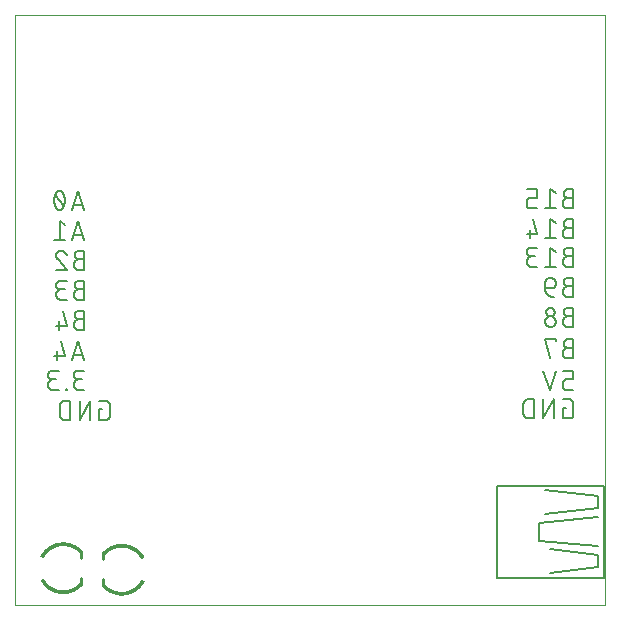
<source format=gbo>
G75*
%MOIN*%
%OFA0B0*%
%FSLAX25Y25*%
%IPPOS*%
%LPD*%
%AMOC8*
5,1,8,0,0,1.08239X$1,22.5*
%
%ADD10C,0.00000*%
%ADD11C,0.00600*%
%ADD12C,0.00100*%
%ADD13C,0.01000*%
%ADD14C,0.00500*%
D10*
X0011300Y0011300D02*
X0011300Y0208150D01*
X0208150Y0208150D01*
X0208150Y0011300D01*
X0011300Y0011300D01*
D11*
X0028094Y0073100D02*
X0029871Y0073100D01*
X0029871Y0079500D01*
X0028094Y0079500D01*
X0028012Y0079498D01*
X0027930Y0079492D01*
X0027848Y0079483D01*
X0027767Y0079470D01*
X0027687Y0079453D01*
X0027607Y0079432D01*
X0027529Y0079408D01*
X0027452Y0079380D01*
X0027376Y0079349D01*
X0027301Y0079314D01*
X0027229Y0079275D01*
X0027158Y0079234D01*
X0027089Y0079189D01*
X0027023Y0079141D01*
X0026958Y0079090D01*
X0026896Y0079036D01*
X0026837Y0078979D01*
X0026780Y0078920D01*
X0026726Y0078858D01*
X0026675Y0078793D01*
X0026627Y0078727D01*
X0026582Y0078658D01*
X0026541Y0078587D01*
X0026502Y0078515D01*
X0026467Y0078440D01*
X0026436Y0078364D01*
X0026408Y0078287D01*
X0026384Y0078209D01*
X0026363Y0078129D01*
X0026346Y0078049D01*
X0026333Y0077968D01*
X0026324Y0077886D01*
X0026318Y0077804D01*
X0026316Y0077722D01*
X0026316Y0074878D01*
X0026318Y0074796D01*
X0026324Y0074714D01*
X0026333Y0074632D01*
X0026346Y0074551D01*
X0026363Y0074471D01*
X0026384Y0074391D01*
X0026408Y0074313D01*
X0026436Y0074236D01*
X0026467Y0074160D01*
X0026502Y0074085D01*
X0026541Y0074013D01*
X0026582Y0073942D01*
X0026627Y0073873D01*
X0026675Y0073807D01*
X0026726Y0073742D01*
X0026780Y0073680D01*
X0026837Y0073621D01*
X0026896Y0073564D01*
X0026958Y0073510D01*
X0027023Y0073459D01*
X0027089Y0073411D01*
X0027158Y0073366D01*
X0027229Y0073325D01*
X0027301Y0073286D01*
X0027376Y0073251D01*
X0027452Y0073220D01*
X0027529Y0073192D01*
X0027607Y0073168D01*
X0027687Y0073147D01*
X0027767Y0073130D01*
X0027848Y0073117D01*
X0027930Y0073108D01*
X0028012Y0073102D01*
X0028094Y0073100D01*
X0032880Y0073100D02*
X0032880Y0079500D01*
X0036436Y0079500D02*
X0032880Y0073100D01*
X0036436Y0073100D02*
X0036436Y0079500D01*
X0039444Y0079500D02*
X0041578Y0079500D01*
X0041652Y0079498D01*
X0041727Y0079492D01*
X0041800Y0079482D01*
X0041874Y0079469D01*
X0041946Y0079452D01*
X0042017Y0079430D01*
X0042088Y0079406D01*
X0042156Y0079377D01*
X0042224Y0079345D01*
X0042289Y0079309D01*
X0042352Y0079271D01*
X0042414Y0079228D01*
X0042473Y0079183D01*
X0042530Y0079135D01*
X0042584Y0079084D01*
X0042635Y0079030D01*
X0042683Y0078973D01*
X0042728Y0078914D01*
X0042771Y0078852D01*
X0042809Y0078789D01*
X0042845Y0078724D01*
X0042877Y0078656D01*
X0042906Y0078588D01*
X0042930Y0078517D01*
X0042952Y0078446D01*
X0042969Y0078374D01*
X0042982Y0078300D01*
X0042992Y0078227D01*
X0042998Y0078152D01*
X0043000Y0078078D01*
X0043000Y0074522D01*
X0042998Y0074448D01*
X0042992Y0074373D01*
X0042982Y0074300D01*
X0042969Y0074226D01*
X0042952Y0074154D01*
X0042930Y0074083D01*
X0042906Y0074012D01*
X0042877Y0073944D01*
X0042845Y0073876D01*
X0042809Y0073811D01*
X0042771Y0073748D01*
X0042728Y0073686D01*
X0042683Y0073627D01*
X0042635Y0073570D01*
X0042584Y0073516D01*
X0042530Y0073465D01*
X0042473Y0073417D01*
X0042414Y0073372D01*
X0042352Y0073329D01*
X0042289Y0073291D01*
X0042224Y0073255D01*
X0042156Y0073223D01*
X0042088Y0073194D01*
X0042017Y0073170D01*
X0041946Y0073148D01*
X0041874Y0073131D01*
X0041800Y0073118D01*
X0041727Y0073108D01*
X0041652Y0073102D01*
X0041578Y0073100D01*
X0039444Y0073100D01*
X0039444Y0076656D01*
X0040511Y0076656D01*
X0034500Y0083100D02*
X0032722Y0083100D01*
X0032639Y0083102D01*
X0032556Y0083108D01*
X0032473Y0083118D01*
X0032390Y0083131D01*
X0032309Y0083149D01*
X0032228Y0083170D01*
X0032149Y0083195D01*
X0032071Y0083224D01*
X0031994Y0083256D01*
X0031919Y0083292D01*
X0031845Y0083331D01*
X0031774Y0083374D01*
X0031704Y0083420D01*
X0031637Y0083470D01*
X0031572Y0083522D01*
X0031510Y0083577D01*
X0031450Y0083636D01*
X0031393Y0083697D01*
X0031339Y0083760D01*
X0031288Y0083826D01*
X0031241Y0083895D01*
X0031196Y0083965D01*
X0031155Y0084038D01*
X0031118Y0084112D01*
X0031083Y0084188D01*
X0031053Y0084266D01*
X0031026Y0084344D01*
X0031003Y0084425D01*
X0030983Y0084506D01*
X0030968Y0084588D01*
X0030956Y0084670D01*
X0030948Y0084753D01*
X0030944Y0084836D01*
X0030944Y0084920D01*
X0030948Y0085003D01*
X0030956Y0085086D01*
X0030968Y0085168D01*
X0030983Y0085250D01*
X0031003Y0085331D01*
X0031026Y0085412D01*
X0031053Y0085490D01*
X0031083Y0085568D01*
X0031118Y0085644D01*
X0031155Y0085718D01*
X0031196Y0085791D01*
X0031241Y0085861D01*
X0031288Y0085930D01*
X0031339Y0085996D01*
X0031393Y0086059D01*
X0031450Y0086120D01*
X0031510Y0086179D01*
X0031572Y0086234D01*
X0031637Y0086286D01*
X0031704Y0086336D01*
X0031774Y0086382D01*
X0031845Y0086425D01*
X0031919Y0086464D01*
X0031994Y0086500D01*
X0032071Y0086532D01*
X0032149Y0086561D01*
X0032228Y0086586D01*
X0032309Y0086607D01*
X0032390Y0086625D01*
X0032473Y0086638D01*
X0032556Y0086648D01*
X0032639Y0086654D01*
X0032722Y0086656D01*
X0032367Y0086656D02*
X0033789Y0086656D01*
X0032367Y0086656D02*
X0032293Y0086658D01*
X0032218Y0086664D01*
X0032145Y0086674D01*
X0032071Y0086687D01*
X0031999Y0086704D01*
X0031928Y0086726D01*
X0031857Y0086750D01*
X0031789Y0086779D01*
X0031721Y0086811D01*
X0031656Y0086847D01*
X0031593Y0086885D01*
X0031531Y0086928D01*
X0031472Y0086973D01*
X0031415Y0087021D01*
X0031361Y0087072D01*
X0031310Y0087126D01*
X0031262Y0087183D01*
X0031217Y0087242D01*
X0031174Y0087304D01*
X0031136Y0087367D01*
X0031100Y0087432D01*
X0031068Y0087500D01*
X0031039Y0087568D01*
X0031015Y0087639D01*
X0030993Y0087710D01*
X0030976Y0087782D01*
X0030963Y0087856D01*
X0030953Y0087929D01*
X0030947Y0088004D01*
X0030945Y0088078D01*
X0030947Y0088152D01*
X0030953Y0088227D01*
X0030963Y0088300D01*
X0030976Y0088374D01*
X0030993Y0088446D01*
X0031015Y0088517D01*
X0031039Y0088588D01*
X0031068Y0088656D01*
X0031100Y0088724D01*
X0031136Y0088789D01*
X0031174Y0088852D01*
X0031217Y0088914D01*
X0031262Y0088973D01*
X0031310Y0089030D01*
X0031361Y0089084D01*
X0031415Y0089135D01*
X0031472Y0089183D01*
X0031531Y0089228D01*
X0031593Y0089271D01*
X0031656Y0089309D01*
X0031721Y0089345D01*
X0031789Y0089377D01*
X0031857Y0089406D01*
X0031928Y0089430D01*
X0031999Y0089452D01*
X0032071Y0089469D01*
X0032145Y0089482D01*
X0032218Y0089492D01*
X0032293Y0089498D01*
X0032367Y0089500D01*
X0034500Y0089500D01*
X0034500Y0093100D02*
X0032367Y0099500D01*
X0030233Y0093100D01*
X0030767Y0094700D02*
X0033967Y0094700D01*
X0027990Y0094522D02*
X0024435Y0094522D01*
X0025502Y0095944D02*
X0025502Y0093100D01*
X0027990Y0094522D02*
X0026568Y0099500D01*
X0026145Y0103100D02*
X0026145Y0105944D01*
X0025079Y0104522D02*
X0028634Y0104522D01*
X0027212Y0109500D01*
X0026856Y0113100D02*
X0028634Y0113100D01*
X0026856Y0113100D02*
X0026773Y0113102D01*
X0026690Y0113108D01*
X0026607Y0113118D01*
X0026524Y0113131D01*
X0026443Y0113149D01*
X0026362Y0113170D01*
X0026283Y0113195D01*
X0026205Y0113224D01*
X0026128Y0113256D01*
X0026053Y0113292D01*
X0025979Y0113331D01*
X0025908Y0113374D01*
X0025838Y0113420D01*
X0025771Y0113470D01*
X0025706Y0113522D01*
X0025644Y0113577D01*
X0025584Y0113636D01*
X0025527Y0113697D01*
X0025473Y0113760D01*
X0025422Y0113826D01*
X0025375Y0113895D01*
X0025330Y0113965D01*
X0025289Y0114038D01*
X0025252Y0114112D01*
X0025217Y0114188D01*
X0025187Y0114266D01*
X0025160Y0114344D01*
X0025137Y0114425D01*
X0025117Y0114506D01*
X0025102Y0114588D01*
X0025090Y0114670D01*
X0025082Y0114753D01*
X0025078Y0114836D01*
X0025078Y0114920D01*
X0025082Y0115003D01*
X0025090Y0115086D01*
X0025102Y0115168D01*
X0025117Y0115250D01*
X0025137Y0115331D01*
X0025160Y0115412D01*
X0025187Y0115490D01*
X0025217Y0115568D01*
X0025252Y0115644D01*
X0025289Y0115718D01*
X0025330Y0115791D01*
X0025375Y0115861D01*
X0025422Y0115930D01*
X0025473Y0115996D01*
X0025527Y0116059D01*
X0025584Y0116120D01*
X0025644Y0116179D01*
X0025706Y0116234D01*
X0025771Y0116286D01*
X0025838Y0116336D01*
X0025908Y0116382D01*
X0025979Y0116425D01*
X0026053Y0116464D01*
X0026128Y0116500D01*
X0026205Y0116532D01*
X0026283Y0116561D01*
X0026362Y0116586D01*
X0026443Y0116607D01*
X0026524Y0116625D01*
X0026607Y0116638D01*
X0026690Y0116648D01*
X0026773Y0116654D01*
X0026856Y0116656D01*
X0026501Y0116656D02*
X0027923Y0116656D01*
X0026501Y0116656D02*
X0026427Y0116658D01*
X0026352Y0116664D01*
X0026279Y0116674D01*
X0026205Y0116687D01*
X0026133Y0116704D01*
X0026062Y0116726D01*
X0025991Y0116750D01*
X0025923Y0116779D01*
X0025855Y0116811D01*
X0025790Y0116847D01*
X0025727Y0116885D01*
X0025665Y0116928D01*
X0025606Y0116973D01*
X0025549Y0117021D01*
X0025495Y0117072D01*
X0025444Y0117126D01*
X0025396Y0117183D01*
X0025351Y0117242D01*
X0025308Y0117304D01*
X0025270Y0117367D01*
X0025234Y0117432D01*
X0025202Y0117500D01*
X0025173Y0117568D01*
X0025149Y0117639D01*
X0025127Y0117710D01*
X0025110Y0117782D01*
X0025097Y0117856D01*
X0025087Y0117929D01*
X0025081Y0118004D01*
X0025079Y0118078D01*
X0025081Y0118152D01*
X0025087Y0118227D01*
X0025097Y0118300D01*
X0025110Y0118374D01*
X0025127Y0118446D01*
X0025149Y0118517D01*
X0025173Y0118588D01*
X0025202Y0118656D01*
X0025234Y0118724D01*
X0025270Y0118789D01*
X0025308Y0118852D01*
X0025351Y0118914D01*
X0025396Y0118973D01*
X0025444Y0119030D01*
X0025495Y0119084D01*
X0025549Y0119135D01*
X0025606Y0119183D01*
X0025665Y0119228D01*
X0025727Y0119271D01*
X0025790Y0119309D01*
X0025855Y0119345D01*
X0025923Y0119377D01*
X0025991Y0119406D01*
X0026062Y0119430D01*
X0026133Y0119452D01*
X0026205Y0119469D01*
X0026279Y0119482D01*
X0026352Y0119492D01*
X0026427Y0119498D01*
X0026501Y0119500D01*
X0028634Y0119500D01*
X0028634Y0123100D02*
X0025079Y0123100D01*
X0028634Y0123100D02*
X0025612Y0126656D01*
X0026679Y0129500D02*
X0026768Y0129498D01*
X0026857Y0129492D01*
X0026946Y0129483D01*
X0027034Y0129469D01*
X0027121Y0129452D01*
X0027208Y0129431D01*
X0027294Y0129406D01*
X0027378Y0129378D01*
X0027461Y0129345D01*
X0027543Y0129310D01*
X0027623Y0129270D01*
X0027701Y0129228D01*
X0027778Y0129182D01*
X0027852Y0129133D01*
X0027924Y0129080D01*
X0027994Y0129025D01*
X0028061Y0128966D01*
X0028126Y0128905D01*
X0028188Y0128841D01*
X0028247Y0128774D01*
X0028303Y0128705D01*
X0028356Y0128633D01*
X0028406Y0128559D01*
X0028453Y0128483D01*
X0028496Y0128406D01*
X0028536Y0128326D01*
X0028573Y0128244D01*
X0028606Y0128162D01*
X0028635Y0128077D01*
X0025611Y0126655D02*
X0025554Y0126713D01*
X0025498Y0126774D01*
X0025446Y0126837D01*
X0025397Y0126902D01*
X0025351Y0126970D01*
X0025309Y0127040D01*
X0025269Y0127112D01*
X0025234Y0127185D01*
X0025201Y0127261D01*
X0025173Y0127337D01*
X0025148Y0127415D01*
X0025127Y0127494D01*
X0025109Y0127574D01*
X0025096Y0127655D01*
X0025086Y0127736D01*
X0025080Y0127818D01*
X0025078Y0127900D01*
X0025079Y0127900D02*
X0025081Y0127979D01*
X0025087Y0128057D01*
X0025096Y0128135D01*
X0025110Y0128212D01*
X0025127Y0128289D01*
X0025148Y0128364D01*
X0025173Y0128439D01*
X0025201Y0128512D01*
X0025233Y0128584D01*
X0025268Y0128654D01*
X0025307Y0128723D01*
X0025349Y0128789D01*
X0025394Y0128853D01*
X0025442Y0128915D01*
X0025493Y0128974D01*
X0025548Y0129031D01*
X0025605Y0129086D01*
X0025664Y0129137D01*
X0025726Y0129185D01*
X0025790Y0129230D01*
X0025856Y0129272D01*
X0025925Y0129311D01*
X0025995Y0129346D01*
X0026067Y0129378D01*
X0026140Y0129406D01*
X0026215Y0129431D01*
X0026290Y0129452D01*
X0026367Y0129469D01*
X0026444Y0129483D01*
X0026522Y0129492D01*
X0026600Y0129498D01*
X0026679Y0129500D01*
X0026213Y0133100D02*
X0026213Y0139500D01*
X0027990Y0138078D01*
X0030767Y0134700D02*
X0033967Y0134700D01*
X0034500Y0133100D02*
X0032367Y0139500D01*
X0030233Y0133100D01*
X0027990Y0133100D02*
X0024435Y0133100D01*
X0032722Y0129500D02*
X0034500Y0129500D01*
X0034500Y0123100D01*
X0032722Y0123100D01*
X0032639Y0123102D01*
X0032556Y0123108D01*
X0032473Y0123118D01*
X0032390Y0123131D01*
X0032309Y0123149D01*
X0032228Y0123170D01*
X0032149Y0123195D01*
X0032071Y0123224D01*
X0031994Y0123256D01*
X0031919Y0123292D01*
X0031845Y0123331D01*
X0031774Y0123374D01*
X0031704Y0123420D01*
X0031637Y0123470D01*
X0031572Y0123522D01*
X0031510Y0123577D01*
X0031450Y0123636D01*
X0031393Y0123697D01*
X0031339Y0123760D01*
X0031288Y0123826D01*
X0031241Y0123895D01*
X0031196Y0123965D01*
X0031155Y0124038D01*
X0031118Y0124112D01*
X0031083Y0124188D01*
X0031053Y0124266D01*
X0031026Y0124344D01*
X0031003Y0124425D01*
X0030983Y0124506D01*
X0030968Y0124588D01*
X0030956Y0124670D01*
X0030948Y0124753D01*
X0030944Y0124836D01*
X0030944Y0124920D01*
X0030948Y0125003D01*
X0030956Y0125086D01*
X0030968Y0125168D01*
X0030983Y0125250D01*
X0031003Y0125331D01*
X0031026Y0125412D01*
X0031053Y0125490D01*
X0031083Y0125568D01*
X0031118Y0125644D01*
X0031155Y0125718D01*
X0031196Y0125791D01*
X0031241Y0125861D01*
X0031288Y0125930D01*
X0031339Y0125996D01*
X0031393Y0126059D01*
X0031450Y0126120D01*
X0031510Y0126179D01*
X0031572Y0126234D01*
X0031637Y0126286D01*
X0031704Y0126336D01*
X0031774Y0126382D01*
X0031845Y0126425D01*
X0031919Y0126464D01*
X0031994Y0126500D01*
X0032071Y0126532D01*
X0032149Y0126561D01*
X0032228Y0126586D01*
X0032309Y0126607D01*
X0032390Y0126625D01*
X0032473Y0126638D01*
X0032556Y0126648D01*
X0032639Y0126654D01*
X0032722Y0126656D01*
X0034500Y0126656D01*
X0032722Y0126656D02*
X0032648Y0126658D01*
X0032573Y0126664D01*
X0032500Y0126674D01*
X0032426Y0126687D01*
X0032354Y0126704D01*
X0032283Y0126726D01*
X0032212Y0126750D01*
X0032144Y0126779D01*
X0032076Y0126811D01*
X0032011Y0126847D01*
X0031948Y0126885D01*
X0031886Y0126928D01*
X0031827Y0126973D01*
X0031770Y0127021D01*
X0031716Y0127072D01*
X0031665Y0127126D01*
X0031617Y0127183D01*
X0031572Y0127242D01*
X0031529Y0127304D01*
X0031491Y0127367D01*
X0031455Y0127432D01*
X0031423Y0127500D01*
X0031394Y0127568D01*
X0031370Y0127639D01*
X0031348Y0127710D01*
X0031331Y0127782D01*
X0031318Y0127856D01*
X0031308Y0127929D01*
X0031302Y0128004D01*
X0031300Y0128078D01*
X0031302Y0128152D01*
X0031308Y0128227D01*
X0031318Y0128300D01*
X0031331Y0128374D01*
X0031348Y0128446D01*
X0031370Y0128517D01*
X0031394Y0128588D01*
X0031423Y0128656D01*
X0031455Y0128724D01*
X0031491Y0128789D01*
X0031529Y0128852D01*
X0031572Y0128914D01*
X0031617Y0128973D01*
X0031665Y0129030D01*
X0031716Y0129084D01*
X0031770Y0129135D01*
X0031827Y0129183D01*
X0031886Y0129228D01*
X0031948Y0129271D01*
X0032011Y0129309D01*
X0032076Y0129345D01*
X0032144Y0129377D01*
X0032212Y0129406D01*
X0032283Y0129430D01*
X0032354Y0129452D01*
X0032426Y0129469D01*
X0032500Y0129482D01*
X0032573Y0129492D01*
X0032648Y0129498D01*
X0032722Y0129500D01*
X0032722Y0119500D02*
X0034500Y0119500D01*
X0034500Y0113100D01*
X0032722Y0113100D01*
X0032639Y0113102D01*
X0032556Y0113108D01*
X0032473Y0113118D01*
X0032390Y0113131D01*
X0032309Y0113149D01*
X0032228Y0113170D01*
X0032149Y0113195D01*
X0032071Y0113224D01*
X0031994Y0113256D01*
X0031919Y0113292D01*
X0031845Y0113331D01*
X0031774Y0113374D01*
X0031704Y0113420D01*
X0031637Y0113470D01*
X0031572Y0113522D01*
X0031510Y0113577D01*
X0031450Y0113636D01*
X0031393Y0113697D01*
X0031339Y0113760D01*
X0031288Y0113826D01*
X0031241Y0113895D01*
X0031196Y0113965D01*
X0031155Y0114038D01*
X0031118Y0114112D01*
X0031083Y0114188D01*
X0031053Y0114266D01*
X0031026Y0114344D01*
X0031003Y0114425D01*
X0030983Y0114506D01*
X0030968Y0114588D01*
X0030956Y0114670D01*
X0030948Y0114753D01*
X0030944Y0114836D01*
X0030944Y0114920D01*
X0030948Y0115003D01*
X0030956Y0115086D01*
X0030968Y0115168D01*
X0030983Y0115250D01*
X0031003Y0115331D01*
X0031026Y0115412D01*
X0031053Y0115490D01*
X0031083Y0115568D01*
X0031118Y0115644D01*
X0031155Y0115718D01*
X0031196Y0115791D01*
X0031241Y0115861D01*
X0031288Y0115930D01*
X0031339Y0115996D01*
X0031393Y0116059D01*
X0031450Y0116120D01*
X0031510Y0116179D01*
X0031572Y0116234D01*
X0031637Y0116286D01*
X0031704Y0116336D01*
X0031774Y0116382D01*
X0031845Y0116425D01*
X0031919Y0116464D01*
X0031994Y0116500D01*
X0032071Y0116532D01*
X0032149Y0116561D01*
X0032228Y0116586D01*
X0032309Y0116607D01*
X0032390Y0116625D01*
X0032473Y0116638D01*
X0032556Y0116648D01*
X0032639Y0116654D01*
X0032722Y0116656D01*
X0034500Y0116656D01*
X0032722Y0116656D02*
X0032648Y0116658D01*
X0032573Y0116664D01*
X0032500Y0116674D01*
X0032426Y0116687D01*
X0032354Y0116704D01*
X0032283Y0116726D01*
X0032212Y0116750D01*
X0032144Y0116779D01*
X0032076Y0116811D01*
X0032011Y0116847D01*
X0031948Y0116885D01*
X0031886Y0116928D01*
X0031827Y0116973D01*
X0031770Y0117021D01*
X0031716Y0117072D01*
X0031665Y0117126D01*
X0031617Y0117183D01*
X0031572Y0117242D01*
X0031529Y0117304D01*
X0031491Y0117367D01*
X0031455Y0117432D01*
X0031423Y0117500D01*
X0031394Y0117568D01*
X0031370Y0117639D01*
X0031348Y0117710D01*
X0031331Y0117782D01*
X0031318Y0117856D01*
X0031308Y0117929D01*
X0031302Y0118004D01*
X0031300Y0118078D01*
X0031302Y0118152D01*
X0031308Y0118227D01*
X0031318Y0118300D01*
X0031331Y0118374D01*
X0031348Y0118446D01*
X0031370Y0118517D01*
X0031394Y0118588D01*
X0031423Y0118656D01*
X0031455Y0118724D01*
X0031491Y0118789D01*
X0031529Y0118852D01*
X0031572Y0118914D01*
X0031617Y0118973D01*
X0031665Y0119030D01*
X0031716Y0119084D01*
X0031770Y0119135D01*
X0031827Y0119183D01*
X0031886Y0119228D01*
X0031948Y0119271D01*
X0032011Y0119309D01*
X0032076Y0119345D01*
X0032144Y0119377D01*
X0032212Y0119406D01*
X0032283Y0119430D01*
X0032354Y0119452D01*
X0032426Y0119469D01*
X0032500Y0119482D01*
X0032573Y0119492D01*
X0032648Y0119498D01*
X0032722Y0119500D01*
X0032722Y0109500D02*
X0034500Y0109500D01*
X0034500Y0103100D01*
X0032722Y0103100D01*
X0032639Y0103102D01*
X0032556Y0103108D01*
X0032473Y0103118D01*
X0032390Y0103131D01*
X0032309Y0103149D01*
X0032228Y0103170D01*
X0032149Y0103195D01*
X0032071Y0103224D01*
X0031994Y0103256D01*
X0031919Y0103292D01*
X0031845Y0103331D01*
X0031774Y0103374D01*
X0031704Y0103420D01*
X0031637Y0103470D01*
X0031572Y0103522D01*
X0031510Y0103577D01*
X0031450Y0103636D01*
X0031393Y0103697D01*
X0031339Y0103760D01*
X0031288Y0103826D01*
X0031241Y0103895D01*
X0031196Y0103965D01*
X0031155Y0104038D01*
X0031118Y0104112D01*
X0031083Y0104188D01*
X0031053Y0104266D01*
X0031026Y0104344D01*
X0031003Y0104425D01*
X0030983Y0104506D01*
X0030968Y0104588D01*
X0030956Y0104670D01*
X0030948Y0104753D01*
X0030944Y0104836D01*
X0030944Y0104920D01*
X0030948Y0105003D01*
X0030956Y0105086D01*
X0030968Y0105168D01*
X0030983Y0105250D01*
X0031003Y0105331D01*
X0031026Y0105412D01*
X0031053Y0105490D01*
X0031083Y0105568D01*
X0031118Y0105644D01*
X0031155Y0105718D01*
X0031196Y0105791D01*
X0031241Y0105861D01*
X0031288Y0105930D01*
X0031339Y0105996D01*
X0031393Y0106059D01*
X0031450Y0106120D01*
X0031510Y0106179D01*
X0031572Y0106234D01*
X0031637Y0106286D01*
X0031704Y0106336D01*
X0031774Y0106382D01*
X0031845Y0106425D01*
X0031919Y0106464D01*
X0031994Y0106500D01*
X0032071Y0106532D01*
X0032149Y0106561D01*
X0032228Y0106586D01*
X0032309Y0106607D01*
X0032390Y0106625D01*
X0032473Y0106638D01*
X0032556Y0106648D01*
X0032639Y0106654D01*
X0032722Y0106656D01*
X0034500Y0106656D01*
X0032722Y0106656D02*
X0032648Y0106658D01*
X0032573Y0106664D01*
X0032500Y0106674D01*
X0032426Y0106687D01*
X0032354Y0106704D01*
X0032283Y0106726D01*
X0032212Y0106750D01*
X0032144Y0106779D01*
X0032076Y0106811D01*
X0032011Y0106847D01*
X0031948Y0106885D01*
X0031886Y0106928D01*
X0031827Y0106973D01*
X0031770Y0107021D01*
X0031716Y0107072D01*
X0031665Y0107126D01*
X0031617Y0107183D01*
X0031572Y0107242D01*
X0031529Y0107304D01*
X0031491Y0107367D01*
X0031455Y0107432D01*
X0031423Y0107500D01*
X0031394Y0107568D01*
X0031370Y0107639D01*
X0031348Y0107710D01*
X0031331Y0107782D01*
X0031318Y0107856D01*
X0031308Y0107929D01*
X0031302Y0108004D01*
X0031300Y0108078D01*
X0031302Y0108152D01*
X0031308Y0108227D01*
X0031318Y0108300D01*
X0031331Y0108374D01*
X0031348Y0108446D01*
X0031370Y0108517D01*
X0031394Y0108588D01*
X0031423Y0108656D01*
X0031455Y0108724D01*
X0031491Y0108789D01*
X0031529Y0108852D01*
X0031572Y0108914D01*
X0031617Y0108973D01*
X0031665Y0109030D01*
X0031716Y0109084D01*
X0031770Y0109135D01*
X0031827Y0109183D01*
X0031886Y0109228D01*
X0031948Y0109271D01*
X0032011Y0109309D01*
X0032076Y0109345D01*
X0032144Y0109377D01*
X0032212Y0109406D01*
X0032283Y0109430D01*
X0032354Y0109452D01*
X0032426Y0109469D01*
X0032500Y0109482D01*
X0032573Y0109492D01*
X0032648Y0109498D01*
X0032722Y0109500D01*
X0025884Y0089500D02*
X0023751Y0089500D01*
X0023677Y0089498D01*
X0023602Y0089492D01*
X0023529Y0089482D01*
X0023455Y0089469D01*
X0023383Y0089452D01*
X0023312Y0089430D01*
X0023241Y0089406D01*
X0023173Y0089377D01*
X0023105Y0089345D01*
X0023040Y0089309D01*
X0022977Y0089271D01*
X0022915Y0089228D01*
X0022856Y0089183D01*
X0022799Y0089135D01*
X0022745Y0089084D01*
X0022694Y0089030D01*
X0022646Y0088973D01*
X0022601Y0088914D01*
X0022558Y0088852D01*
X0022520Y0088789D01*
X0022484Y0088724D01*
X0022452Y0088656D01*
X0022423Y0088588D01*
X0022399Y0088517D01*
X0022377Y0088446D01*
X0022360Y0088374D01*
X0022347Y0088300D01*
X0022337Y0088227D01*
X0022331Y0088152D01*
X0022329Y0088078D01*
X0022331Y0088004D01*
X0022337Y0087929D01*
X0022347Y0087856D01*
X0022360Y0087782D01*
X0022377Y0087710D01*
X0022399Y0087639D01*
X0022423Y0087568D01*
X0022452Y0087500D01*
X0022484Y0087432D01*
X0022520Y0087367D01*
X0022558Y0087304D01*
X0022601Y0087242D01*
X0022646Y0087183D01*
X0022694Y0087126D01*
X0022745Y0087072D01*
X0022799Y0087021D01*
X0022856Y0086973D01*
X0022915Y0086928D01*
X0022977Y0086885D01*
X0023040Y0086847D01*
X0023105Y0086811D01*
X0023173Y0086779D01*
X0023241Y0086750D01*
X0023312Y0086726D01*
X0023383Y0086704D01*
X0023455Y0086687D01*
X0023529Y0086674D01*
X0023602Y0086664D01*
X0023677Y0086658D01*
X0023751Y0086656D01*
X0025173Y0086656D01*
X0024107Y0086656D02*
X0024024Y0086654D01*
X0023941Y0086648D01*
X0023858Y0086638D01*
X0023775Y0086625D01*
X0023694Y0086607D01*
X0023613Y0086586D01*
X0023534Y0086561D01*
X0023456Y0086532D01*
X0023379Y0086500D01*
X0023304Y0086464D01*
X0023230Y0086425D01*
X0023159Y0086382D01*
X0023089Y0086336D01*
X0023022Y0086286D01*
X0022957Y0086234D01*
X0022895Y0086179D01*
X0022835Y0086120D01*
X0022778Y0086059D01*
X0022724Y0085996D01*
X0022673Y0085930D01*
X0022626Y0085861D01*
X0022581Y0085791D01*
X0022540Y0085718D01*
X0022503Y0085644D01*
X0022468Y0085568D01*
X0022438Y0085490D01*
X0022411Y0085412D01*
X0022388Y0085331D01*
X0022368Y0085250D01*
X0022353Y0085168D01*
X0022341Y0085086D01*
X0022333Y0085003D01*
X0022329Y0084920D01*
X0022329Y0084836D01*
X0022333Y0084753D01*
X0022341Y0084670D01*
X0022353Y0084588D01*
X0022368Y0084506D01*
X0022388Y0084425D01*
X0022411Y0084344D01*
X0022438Y0084266D01*
X0022468Y0084188D01*
X0022503Y0084112D01*
X0022540Y0084038D01*
X0022581Y0083965D01*
X0022626Y0083895D01*
X0022673Y0083826D01*
X0022724Y0083760D01*
X0022778Y0083697D01*
X0022835Y0083636D01*
X0022895Y0083577D01*
X0022957Y0083522D01*
X0023022Y0083470D01*
X0023089Y0083420D01*
X0023159Y0083374D01*
X0023230Y0083331D01*
X0023304Y0083292D01*
X0023379Y0083256D01*
X0023456Y0083224D01*
X0023534Y0083195D01*
X0023613Y0083170D01*
X0023694Y0083149D01*
X0023775Y0083131D01*
X0023858Y0083118D01*
X0023941Y0083108D01*
X0024024Y0083102D01*
X0024107Y0083100D01*
X0025884Y0083100D01*
X0028237Y0083100D02*
X0028592Y0083100D01*
X0028592Y0083456D01*
X0028237Y0083456D01*
X0028237Y0083100D01*
X0030233Y0143100D02*
X0032367Y0149500D01*
X0034500Y0143100D01*
X0033967Y0144700D02*
X0030767Y0144700D01*
X0024968Y0143989D02*
X0024908Y0144116D01*
X0024852Y0144245D01*
X0024799Y0144375D01*
X0024749Y0144507D01*
X0024703Y0144640D01*
X0024661Y0144774D01*
X0024622Y0144909D01*
X0024586Y0145046D01*
X0024555Y0145183D01*
X0024527Y0145321D01*
X0024502Y0145459D01*
X0024482Y0145598D01*
X0024465Y0145738D01*
X0024452Y0145878D01*
X0024443Y0146019D01*
X0024437Y0146159D01*
X0024435Y0146300D01*
X0027990Y0146300D02*
X0027988Y0146441D01*
X0027982Y0146581D01*
X0027973Y0146722D01*
X0027960Y0146862D01*
X0027943Y0147002D01*
X0027923Y0147141D01*
X0027898Y0147279D01*
X0027870Y0147417D01*
X0027839Y0147554D01*
X0027803Y0147691D01*
X0027764Y0147826D01*
X0027722Y0147960D01*
X0027676Y0148093D01*
X0027626Y0148225D01*
X0027573Y0148355D01*
X0027517Y0148484D01*
X0027457Y0148611D01*
X0026213Y0149500D02*
X0026142Y0149498D01*
X0026071Y0149492D01*
X0026001Y0149483D01*
X0025931Y0149469D01*
X0025862Y0149452D01*
X0025795Y0149432D01*
X0025728Y0149407D01*
X0025663Y0149379D01*
X0025599Y0149348D01*
X0025537Y0149313D01*
X0025477Y0149275D01*
X0025420Y0149234D01*
X0025364Y0149190D01*
X0025311Y0149142D01*
X0025261Y0149092D01*
X0025213Y0149040D01*
X0025168Y0148985D01*
X0025127Y0148927D01*
X0025088Y0148867D01*
X0025053Y0148806D01*
X0025021Y0148742D01*
X0024993Y0148677D01*
X0024968Y0148611D01*
X0024790Y0148078D02*
X0027635Y0144522D01*
X0026213Y0143100D02*
X0026142Y0143102D01*
X0026071Y0143108D01*
X0026001Y0143117D01*
X0025931Y0143131D01*
X0025862Y0143148D01*
X0025795Y0143168D01*
X0025728Y0143193D01*
X0025663Y0143221D01*
X0025599Y0143252D01*
X0025537Y0143287D01*
X0025477Y0143325D01*
X0025420Y0143366D01*
X0025364Y0143410D01*
X0025311Y0143458D01*
X0025261Y0143508D01*
X0025213Y0143560D01*
X0025168Y0143615D01*
X0025127Y0143673D01*
X0025088Y0143733D01*
X0025053Y0143794D01*
X0025021Y0143858D01*
X0024993Y0143923D01*
X0024968Y0143989D01*
X0026213Y0143100D02*
X0026284Y0143102D01*
X0026355Y0143108D01*
X0026425Y0143117D01*
X0026495Y0143131D01*
X0026564Y0143148D01*
X0026631Y0143168D01*
X0026698Y0143193D01*
X0026763Y0143221D01*
X0026827Y0143252D01*
X0026889Y0143287D01*
X0026949Y0143325D01*
X0027007Y0143366D01*
X0027062Y0143410D01*
X0027115Y0143458D01*
X0027165Y0143508D01*
X0027213Y0143560D01*
X0027258Y0143615D01*
X0027299Y0143673D01*
X0027338Y0143733D01*
X0027373Y0143794D01*
X0027405Y0143858D01*
X0027433Y0143923D01*
X0027458Y0143989D01*
X0024435Y0146300D02*
X0024437Y0146441D01*
X0024443Y0146581D01*
X0024452Y0146722D01*
X0024465Y0146862D01*
X0024482Y0147002D01*
X0024502Y0147141D01*
X0024527Y0147279D01*
X0024555Y0147417D01*
X0024586Y0147554D01*
X0024622Y0147691D01*
X0024661Y0147826D01*
X0024703Y0147960D01*
X0024749Y0148093D01*
X0024799Y0148225D01*
X0024852Y0148355D01*
X0024908Y0148484D01*
X0024968Y0148611D01*
X0026213Y0149500D02*
X0026284Y0149498D01*
X0026355Y0149492D01*
X0026425Y0149483D01*
X0026495Y0149469D01*
X0026564Y0149452D01*
X0026631Y0149432D01*
X0026698Y0149407D01*
X0026763Y0149379D01*
X0026827Y0149348D01*
X0026889Y0149313D01*
X0026949Y0149275D01*
X0027007Y0149234D01*
X0027062Y0149190D01*
X0027115Y0149142D01*
X0027165Y0149092D01*
X0027213Y0149040D01*
X0027258Y0148985D01*
X0027299Y0148927D01*
X0027338Y0148867D01*
X0027373Y0148806D01*
X0027405Y0148742D01*
X0027433Y0148677D01*
X0027458Y0148611D01*
X0027990Y0146300D02*
X0027988Y0146159D01*
X0027982Y0146019D01*
X0027973Y0145878D01*
X0027960Y0145738D01*
X0027943Y0145598D01*
X0027923Y0145459D01*
X0027898Y0145321D01*
X0027870Y0145183D01*
X0027839Y0145046D01*
X0027803Y0144909D01*
X0027764Y0144774D01*
X0027722Y0144640D01*
X0027676Y0144507D01*
X0027626Y0144375D01*
X0027573Y0144245D01*
X0027517Y0144116D01*
X0027457Y0143989D01*
X0181925Y0145022D02*
X0181925Y0145733D01*
X0181927Y0145807D01*
X0181933Y0145882D01*
X0181943Y0145955D01*
X0181956Y0146029D01*
X0181973Y0146101D01*
X0181995Y0146172D01*
X0182019Y0146243D01*
X0182048Y0146311D01*
X0182080Y0146379D01*
X0182116Y0146444D01*
X0182154Y0146507D01*
X0182197Y0146569D01*
X0182242Y0146628D01*
X0182290Y0146685D01*
X0182341Y0146739D01*
X0182395Y0146790D01*
X0182452Y0146838D01*
X0182511Y0146883D01*
X0182573Y0146926D01*
X0182636Y0146964D01*
X0182701Y0147000D01*
X0182769Y0147032D01*
X0182837Y0147061D01*
X0182908Y0147085D01*
X0182979Y0147107D01*
X0183051Y0147124D01*
X0183125Y0147137D01*
X0183198Y0147147D01*
X0183273Y0147153D01*
X0183347Y0147155D01*
X0183347Y0147156D02*
X0185480Y0147156D01*
X0185480Y0150000D01*
X0181925Y0150000D01*
X0181925Y0145022D02*
X0181927Y0144948D01*
X0181933Y0144873D01*
X0181943Y0144800D01*
X0181956Y0144726D01*
X0181973Y0144654D01*
X0181995Y0144583D01*
X0182019Y0144512D01*
X0182048Y0144444D01*
X0182080Y0144376D01*
X0182116Y0144311D01*
X0182154Y0144248D01*
X0182197Y0144186D01*
X0182242Y0144127D01*
X0182290Y0144070D01*
X0182341Y0144016D01*
X0182395Y0143965D01*
X0182452Y0143917D01*
X0182511Y0143872D01*
X0182573Y0143829D01*
X0182636Y0143791D01*
X0182701Y0143755D01*
X0182769Y0143723D01*
X0182837Y0143694D01*
X0182908Y0143670D01*
X0182979Y0143648D01*
X0183051Y0143631D01*
X0183125Y0143618D01*
X0183198Y0143608D01*
X0183273Y0143602D01*
X0183347Y0143600D01*
X0185480Y0143600D01*
X0188079Y0143600D02*
X0191634Y0143600D01*
X0189856Y0143600D02*
X0189856Y0150000D01*
X0191634Y0148578D01*
X0195722Y0150000D02*
X0195648Y0149998D01*
X0195573Y0149992D01*
X0195500Y0149982D01*
X0195426Y0149969D01*
X0195354Y0149952D01*
X0195283Y0149930D01*
X0195212Y0149906D01*
X0195144Y0149877D01*
X0195076Y0149845D01*
X0195011Y0149809D01*
X0194948Y0149771D01*
X0194886Y0149728D01*
X0194827Y0149683D01*
X0194770Y0149635D01*
X0194716Y0149584D01*
X0194665Y0149530D01*
X0194617Y0149473D01*
X0194572Y0149414D01*
X0194529Y0149352D01*
X0194491Y0149289D01*
X0194455Y0149224D01*
X0194423Y0149156D01*
X0194394Y0149088D01*
X0194370Y0149017D01*
X0194348Y0148946D01*
X0194331Y0148874D01*
X0194318Y0148800D01*
X0194308Y0148727D01*
X0194302Y0148652D01*
X0194300Y0148578D01*
X0194302Y0148504D01*
X0194308Y0148429D01*
X0194318Y0148356D01*
X0194331Y0148282D01*
X0194348Y0148210D01*
X0194370Y0148139D01*
X0194394Y0148068D01*
X0194423Y0148000D01*
X0194455Y0147932D01*
X0194491Y0147867D01*
X0194529Y0147804D01*
X0194572Y0147742D01*
X0194617Y0147683D01*
X0194665Y0147626D01*
X0194716Y0147572D01*
X0194770Y0147521D01*
X0194827Y0147473D01*
X0194886Y0147428D01*
X0194948Y0147385D01*
X0195011Y0147347D01*
X0195076Y0147311D01*
X0195144Y0147279D01*
X0195212Y0147250D01*
X0195283Y0147226D01*
X0195354Y0147204D01*
X0195426Y0147187D01*
X0195500Y0147174D01*
X0195573Y0147164D01*
X0195648Y0147158D01*
X0195722Y0147156D01*
X0197500Y0147156D01*
X0195722Y0147156D02*
X0195639Y0147154D01*
X0195556Y0147148D01*
X0195473Y0147138D01*
X0195390Y0147125D01*
X0195309Y0147107D01*
X0195228Y0147086D01*
X0195149Y0147061D01*
X0195071Y0147032D01*
X0194994Y0147000D01*
X0194919Y0146964D01*
X0194845Y0146925D01*
X0194774Y0146882D01*
X0194704Y0146836D01*
X0194637Y0146786D01*
X0194572Y0146734D01*
X0194510Y0146679D01*
X0194450Y0146620D01*
X0194393Y0146559D01*
X0194339Y0146496D01*
X0194288Y0146430D01*
X0194241Y0146361D01*
X0194196Y0146291D01*
X0194155Y0146218D01*
X0194118Y0146144D01*
X0194083Y0146068D01*
X0194053Y0145990D01*
X0194026Y0145912D01*
X0194003Y0145831D01*
X0193983Y0145750D01*
X0193968Y0145668D01*
X0193956Y0145586D01*
X0193948Y0145503D01*
X0193944Y0145420D01*
X0193944Y0145336D01*
X0193948Y0145253D01*
X0193956Y0145170D01*
X0193968Y0145088D01*
X0193983Y0145006D01*
X0194003Y0144925D01*
X0194026Y0144844D01*
X0194053Y0144766D01*
X0194083Y0144688D01*
X0194118Y0144612D01*
X0194155Y0144538D01*
X0194196Y0144465D01*
X0194241Y0144395D01*
X0194288Y0144326D01*
X0194339Y0144260D01*
X0194393Y0144197D01*
X0194450Y0144136D01*
X0194510Y0144077D01*
X0194572Y0144022D01*
X0194637Y0143970D01*
X0194704Y0143920D01*
X0194774Y0143874D01*
X0194845Y0143831D01*
X0194919Y0143792D01*
X0194994Y0143756D01*
X0195071Y0143724D01*
X0195149Y0143695D01*
X0195228Y0143670D01*
X0195309Y0143649D01*
X0195390Y0143631D01*
X0195473Y0143618D01*
X0195556Y0143608D01*
X0195639Y0143602D01*
X0195722Y0143600D01*
X0197500Y0143600D01*
X0197500Y0150000D01*
X0195722Y0150000D01*
X0195722Y0140000D02*
X0197500Y0140000D01*
X0197500Y0133600D01*
X0195722Y0133600D01*
X0195639Y0133602D01*
X0195556Y0133608D01*
X0195473Y0133618D01*
X0195390Y0133631D01*
X0195309Y0133649D01*
X0195228Y0133670D01*
X0195149Y0133695D01*
X0195071Y0133724D01*
X0194994Y0133756D01*
X0194919Y0133792D01*
X0194845Y0133831D01*
X0194774Y0133874D01*
X0194704Y0133920D01*
X0194637Y0133970D01*
X0194572Y0134022D01*
X0194510Y0134077D01*
X0194450Y0134136D01*
X0194393Y0134197D01*
X0194339Y0134260D01*
X0194288Y0134326D01*
X0194241Y0134395D01*
X0194196Y0134465D01*
X0194155Y0134538D01*
X0194118Y0134612D01*
X0194083Y0134688D01*
X0194053Y0134766D01*
X0194026Y0134844D01*
X0194003Y0134925D01*
X0193983Y0135006D01*
X0193968Y0135088D01*
X0193956Y0135170D01*
X0193948Y0135253D01*
X0193944Y0135336D01*
X0193944Y0135420D01*
X0193948Y0135503D01*
X0193956Y0135586D01*
X0193968Y0135668D01*
X0193983Y0135750D01*
X0194003Y0135831D01*
X0194026Y0135912D01*
X0194053Y0135990D01*
X0194083Y0136068D01*
X0194118Y0136144D01*
X0194155Y0136218D01*
X0194196Y0136291D01*
X0194241Y0136361D01*
X0194288Y0136430D01*
X0194339Y0136496D01*
X0194393Y0136559D01*
X0194450Y0136620D01*
X0194510Y0136679D01*
X0194572Y0136734D01*
X0194637Y0136786D01*
X0194704Y0136836D01*
X0194774Y0136882D01*
X0194845Y0136925D01*
X0194919Y0136964D01*
X0194994Y0137000D01*
X0195071Y0137032D01*
X0195149Y0137061D01*
X0195228Y0137086D01*
X0195309Y0137107D01*
X0195390Y0137125D01*
X0195473Y0137138D01*
X0195556Y0137148D01*
X0195639Y0137154D01*
X0195722Y0137156D01*
X0197500Y0137156D01*
X0195722Y0137156D02*
X0195648Y0137158D01*
X0195573Y0137164D01*
X0195500Y0137174D01*
X0195426Y0137187D01*
X0195354Y0137204D01*
X0195283Y0137226D01*
X0195212Y0137250D01*
X0195144Y0137279D01*
X0195076Y0137311D01*
X0195011Y0137347D01*
X0194948Y0137385D01*
X0194886Y0137428D01*
X0194827Y0137473D01*
X0194770Y0137521D01*
X0194716Y0137572D01*
X0194665Y0137626D01*
X0194617Y0137683D01*
X0194572Y0137742D01*
X0194529Y0137804D01*
X0194491Y0137867D01*
X0194455Y0137932D01*
X0194423Y0138000D01*
X0194394Y0138068D01*
X0194370Y0138139D01*
X0194348Y0138210D01*
X0194331Y0138282D01*
X0194318Y0138356D01*
X0194308Y0138429D01*
X0194302Y0138504D01*
X0194300Y0138578D01*
X0194302Y0138652D01*
X0194308Y0138727D01*
X0194318Y0138800D01*
X0194331Y0138874D01*
X0194348Y0138946D01*
X0194370Y0139017D01*
X0194394Y0139088D01*
X0194423Y0139156D01*
X0194455Y0139224D01*
X0194491Y0139289D01*
X0194529Y0139352D01*
X0194572Y0139414D01*
X0194617Y0139473D01*
X0194665Y0139530D01*
X0194716Y0139584D01*
X0194770Y0139635D01*
X0194827Y0139683D01*
X0194886Y0139728D01*
X0194948Y0139771D01*
X0195011Y0139809D01*
X0195076Y0139845D01*
X0195144Y0139877D01*
X0195212Y0139906D01*
X0195283Y0139930D01*
X0195354Y0139952D01*
X0195426Y0139969D01*
X0195500Y0139982D01*
X0195573Y0139992D01*
X0195648Y0139998D01*
X0195722Y0140000D01*
X0191634Y0138578D02*
X0189856Y0140000D01*
X0189856Y0133600D01*
X0188079Y0133600D02*
X0191634Y0133600D01*
X0189856Y0130500D02*
X0189856Y0124100D01*
X0188079Y0124100D02*
X0191634Y0124100D01*
X0195722Y0124100D02*
X0197500Y0124100D01*
X0197500Y0130500D01*
X0195722Y0130500D01*
X0195648Y0130498D01*
X0195573Y0130492D01*
X0195500Y0130482D01*
X0195426Y0130469D01*
X0195354Y0130452D01*
X0195283Y0130430D01*
X0195212Y0130406D01*
X0195144Y0130377D01*
X0195076Y0130345D01*
X0195011Y0130309D01*
X0194948Y0130271D01*
X0194886Y0130228D01*
X0194827Y0130183D01*
X0194770Y0130135D01*
X0194716Y0130084D01*
X0194665Y0130030D01*
X0194617Y0129973D01*
X0194572Y0129914D01*
X0194529Y0129852D01*
X0194491Y0129789D01*
X0194455Y0129724D01*
X0194423Y0129656D01*
X0194394Y0129588D01*
X0194370Y0129517D01*
X0194348Y0129446D01*
X0194331Y0129374D01*
X0194318Y0129300D01*
X0194308Y0129227D01*
X0194302Y0129152D01*
X0194300Y0129078D01*
X0194302Y0129004D01*
X0194308Y0128929D01*
X0194318Y0128856D01*
X0194331Y0128782D01*
X0194348Y0128710D01*
X0194370Y0128639D01*
X0194394Y0128568D01*
X0194423Y0128500D01*
X0194455Y0128432D01*
X0194491Y0128367D01*
X0194529Y0128304D01*
X0194572Y0128242D01*
X0194617Y0128183D01*
X0194665Y0128126D01*
X0194716Y0128072D01*
X0194770Y0128021D01*
X0194827Y0127973D01*
X0194886Y0127928D01*
X0194948Y0127885D01*
X0195011Y0127847D01*
X0195076Y0127811D01*
X0195144Y0127779D01*
X0195212Y0127750D01*
X0195283Y0127726D01*
X0195354Y0127704D01*
X0195426Y0127687D01*
X0195500Y0127674D01*
X0195573Y0127664D01*
X0195648Y0127658D01*
X0195722Y0127656D01*
X0197500Y0127656D01*
X0195722Y0127656D02*
X0195639Y0127654D01*
X0195556Y0127648D01*
X0195473Y0127638D01*
X0195390Y0127625D01*
X0195309Y0127607D01*
X0195228Y0127586D01*
X0195149Y0127561D01*
X0195071Y0127532D01*
X0194994Y0127500D01*
X0194919Y0127464D01*
X0194845Y0127425D01*
X0194774Y0127382D01*
X0194704Y0127336D01*
X0194637Y0127286D01*
X0194572Y0127234D01*
X0194510Y0127179D01*
X0194450Y0127120D01*
X0194393Y0127059D01*
X0194339Y0126996D01*
X0194288Y0126930D01*
X0194241Y0126861D01*
X0194196Y0126791D01*
X0194155Y0126718D01*
X0194118Y0126644D01*
X0194083Y0126568D01*
X0194053Y0126490D01*
X0194026Y0126412D01*
X0194003Y0126331D01*
X0193983Y0126250D01*
X0193968Y0126168D01*
X0193956Y0126086D01*
X0193948Y0126003D01*
X0193944Y0125920D01*
X0193944Y0125836D01*
X0193948Y0125753D01*
X0193956Y0125670D01*
X0193968Y0125588D01*
X0193983Y0125506D01*
X0194003Y0125425D01*
X0194026Y0125344D01*
X0194053Y0125266D01*
X0194083Y0125188D01*
X0194118Y0125112D01*
X0194155Y0125038D01*
X0194196Y0124965D01*
X0194241Y0124895D01*
X0194288Y0124826D01*
X0194339Y0124760D01*
X0194393Y0124697D01*
X0194450Y0124636D01*
X0194510Y0124577D01*
X0194572Y0124522D01*
X0194637Y0124470D01*
X0194704Y0124420D01*
X0194774Y0124374D01*
X0194845Y0124331D01*
X0194919Y0124292D01*
X0194994Y0124256D01*
X0195071Y0124224D01*
X0195149Y0124195D01*
X0195228Y0124170D01*
X0195309Y0124149D01*
X0195390Y0124131D01*
X0195473Y0124118D01*
X0195556Y0124108D01*
X0195639Y0124102D01*
X0195722Y0124100D01*
X0195722Y0120500D02*
X0197500Y0120500D01*
X0197500Y0114100D01*
X0195722Y0114100D01*
X0195639Y0114102D01*
X0195556Y0114108D01*
X0195473Y0114118D01*
X0195390Y0114131D01*
X0195309Y0114149D01*
X0195228Y0114170D01*
X0195149Y0114195D01*
X0195071Y0114224D01*
X0194994Y0114256D01*
X0194919Y0114292D01*
X0194845Y0114331D01*
X0194774Y0114374D01*
X0194704Y0114420D01*
X0194637Y0114470D01*
X0194572Y0114522D01*
X0194510Y0114577D01*
X0194450Y0114636D01*
X0194393Y0114697D01*
X0194339Y0114760D01*
X0194288Y0114826D01*
X0194241Y0114895D01*
X0194196Y0114965D01*
X0194155Y0115038D01*
X0194118Y0115112D01*
X0194083Y0115188D01*
X0194053Y0115266D01*
X0194026Y0115344D01*
X0194003Y0115425D01*
X0193983Y0115506D01*
X0193968Y0115588D01*
X0193956Y0115670D01*
X0193948Y0115753D01*
X0193944Y0115836D01*
X0193944Y0115920D01*
X0193948Y0116003D01*
X0193956Y0116086D01*
X0193968Y0116168D01*
X0193983Y0116250D01*
X0194003Y0116331D01*
X0194026Y0116412D01*
X0194053Y0116490D01*
X0194083Y0116568D01*
X0194118Y0116644D01*
X0194155Y0116718D01*
X0194196Y0116791D01*
X0194241Y0116861D01*
X0194288Y0116930D01*
X0194339Y0116996D01*
X0194393Y0117059D01*
X0194450Y0117120D01*
X0194510Y0117179D01*
X0194572Y0117234D01*
X0194637Y0117286D01*
X0194704Y0117336D01*
X0194774Y0117382D01*
X0194845Y0117425D01*
X0194919Y0117464D01*
X0194994Y0117500D01*
X0195071Y0117532D01*
X0195149Y0117561D01*
X0195228Y0117586D01*
X0195309Y0117607D01*
X0195390Y0117625D01*
X0195473Y0117638D01*
X0195556Y0117648D01*
X0195639Y0117654D01*
X0195722Y0117656D01*
X0197500Y0117656D01*
X0195722Y0117656D02*
X0195648Y0117658D01*
X0195573Y0117664D01*
X0195500Y0117674D01*
X0195426Y0117687D01*
X0195354Y0117704D01*
X0195283Y0117726D01*
X0195212Y0117750D01*
X0195144Y0117779D01*
X0195076Y0117811D01*
X0195011Y0117847D01*
X0194948Y0117885D01*
X0194886Y0117928D01*
X0194827Y0117973D01*
X0194770Y0118021D01*
X0194716Y0118072D01*
X0194665Y0118126D01*
X0194617Y0118183D01*
X0194572Y0118242D01*
X0194529Y0118304D01*
X0194491Y0118367D01*
X0194455Y0118432D01*
X0194423Y0118500D01*
X0194394Y0118568D01*
X0194370Y0118639D01*
X0194348Y0118710D01*
X0194331Y0118782D01*
X0194318Y0118856D01*
X0194308Y0118929D01*
X0194302Y0119004D01*
X0194300Y0119078D01*
X0194302Y0119152D01*
X0194308Y0119227D01*
X0194318Y0119300D01*
X0194331Y0119374D01*
X0194348Y0119446D01*
X0194370Y0119517D01*
X0194394Y0119588D01*
X0194423Y0119656D01*
X0194455Y0119724D01*
X0194491Y0119789D01*
X0194529Y0119852D01*
X0194572Y0119914D01*
X0194617Y0119973D01*
X0194665Y0120030D01*
X0194716Y0120084D01*
X0194770Y0120135D01*
X0194827Y0120183D01*
X0194886Y0120228D01*
X0194948Y0120271D01*
X0195011Y0120309D01*
X0195076Y0120345D01*
X0195144Y0120377D01*
X0195212Y0120406D01*
X0195283Y0120430D01*
X0195354Y0120452D01*
X0195426Y0120469D01*
X0195500Y0120482D01*
X0195573Y0120492D01*
X0195648Y0120498D01*
X0195722Y0120500D01*
X0191634Y0118722D02*
X0191634Y0118367D01*
X0191632Y0118293D01*
X0191626Y0118218D01*
X0191616Y0118145D01*
X0191603Y0118071D01*
X0191586Y0117999D01*
X0191564Y0117928D01*
X0191540Y0117857D01*
X0191511Y0117789D01*
X0191479Y0117721D01*
X0191443Y0117656D01*
X0191405Y0117593D01*
X0191362Y0117531D01*
X0191317Y0117472D01*
X0191269Y0117415D01*
X0191218Y0117361D01*
X0191164Y0117310D01*
X0191107Y0117262D01*
X0191048Y0117217D01*
X0190986Y0117174D01*
X0190923Y0117136D01*
X0190858Y0117100D01*
X0190790Y0117068D01*
X0190722Y0117039D01*
X0190651Y0117015D01*
X0190580Y0116993D01*
X0190508Y0116976D01*
X0190434Y0116963D01*
X0190361Y0116953D01*
X0190286Y0116947D01*
X0190212Y0116945D01*
X0190212Y0116944D02*
X0188079Y0116944D01*
X0188079Y0118722D01*
X0188078Y0118722D02*
X0188080Y0118805D01*
X0188086Y0118888D01*
X0188096Y0118971D01*
X0188109Y0119054D01*
X0188127Y0119135D01*
X0188148Y0119216D01*
X0188173Y0119295D01*
X0188202Y0119373D01*
X0188234Y0119450D01*
X0188270Y0119525D01*
X0188309Y0119599D01*
X0188352Y0119670D01*
X0188398Y0119740D01*
X0188448Y0119807D01*
X0188500Y0119872D01*
X0188555Y0119934D01*
X0188614Y0119994D01*
X0188675Y0120051D01*
X0188738Y0120105D01*
X0188804Y0120156D01*
X0188873Y0120203D01*
X0188943Y0120248D01*
X0189016Y0120289D01*
X0189090Y0120326D01*
X0189166Y0120361D01*
X0189244Y0120391D01*
X0189322Y0120418D01*
X0189403Y0120441D01*
X0189484Y0120461D01*
X0189566Y0120476D01*
X0189648Y0120488D01*
X0189731Y0120496D01*
X0189814Y0120500D01*
X0189898Y0120500D01*
X0189981Y0120496D01*
X0190064Y0120488D01*
X0190146Y0120476D01*
X0190228Y0120461D01*
X0190309Y0120441D01*
X0190390Y0120418D01*
X0190468Y0120391D01*
X0190546Y0120361D01*
X0190622Y0120326D01*
X0190696Y0120289D01*
X0190769Y0120248D01*
X0190839Y0120203D01*
X0190908Y0120156D01*
X0190974Y0120105D01*
X0191037Y0120051D01*
X0191098Y0119994D01*
X0191157Y0119934D01*
X0191212Y0119872D01*
X0191264Y0119807D01*
X0191314Y0119740D01*
X0191360Y0119670D01*
X0191403Y0119599D01*
X0191442Y0119525D01*
X0191478Y0119450D01*
X0191510Y0119373D01*
X0191539Y0119295D01*
X0191564Y0119216D01*
X0191585Y0119135D01*
X0191603Y0119054D01*
X0191616Y0118971D01*
X0191626Y0118888D01*
X0191632Y0118805D01*
X0191634Y0118722D01*
X0188079Y0116944D02*
X0188081Y0116840D01*
X0188087Y0116736D01*
X0188096Y0116633D01*
X0188109Y0116530D01*
X0188126Y0116427D01*
X0188147Y0116326D01*
X0188171Y0116225D01*
X0188200Y0116125D01*
X0188231Y0116026D01*
X0188267Y0115928D01*
X0188306Y0115832D01*
X0188348Y0115737D01*
X0188394Y0115644D01*
X0188443Y0115552D01*
X0188495Y0115462D01*
X0188551Y0115375D01*
X0188610Y0115289D01*
X0188672Y0115206D01*
X0188737Y0115125D01*
X0188805Y0115046D01*
X0188876Y0114970D01*
X0188949Y0114897D01*
X0189025Y0114826D01*
X0189104Y0114758D01*
X0189185Y0114693D01*
X0189268Y0114631D01*
X0189354Y0114572D01*
X0189441Y0114516D01*
X0189531Y0114464D01*
X0189623Y0114415D01*
X0189716Y0114369D01*
X0189811Y0114327D01*
X0189907Y0114288D01*
X0190005Y0114252D01*
X0190104Y0114221D01*
X0190204Y0114192D01*
X0190305Y0114168D01*
X0190406Y0114147D01*
X0190509Y0114130D01*
X0190612Y0114117D01*
X0190715Y0114108D01*
X0190819Y0114102D01*
X0190923Y0114100D01*
X0191278Y0109078D02*
X0191276Y0109004D01*
X0191270Y0108929D01*
X0191260Y0108856D01*
X0191247Y0108782D01*
X0191230Y0108710D01*
X0191208Y0108639D01*
X0191184Y0108568D01*
X0191155Y0108500D01*
X0191123Y0108432D01*
X0191087Y0108367D01*
X0191049Y0108304D01*
X0191006Y0108242D01*
X0190961Y0108183D01*
X0190913Y0108126D01*
X0190862Y0108072D01*
X0190808Y0108021D01*
X0190751Y0107973D01*
X0190692Y0107928D01*
X0190630Y0107885D01*
X0190567Y0107847D01*
X0190502Y0107811D01*
X0190434Y0107779D01*
X0190366Y0107750D01*
X0190295Y0107726D01*
X0190224Y0107704D01*
X0190152Y0107687D01*
X0190078Y0107674D01*
X0190005Y0107664D01*
X0189930Y0107658D01*
X0189856Y0107656D01*
X0189782Y0107658D01*
X0189707Y0107664D01*
X0189634Y0107674D01*
X0189560Y0107687D01*
X0189488Y0107704D01*
X0189417Y0107726D01*
X0189346Y0107750D01*
X0189278Y0107779D01*
X0189210Y0107811D01*
X0189145Y0107847D01*
X0189082Y0107885D01*
X0189020Y0107928D01*
X0188961Y0107973D01*
X0188904Y0108021D01*
X0188850Y0108072D01*
X0188799Y0108126D01*
X0188751Y0108183D01*
X0188706Y0108242D01*
X0188663Y0108304D01*
X0188625Y0108367D01*
X0188589Y0108432D01*
X0188557Y0108500D01*
X0188528Y0108568D01*
X0188504Y0108639D01*
X0188482Y0108710D01*
X0188465Y0108782D01*
X0188452Y0108856D01*
X0188442Y0108929D01*
X0188436Y0109004D01*
X0188434Y0109078D01*
X0188436Y0109152D01*
X0188442Y0109227D01*
X0188452Y0109300D01*
X0188465Y0109374D01*
X0188482Y0109446D01*
X0188504Y0109517D01*
X0188528Y0109588D01*
X0188557Y0109656D01*
X0188589Y0109724D01*
X0188625Y0109789D01*
X0188663Y0109852D01*
X0188706Y0109914D01*
X0188751Y0109973D01*
X0188799Y0110030D01*
X0188850Y0110084D01*
X0188904Y0110135D01*
X0188961Y0110183D01*
X0189020Y0110228D01*
X0189082Y0110271D01*
X0189145Y0110309D01*
X0189210Y0110345D01*
X0189278Y0110377D01*
X0189346Y0110406D01*
X0189417Y0110430D01*
X0189488Y0110452D01*
X0189560Y0110469D01*
X0189634Y0110482D01*
X0189707Y0110492D01*
X0189782Y0110498D01*
X0189856Y0110500D01*
X0189930Y0110498D01*
X0190005Y0110492D01*
X0190078Y0110482D01*
X0190152Y0110469D01*
X0190224Y0110452D01*
X0190295Y0110430D01*
X0190366Y0110406D01*
X0190434Y0110377D01*
X0190502Y0110345D01*
X0190567Y0110309D01*
X0190630Y0110271D01*
X0190692Y0110228D01*
X0190751Y0110183D01*
X0190808Y0110135D01*
X0190862Y0110084D01*
X0190913Y0110030D01*
X0190961Y0109973D01*
X0191006Y0109914D01*
X0191049Y0109852D01*
X0191087Y0109789D01*
X0191123Y0109724D01*
X0191155Y0109656D01*
X0191184Y0109588D01*
X0191208Y0109517D01*
X0191230Y0109446D01*
X0191247Y0109374D01*
X0191260Y0109300D01*
X0191270Y0109227D01*
X0191276Y0109152D01*
X0191278Y0109078D01*
X0191634Y0105878D02*
X0191632Y0105795D01*
X0191626Y0105712D01*
X0191616Y0105629D01*
X0191603Y0105546D01*
X0191585Y0105465D01*
X0191564Y0105384D01*
X0191539Y0105305D01*
X0191510Y0105227D01*
X0191478Y0105150D01*
X0191442Y0105075D01*
X0191403Y0105001D01*
X0191360Y0104930D01*
X0191314Y0104860D01*
X0191264Y0104793D01*
X0191212Y0104728D01*
X0191157Y0104666D01*
X0191098Y0104606D01*
X0191037Y0104549D01*
X0190974Y0104495D01*
X0190908Y0104444D01*
X0190839Y0104397D01*
X0190769Y0104352D01*
X0190696Y0104311D01*
X0190622Y0104274D01*
X0190546Y0104239D01*
X0190468Y0104209D01*
X0190390Y0104182D01*
X0190309Y0104159D01*
X0190228Y0104139D01*
X0190146Y0104124D01*
X0190064Y0104112D01*
X0189981Y0104104D01*
X0189898Y0104100D01*
X0189814Y0104100D01*
X0189731Y0104104D01*
X0189648Y0104112D01*
X0189566Y0104124D01*
X0189484Y0104139D01*
X0189403Y0104159D01*
X0189322Y0104182D01*
X0189244Y0104209D01*
X0189166Y0104239D01*
X0189090Y0104274D01*
X0189016Y0104311D01*
X0188943Y0104352D01*
X0188873Y0104397D01*
X0188804Y0104444D01*
X0188738Y0104495D01*
X0188675Y0104549D01*
X0188614Y0104606D01*
X0188555Y0104666D01*
X0188500Y0104728D01*
X0188448Y0104793D01*
X0188398Y0104860D01*
X0188352Y0104930D01*
X0188309Y0105001D01*
X0188270Y0105075D01*
X0188234Y0105150D01*
X0188202Y0105227D01*
X0188173Y0105305D01*
X0188148Y0105384D01*
X0188127Y0105465D01*
X0188109Y0105546D01*
X0188096Y0105629D01*
X0188086Y0105712D01*
X0188080Y0105795D01*
X0188078Y0105878D01*
X0188080Y0105961D01*
X0188086Y0106044D01*
X0188096Y0106127D01*
X0188109Y0106210D01*
X0188127Y0106291D01*
X0188148Y0106372D01*
X0188173Y0106451D01*
X0188202Y0106529D01*
X0188234Y0106606D01*
X0188270Y0106681D01*
X0188309Y0106755D01*
X0188352Y0106826D01*
X0188398Y0106896D01*
X0188448Y0106963D01*
X0188500Y0107028D01*
X0188555Y0107090D01*
X0188614Y0107150D01*
X0188675Y0107207D01*
X0188738Y0107261D01*
X0188804Y0107312D01*
X0188873Y0107359D01*
X0188943Y0107404D01*
X0189016Y0107445D01*
X0189090Y0107482D01*
X0189166Y0107517D01*
X0189244Y0107547D01*
X0189322Y0107574D01*
X0189403Y0107597D01*
X0189484Y0107617D01*
X0189566Y0107632D01*
X0189648Y0107644D01*
X0189731Y0107652D01*
X0189814Y0107656D01*
X0189898Y0107656D01*
X0189981Y0107652D01*
X0190064Y0107644D01*
X0190146Y0107632D01*
X0190228Y0107617D01*
X0190309Y0107597D01*
X0190390Y0107574D01*
X0190468Y0107547D01*
X0190546Y0107517D01*
X0190622Y0107482D01*
X0190696Y0107445D01*
X0190769Y0107404D01*
X0190839Y0107359D01*
X0190908Y0107312D01*
X0190974Y0107261D01*
X0191037Y0107207D01*
X0191098Y0107150D01*
X0191157Y0107090D01*
X0191212Y0107028D01*
X0191264Y0106963D01*
X0191314Y0106896D01*
X0191360Y0106826D01*
X0191403Y0106755D01*
X0191442Y0106681D01*
X0191478Y0106606D01*
X0191510Y0106529D01*
X0191539Y0106451D01*
X0191564Y0106372D01*
X0191585Y0106291D01*
X0191603Y0106210D01*
X0191616Y0106127D01*
X0191626Y0106044D01*
X0191632Y0105961D01*
X0191634Y0105878D01*
X0195722Y0107656D02*
X0195639Y0107654D01*
X0195556Y0107648D01*
X0195473Y0107638D01*
X0195390Y0107625D01*
X0195309Y0107607D01*
X0195228Y0107586D01*
X0195149Y0107561D01*
X0195071Y0107532D01*
X0194994Y0107500D01*
X0194919Y0107464D01*
X0194845Y0107425D01*
X0194774Y0107382D01*
X0194704Y0107336D01*
X0194637Y0107286D01*
X0194572Y0107234D01*
X0194510Y0107179D01*
X0194450Y0107120D01*
X0194393Y0107059D01*
X0194339Y0106996D01*
X0194288Y0106930D01*
X0194241Y0106861D01*
X0194196Y0106791D01*
X0194155Y0106718D01*
X0194118Y0106644D01*
X0194083Y0106568D01*
X0194053Y0106490D01*
X0194026Y0106412D01*
X0194003Y0106331D01*
X0193983Y0106250D01*
X0193968Y0106168D01*
X0193956Y0106086D01*
X0193948Y0106003D01*
X0193944Y0105920D01*
X0193944Y0105836D01*
X0193948Y0105753D01*
X0193956Y0105670D01*
X0193968Y0105588D01*
X0193983Y0105506D01*
X0194003Y0105425D01*
X0194026Y0105344D01*
X0194053Y0105266D01*
X0194083Y0105188D01*
X0194118Y0105112D01*
X0194155Y0105038D01*
X0194196Y0104965D01*
X0194241Y0104895D01*
X0194288Y0104826D01*
X0194339Y0104760D01*
X0194393Y0104697D01*
X0194450Y0104636D01*
X0194510Y0104577D01*
X0194572Y0104522D01*
X0194637Y0104470D01*
X0194704Y0104420D01*
X0194774Y0104374D01*
X0194845Y0104331D01*
X0194919Y0104292D01*
X0194994Y0104256D01*
X0195071Y0104224D01*
X0195149Y0104195D01*
X0195228Y0104170D01*
X0195309Y0104149D01*
X0195390Y0104131D01*
X0195473Y0104118D01*
X0195556Y0104108D01*
X0195639Y0104102D01*
X0195722Y0104100D01*
X0197500Y0104100D01*
X0197500Y0110500D01*
X0195722Y0110500D01*
X0195648Y0110498D01*
X0195573Y0110492D01*
X0195500Y0110482D01*
X0195426Y0110469D01*
X0195354Y0110452D01*
X0195283Y0110430D01*
X0195212Y0110406D01*
X0195144Y0110377D01*
X0195076Y0110345D01*
X0195011Y0110309D01*
X0194948Y0110271D01*
X0194886Y0110228D01*
X0194827Y0110183D01*
X0194770Y0110135D01*
X0194716Y0110084D01*
X0194665Y0110030D01*
X0194617Y0109973D01*
X0194572Y0109914D01*
X0194529Y0109852D01*
X0194491Y0109789D01*
X0194455Y0109724D01*
X0194423Y0109656D01*
X0194394Y0109588D01*
X0194370Y0109517D01*
X0194348Y0109446D01*
X0194331Y0109374D01*
X0194318Y0109300D01*
X0194308Y0109227D01*
X0194302Y0109152D01*
X0194300Y0109078D01*
X0194302Y0109004D01*
X0194308Y0108929D01*
X0194318Y0108856D01*
X0194331Y0108782D01*
X0194348Y0108710D01*
X0194370Y0108639D01*
X0194394Y0108568D01*
X0194423Y0108500D01*
X0194455Y0108432D01*
X0194491Y0108367D01*
X0194529Y0108304D01*
X0194572Y0108242D01*
X0194617Y0108183D01*
X0194665Y0108126D01*
X0194716Y0108072D01*
X0194770Y0108021D01*
X0194827Y0107973D01*
X0194886Y0107928D01*
X0194948Y0107885D01*
X0195011Y0107847D01*
X0195076Y0107811D01*
X0195144Y0107779D01*
X0195212Y0107750D01*
X0195283Y0107726D01*
X0195354Y0107704D01*
X0195426Y0107687D01*
X0195500Y0107674D01*
X0195573Y0107664D01*
X0195648Y0107658D01*
X0195722Y0107656D01*
X0197500Y0107656D01*
X0197500Y0100000D02*
X0195722Y0100000D01*
X0195648Y0099998D01*
X0195573Y0099992D01*
X0195500Y0099982D01*
X0195426Y0099969D01*
X0195354Y0099952D01*
X0195283Y0099930D01*
X0195212Y0099906D01*
X0195144Y0099877D01*
X0195076Y0099845D01*
X0195011Y0099809D01*
X0194948Y0099771D01*
X0194886Y0099728D01*
X0194827Y0099683D01*
X0194770Y0099635D01*
X0194716Y0099584D01*
X0194665Y0099530D01*
X0194617Y0099473D01*
X0194572Y0099414D01*
X0194529Y0099352D01*
X0194491Y0099289D01*
X0194455Y0099224D01*
X0194423Y0099156D01*
X0194394Y0099088D01*
X0194370Y0099017D01*
X0194348Y0098946D01*
X0194331Y0098874D01*
X0194318Y0098800D01*
X0194308Y0098727D01*
X0194302Y0098652D01*
X0194300Y0098578D01*
X0194302Y0098504D01*
X0194308Y0098429D01*
X0194318Y0098356D01*
X0194331Y0098282D01*
X0194348Y0098210D01*
X0194370Y0098139D01*
X0194394Y0098068D01*
X0194423Y0098000D01*
X0194455Y0097932D01*
X0194491Y0097867D01*
X0194529Y0097804D01*
X0194572Y0097742D01*
X0194617Y0097683D01*
X0194665Y0097626D01*
X0194716Y0097572D01*
X0194770Y0097521D01*
X0194827Y0097473D01*
X0194886Y0097428D01*
X0194948Y0097385D01*
X0195011Y0097347D01*
X0195076Y0097311D01*
X0195144Y0097279D01*
X0195212Y0097250D01*
X0195283Y0097226D01*
X0195354Y0097204D01*
X0195426Y0097187D01*
X0195500Y0097174D01*
X0195573Y0097164D01*
X0195648Y0097158D01*
X0195722Y0097156D01*
X0197500Y0097156D01*
X0195722Y0097156D02*
X0195639Y0097154D01*
X0195556Y0097148D01*
X0195473Y0097138D01*
X0195390Y0097125D01*
X0195309Y0097107D01*
X0195228Y0097086D01*
X0195149Y0097061D01*
X0195071Y0097032D01*
X0194994Y0097000D01*
X0194919Y0096964D01*
X0194845Y0096925D01*
X0194774Y0096882D01*
X0194704Y0096836D01*
X0194637Y0096786D01*
X0194572Y0096734D01*
X0194510Y0096679D01*
X0194450Y0096620D01*
X0194393Y0096559D01*
X0194339Y0096496D01*
X0194288Y0096430D01*
X0194241Y0096361D01*
X0194196Y0096291D01*
X0194155Y0096218D01*
X0194118Y0096144D01*
X0194083Y0096068D01*
X0194053Y0095990D01*
X0194026Y0095912D01*
X0194003Y0095831D01*
X0193983Y0095750D01*
X0193968Y0095668D01*
X0193956Y0095586D01*
X0193948Y0095503D01*
X0193944Y0095420D01*
X0193944Y0095336D01*
X0193948Y0095253D01*
X0193956Y0095170D01*
X0193968Y0095088D01*
X0193983Y0095006D01*
X0194003Y0094925D01*
X0194026Y0094844D01*
X0194053Y0094766D01*
X0194083Y0094688D01*
X0194118Y0094612D01*
X0194155Y0094538D01*
X0194196Y0094465D01*
X0194241Y0094395D01*
X0194288Y0094326D01*
X0194339Y0094260D01*
X0194393Y0094197D01*
X0194450Y0094136D01*
X0194510Y0094077D01*
X0194572Y0094022D01*
X0194637Y0093970D01*
X0194704Y0093920D01*
X0194774Y0093874D01*
X0194845Y0093831D01*
X0194919Y0093792D01*
X0194994Y0093756D01*
X0195071Y0093724D01*
X0195149Y0093695D01*
X0195228Y0093670D01*
X0195309Y0093649D01*
X0195390Y0093631D01*
X0195473Y0093618D01*
X0195556Y0093608D01*
X0195639Y0093602D01*
X0195722Y0093600D01*
X0197500Y0093600D01*
X0197500Y0100000D01*
X0191634Y0100000D02*
X0191634Y0099289D01*
X0191634Y0100000D02*
X0188079Y0100000D01*
X0189856Y0093600D01*
X0191702Y0089500D02*
X0189568Y0083100D01*
X0187435Y0089500D01*
X0193944Y0089500D02*
X0197500Y0089500D01*
X0197500Y0086656D01*
X0195367Y0086656D01*
X0195367Y0086655D02*
X0195293Y0086653D01*
X0195218Y0086647D01*
X0195145Y0086637D01*
X0195071Y0086624D01*
X0194999Y0086607D01*
X0194928Y0086585D01*
X0194857Y0086561D01*
X0194789Y0086532D01*
X0194721Y0086500D01*
X0194656Y0086464D01*
X0194593Y0086426D01*
X0194531Y0086383D01*
X0194472Y0086338D01*
X0194415Y0086290D01*
X0194361Y0086239D01*
X0194310Y0086185D01*
X0194262Y0086128D01*
X0194217Y0086069D01*
X0194174Y0086007D01*
X0194136Y0085944D01*
X0194100Y0085879D01*
X0194068Y0085811D01*
X0194039Y0085743D01*
X0194015Y0085672D01*
X0193993Y0085601D01*
X0193976Y0085529D01*
X0193963Y0085455D01*
X0193953Y0085382D01*
X0193947Y0085307D01*
X0193945Y0085233D01*
X0193944Y0085233D02*
X0193944Y0084522D01*
X0193945Y0084522D02*
X0193947Y0084448D01*
X0193953Y0084373D01*
X0193963Y0084300D01*
X0193976Y0084226D01*
X0193993Y0084154D01*
X0194015Y0084083D01*
X0194039Y0084012D01*
X0194068Y0083944D01*
X0194100Y0083876D01*
X0194136Y0083811D01*
X0194174Y0083748D01*
X0194217Y0083686D01*
X0194262Y0083627D01*
X0194310Y0083570D01*
X0194361Y0083516D01*
X0194415Y0083465D01*
X0194472Y0083417D01*
X0194531Y0083372D01*
X0194593Y0083329D01*
X0194656Y0083291D01*
X0194721Y0083255D01*
X0194789Y0083223D01*
X0194857Y0083194D01*
X0194928Y0083170D01*
X0194999Y0083148D01*
X0195071Y0083131D01*
X0195145Y0083118D01*
X0195218Y0083108D01*
X0195293Y0083102D01*
X0195367Y0083100D01*
X0197500Y0083100D01*
X0196078Y0080000D02*
X0193944Y0080000D01*
X0196078Y0080000D02*
X0196152Y0079998D01*
X0196227Y0079992D01*
X0196300Y0079982D01*
X0196374Y0079969D01*
X0196446Y0079952D01*
X0196517Y0079930D01*
X0196588Y0079906D01*
X0196656Y0079877D01*
X0196724Y0079845D01*
X0196789Y0079809D01*
X0196852Y0079771D01*
X0196914Y0079728D01*
X0196973Y0079683D01*
X0197030Y0079635D01*
X0197084Y0079584D01*
X0197135Y0079530D01*
X0197183Y0079473D01*
X0197228Y0079414D01*
X0197271Y0079352D01*
X0197309Y0079289D01*
X0197345Y0079224D01*
X0197377Y0079156D01*
X0197406Y0079088D01*
X0197430Y0079017D01*
X0197452Y0078946D01*
X0197469Y0078874D01*
X0197482Y0078800D01*
X0197492Y0078727D01*
X0197498Y0078652D01*
X0197500Y0078578D01*
X0197500Y0075022D01*
X0197498Y0074948D01*
X0197492Y0074873D01*
X0197482Y0074800D01*
X0197469Y0074726D01*
X0197452Y0074654D01*
X0197430Y0074583D01*
X0197406Y0074512D01*
X0197377Y0074444D01*
X0197345Y0074376D01*
X0197309Y0074311D01*
X0197271Y0074248D01*
X0197228Y0074186D01*
X0197183Y0074127D01*
X0197135Y0074070D01*
X0197084Y0074016D01*
X0197030Y0073965D01*
X0196973Y0073917D01*
X0196914Y0073872D01*
X0196852Y0073829D01*
X0196789Y0073791D01*
X0196724Y0073755D01*
X0196656Y0073723D01*
X0196588Y0073694D01*
X0196517Y0073670D01*
X0196446Y0073648D01*
X0196374Y0073631D01*
X0196300Y0073618D01*
X0196227Y0073608D01*
X0196152Y0073602D01*
X0196078Y0073600D01*
X0193944Y0073600D01*
X0193944Y0077156D01*
X0195011Y0077156D01*
X0190936Y0080000D02*
X0190936Y0073600D01*
X0187380Y0073600D02*
X0187380Y0080000D01*
X0190936Y0080000D02*
X0187380Y0073600D01*
X0184371Y0073600D02*
X0182594Y0073600D01*
X0184371Y0073600D02*
X0184371Y0080000D01*
X0182594Y0080000D01*
X0182512Y0079998D01*
X0182430Y0079992D01*
X0182348Y0079983D01*
X0182267Y0079970D01*
X0182187Y0079953D01*
X0182107Y0079932D01*
X0182029Y0079908D01*
X0181952Y0079880D01*
X0181876Y0079849D01*
X0181801Y0079814D01*
X0181729Y0079775D01*
X0181658Y0079734D01*
X0181589Y0079689D01*
X0181523Y0079641D01*
X0181458Y0079590D01*
X0181396Y0079536D01*
X0181337Y0079479D01*
X0181280Y0079420D01*
X0181226Y0079358D01*
X0181175Y0079293D01*
X0181127Y0079227D01*
X0181082Y0079158D01*
X0181041Y0079087D01*
X0181002Y0079015D01*
X0180967Y0078940D01*
X0180936Y0078864D01*
X0180908Y0078787D01*
X0180884Y0078709D01*
X0180863Y0078629D01*
X0180846Y0078549D01*
X0180833Y0078468D01*
X0180824Y0078386D01*
X0180818Y0078304D01*
X0180816Y0078222D01*
X0180816Y0075378D01*
X0180818Y0075296D01*
X0180824Y0075214D01*
X0180833Y0075132D01*
X0180846Y0075051D01*
X0180863Y0074971D01*
X0180884Y0074891D01*
X0180908Y0074813D01*
X0180936Y0074736D01*
X0180967Y0074660D01*
X0181002Y0074585D01*
X0181041Y0074513D01*
X0181082Y0074442D01*
X0181127Y0074373D01*
X0181175Y0074307D01*
X0181226Y0074242D01*
X0181280Y0074180D01*
X0181337Y0074121D01*
X0181396Y0074064D01*
X0181458Y0074010D01*
X0181523Y0073959D01*
X0181589Y0073911D01*
X0181658Y0073866D01*
X0181729Y0073825D01*
X0181801Y0073786D01*
X0181876Y0073751D01*
X0181952Y0073720D01*
X0182029Y0073692D01*
X0182107Y0073668D01*
X0182187Y0073647D01*
X0182267Y0073630D01*
X0182348Y0073617D01*
X0182430Y0073608D01*
X0182512Y0073602D01*
X0182594Y0073600D01*
X0183702Y0124100D02*
X0185480Y0124100D01*
X0183702Y0124100D02*
X0183619Y0124102D01*
X0183536Y0124108D01*
X0183453Y0124118D01*
X0183370Y0124131D01*
X0183289Y0124149D01*
X0183208Y0124170D01*
X0183129Y0124195D01*
X0183051Y0124224D01*
X0182974Y0124256D01*
X0182899Y0124292D01*
X0182825Y0124331D01*
X0182754Y0124374D01*
X0182684Y0124420D01*
X0182617Y0124470D01*
X0182552Y0124522D01*
X0182490Y0124577D01*
X0182430Y0124636D01*
X0182373Y0124697D01*
X0182319Y0124760D01*
X0182268Y0124826D01*
X0182221Y0124895D01*
X0182176Y0124965D01*
X0182135Y0125038D01*
X0182098Y0125112D01*
X0182063Y0125188D01*
X0182033Y0125266D01*
X0182006Y0125344D01*
X0181983Y0125425D01*
X0181963Y0125506D01*
X0181948Y0125588D01*
X0181936Y0125670D01*
X0181928Y0125753D01*
X0181924Y0125836D01*
X0181924Y0125920D01*
X0181928Y0126003D01*
X0181936Y0126086D01*
X0181948Y0126168D01*
X0181963Y0126250D01*
X0181983Y0126331D01*
X0182006Y0126412D01*
X0182033Y0126490D01*
X0182063Y0126568D01*
X0182098Y0126644D01*
X0182135Y0126718D01*
X0182176Y0126791D01*
X0182221Y0126861D01*
X0182268Y0126930D01*
X0182319Y0126996D01*
X0182373Y0127059D01*
X0182430Y0127120D01*
X0182490Y0127179D01*
X0182552Y0127234D01*
X0182617Y0127286D01*
X0182684Y0127336D01*
X0182754Y0127382D01*
X0182825Y0127425D01*
X0182899Y0127464D01*
X0182974Y0127500D01*
X0183051Y0127532D01*
X0183129Y0127561D01*
X0183208Y0127586D01*
X0183289Y0127607D01*
X0183370Y0127625D01*
X0183453Y0127638D01*
X0183536Y0127648D01*
X0183619Y0127654D01*
X0183702Y0127656D01*
X0183347Y0127656D02*
X0184769Y0127656D01*
X0183347Y0127656D02*
X0183273Y0127658D01*
X0183198Y0127664D01*
X0183125Y0127674D01*
X0183051Y0127687D01*
X0182979Y0127704D01*
X0182908Y0127726D01*
X0182837Y0127750D01*
X0182769Y0127779D01*
X0182701Y0127811D01*
X0182636Y0127847D01*
X0182573Y0127885D01*
X0182511Y0127928D01*
X0182452Y0127973D01*
X0182395Y0128021D01*
X0182341Y0128072D01*
X0182290Y0128126D01*
X0182242Y0128183D01*
X0182197Y0128242D01*
X0182154Y0128304D01*
X0182116Y0128367D01*
X0182080Y0128432D01*
X0182048Y0128500D01*
X0182019Y0128568D01*
X0181995Y0128639D01*
X0181973Y0128710D01*
X0181956Y0128782D01*
X0181943Y0128856D01*
X0181933Y0128929D01*
X0181927Y0129004D01*
X0181925Y0129078D01*
X0181927Y0129152D01*
X0181933Y0129227D01*
X0181943Y0129300D01*
X0181956Y0129374D01*
X0181973Y0129446D01*
X0181995Y0129517D01*
X0182019Y0129588D01*
X0182048Y0129656D01*
X0182080Y0129724D01*
X0182116Y0129789D01*
X0182154Y0129852D01*
X0182197Y0129914D01*
X0182242Y0129973D01*
X0182290Y0130030D01*
X0182341Y0130084D01*
X0182395Y0130135D01*
X0182452Y0130183D01*
X0182511Y0130228D01*
X0182573Y0130271D01*
X0182636Y0130309D01*
X0182701Y0130345D01*
X0182769Y0130377D01*
X0182837Y0130406D01*
X0182908Y0130430D01*
X0182979Y0130452D01*
X0183051Y0130469D01*
X0183125Y0130482D01*
X0183198Y0130492D01*
X0183273Y0130498D01*
X0183347Y0130500D01*
X0185480Y0130500D01*
X0182991Y0133600D02*
X0182991Y0136444D01*
X0181925Y0135022D02*
X0185480Y0135022D01*
X0184058Y0140000D01*
X0189856Y0130500D02*
X0191634Y0129078D01*
D12*
X0054111Y0027535D02*
X0053330Y0027089D01*
X0053237Y0027246D01*
X0053140Y0027400D01*
X0053039Y0027552D01*
X0052934Y0027701D01*
X0052826Y0027848D01*
X0052715Y0027993D01*
X0052600Y0028134D01*
X0052481Y0028273D01*
X0052359Y0028408D01*
X0052234Y0028541D01*
X0052106Y0028671D01*
X0051975Y0028797D01*
X0051841Y0028921D01*
X0051704Y0029041D01*
X0051564Y0029158D01*
X0051421Y0029271D01*
X0051275Y0029381D01*
X0051127Y0029487D01*
X0050976Y0029590D01*
X0050823Y0029689D01*
X0050668Y0029784D01*
X0050510Y0029875D01*
X0050350Y0029963D01*
X0050188Y0030047D01*
X0050025Y0030127D01*
X0049859Y0030203D01*
X0049691Y0030274D01*
X0049522Y0030342D01*
X0049351Y0030406D01*
X0049179Y0030465D01*
X0049005Y0030521D01*
X0048830Y0030572D01*
X0048654Y0030619D01*
X0048477Y0030661D01*
X0048298Y0030700D01*
X0048119Y0030734D01*
X0047939Y0030764D01*
X0047759Y0030789D01*
X0047578Y0030810D01*
X0047396Y0030826D01*
X0047214Y0030839D01*
X0047032Y0030846D01*
X0046850Y0030850D01*
X0046849Y0031749D01*
X0046850Y0031750D01*
X0047054Y0031746D01*
X0047258Y0031738D01*
X0047462Y0031724D01*
X0047666Y0031706D01*
X0047869Y0031682D01*
X0048071Y0031654D01*
X0048273Y0031621D01*
X0048473Y0031583D01*
X0048673Y0031540D01*
X0048872Y0031492D01*
X0049069Y0031440D01*
X0049265Y0031382D01*
X0049460Y0031320D01*
X0049653Y0031254D01*
X0049845Y0031182D01*
X0050034Y0031106D01*
X0050222Y0031026D01*
X0050408Y0030941D01*
X0050592Y0030851D01*
X0050773Y0030758D01*
X0050952Y0030659D01*
X0051129Y0030557D01*
X0051303Y0030450D01*
X0051475Y0030339D01*
X0051644Y0030224D01*
X0051810Y0030105D01*
X0051973Y0029982D01*
X0052133Y0029855D01*
X0052290Y0029724D01*
X0052444Y0029589D01*
X0052594Y0029451D01*
X0052741Y0029309D01*
X0052885Y0029164D01*
X0053025Y0029015D01*
X0053161Y0028863D01*
X0053294Y0028707D01*
X0053422Y0028549D01*
X0053547Y0028387D01*
X0053668Y0028222D01*
X0053785Y0028055D01*
X0053898Y0027884D01*
X0054007Y0027711D01*
X0054112Y0027536D01*
X0054030Y0027489D01*
X0053927Y0027663D01*
X0053819Y0027834D01*
X0053707Y0028002D01*
X0053592Y0028168D01*
X0053472Y0028331D01*
X0053348Y0028490D01*
X0053221Y0028647D01*
X0053090Y0028801D01*
X0052955Y0028951D01*
X0052817Y0029099D01*
X0052675Y0029242D01*
X0052529Y0029383D01*
X0052381Y0029519D01*
X0052229Y0029652D01*
X0052073Y0029782D01*
X0051915Y0029907D01*
X0051754Y0030029D01*
X0051590Y0030147D01*
X0051423Y0030261D01*
X0051253Y0030370D01*
X0051081Y0030476D01*
X0050906Y0030577D01*
X0050729Y0030675D01*
X0050550Y0030767D01*
X0050368Y0030856D01*
X0050184Y0030940D01*
X0049999Y0031020D01*
X0049811Y0031095D01*
X0049622Y0031165D01*
X0049431Y0031231D01*
X0049238Y0031292D01*
X0049044Y0031349D01*
X0048849Y0031401D01*
X0048653Y0031448D01*
X0048455Y0031490D01*
X0048257Y0031528D01*
X0048057Y0031561D01*
X0047857Y0031589D01*
X0047656Y0031612D01*
X0047455Y0031630D01*
X0047254Y0031644D01*
X0047052Y0031652D01*
X0046850Y0031656D01*
X0046850Y0031562D01*
X0047049Y0031558D01*
X0047249Y0031550D01*
X0047448Y0031537D01*
X0047647Y0031518D01*
X0047846Y0031496D01*
X0048043Y0031468D01*
X0048241Y0031435D01*
X0048437Y0031398D01*
X0048632Y0031356D01*
X0048826Y0031310D01*
X0049019Y0031258D01*
X0049211Y0031202D01*
X0049401Y0031142D01*
X0049590Y0031077D01*
X0049777Y0031007D01*
X0049963Y0030933D01*
X0050146Y0030854D01*
X0050328Y0030771D01*
X0050508Y0030683D01*
X0050685Y0030592D01*
X0050860Y0030496D01*
X0051033Y0030395D01*
X0051203Y0030291D01*
X0051371Y0030182D01*
X0051536Y0030070D01*
X0051698Y0029954D01*
X0051857Y0029833D01*
X0052014Y0029709D01*
X0052167Y0029581D01*
X0052318Y0029450D01*
X0052465Y0029314D01*
X0052608Y0029176D01*
X0052749Y0029034D01*
X0052886Y0028888D01*
X0053019Y0028739D01*
X0053149Y0028587D01*
X0053275Y0028432D01*
X0053397Y0028274D01*
X0053515Y0028113D01*
X0053629Y0027950D01*
X0053740Y0027783D01*
X0053846Y0027614D01*
X0053948Y0027443D01*
X0053867Y0027396D01*
X0053766Y0027566D01*
X0053661Y0027733D01*
X0053551Y0027897D01*
X0053438Y0028059D01*
X0053321Y0028218D01*
X0053201Y0028374D01*
X0053076Y0028528D01*
X0052948Y0028678D01*
X0052816Y0028825D01*
X0052681Y0028969D01*
X0052542Y0029109D01*
X0052400Y0029246D01*
X0052255Y0029380D01*
X0052106Y0029510D01*
X0051954Y0029636D01*
X0051800Y0029759D01*
X0051642Y0029878D01*
X0051482Y0029993D01*
X0051319Y0030104D01*
X0051153Y0030211D01*
X0050985Y0030315D01*
X0050814Y0030414D01*
X0050641Y0030509D01*
X0050465Y0030599D01*
X0050288Y0030686D01*
X0050108Y0030768D01*
X0049927Y0030846D01*
X0049744Y0030919D01*
X0049559Y0030988D01*
X0049372Y0031052D01*
X0049184Y0031112D01*
X0048994Y0031168D01*
X0048804Y0031218D01*
X0048612Y0031265D01*
X0048419Y0031306D01*
X0048225Y0031343D01*
X0048030Y0031375D01*
X0047834Y0031402D01*
X0047638Y0031425D01*
X0047441Y0031443D01*
X0047244Y0031456D01*
X0047047Y0031464D01*
X0046850Y0031468D01*
X0046850Y0031374D01*
X0047045Y0031370D01*
X0047240Y0031362D01*
X0047435Y0031349D01*
X0047629Y0031331D01*
X0047823Y0031309D01*
X0048016Y0031282D01*
X0048209Y0031250D01*
X0048400Y0031214D01*
X0048591Y0031173D01*
X0048781Y0031127D01*
X0048969Y0031077D01*
X0049157Y0031022D01*
X0049343Y0030963D01*
X0049527Y0030900D01*
X0049710Y0030831D01*
X0049891Y0030759D01*
X0050070Y0030682D01*
X0050248Y0030601D01*
X0050423Y0030515D01*
X0050597Y0030426D01*
X0050768Y0030332D01*
X0050936Y0030234D01*
X0051103Y0030132D01*
X0051267Y0030026D01*
X0051428Y0029916D01*
X0051586Y0029802D01*
X0051742Y0029685D01*
X0051895Y0029563D01*
X0052045Y0029438D01*
X0052192Y0029310D01*
X0052335Y0029178D01*
X0052476Y0029042D01*
X0052613Y0028903D01*
X0052747Y0028761D01*
X0052877Y0028616D01*
X0053004Y0028468D01*
X0053127Y0028316D01*
X0053246Y0028162D01*
X0053362Y0028005D01*
X0053473Y0027845D01*
X0053581Y0027682D01*
X0053685Y0027517D01*
X0053785Y0027349D01*
X0053704Y0027303D01*
X0053605Y0027468D01*
X0053502Y0027632D01*
X0053395Y0027792D01*
X0053285Y0027950D01*
X0053171Y0028106D01*
X0053053Y0028258D01*
X0052931Y0028408D01*
X0052806Y0028554D01*
X0052677Y0028698D01*
X0052545Y0028838D01*
X0052410Y0028976D01*
X0052271Y0029110D01*
X0052129Y0029240D01*
X0051984Y0029367D01*
X0051836Y0029491D01*
X0051685Y0029610D01*
X0051531Y0029727D01*
X0051374Y0029839D01*
X0051215Y0029948D01*
X0051053Y0030052D01*
X0050888Y0030153D01*
X0050722Y0030250D01*
X0050552Y0030343D01*
X0050381Y0030431D01*
X0050208Y0030516D01*
X0050032Y0030596D01*
X0049855Y0030672D01*
X0049676Y0030744D01*
X0049495Y0030811D01*
X0049313Y0030874D01*
X0049129Y0030932D01*
X0048944Y0030986D01*
X0048758Y0031036D01*
X0048570Y0031081D01*
X0048382Y0031122D01*
X0048193Y0031158D01*
X0048002Y0031189D01*
X0047811Y0031216D01*
X0047620Y0031238D01*
X0047428Y0031255D01*
X0047235Y0031268D01*
X0047043Y0031276D01*
X0046850Y0031280D01*
X0046850Y0031186D01*
X0047040Y0031182D01*
X0047231Y0031174D01*
X0047421Y0031162D01*
X0047611Y0031144D01*
X0047800Y0031122D01*
X0047988Y0031096D01*
X0048176Y0031065D01*
X0048364Y0031029D01*
X0048550Y0030989D01*
X0048735Y0030945D01*
X0048919Y0030896D01*
X0049102Y0030842D01*
X0049284Y0030785D01*
X0049464Y0030722D01*
X0049642Y0030656D01*
X0049819Y0030585D01*
X0049994Y0030510D01*
X0050168Y0030431D01*
X0050339Y0030347D01*
X0050508Y0030260D01*
X0050675Y0030168D01*
X0050840Y0030072D01*
X0051003Y0029973D01*
X0051163Y0029869D01*
X0051320Y0029762D01*
X0051475Y0029651D01*
X0051627Y0029536D01*
X0051776Y0029418D01*
X0051922Y0029296D01*
X0052066Y0029170D01*
X0052206Y0029041D01*
X0052343Y0028909D01*
X0052477Y0028773D01*
X0052608Y0028635D01*
X0052735Y0028493D01*
X0052859Y0028348D01*
X0052979Y0028200D01*
X0053095Y0028049D01*
X0053208Y0027896D01*
X0053317Y0027740D01*
X0053423Y0027581D01*
X0053524Y0027420D01*
X0053622Y0027256D01*
X0053540Y0027209D01*
X0053444Y0027371D01*
X0053344Y0027530D01*
X0053240Y0027687D01*
X0053132Y0027842D01*
X0053020Y0027993D01*
X0052905Y0028142D01*
X0052786Y0028288D01*
X0052664Y0028431D01*
X0052538Y0028571D01*
X0052409Y0028708D01*
X0052277Y0028842D01*
X0052141Y0028973D01*
X0052003Y0029100D01*
X0051861Y0029224D01*
X0051717Y0029345D01*
X0051569Y0029462D01*
X0051419Y0029575D01*
X0051266Y0029685D01*
X0051110Y0029791D01*
X0050952Y0029893D01*
X0050792Y0029992D01*
X0050629Y0030086D01*
X0050464Y0030177D01*
X0050297Y0030263D01*
X0050128Y0030346D01*
X0049957Y0030424D01*
X0049784Y0030498D01*
X0049609Y0030568D01*
X0049432Y0030634D01*
X0049254Y0030695D01*
X0049075Y0030752D01*
X0048894Y0030805D01*
X0048712Y0030854D01*
X0048529Y0030898D01*
X0048345Y0030937D01*
X0048160Y0030972D01*
X0047975Y0031003D01*
X0047788Y0031029D01*
X0047601Y0031051D01*
X0047414Y0031068D01*
X0047226Y0031080D01*
X0047038Y0031088D01*
X0046850Y0031092D01*
X0046850Y0030998D01*
X0047036Y0030994D01*
X0047221Y0030986D01*
X0047407Y0030974D01*
X0047592Y0030957D01*
X0047777Y0030936D01*
X0047961Y0030910D01*
X0048144Y0030880D01*
X0048327Y0030845D01*
X0048509Y0030806D01*
X0048690Y0030762D01*
X0048869Y0030715D01*
X0049048Y0030662D01*
X0049225Y0030606D01*
X0049401Y0030545D01*
X0049575Y0030480D01*
X0049748Y0030411D01*
X0049919Y0030338D01*
X0050088Y0030261D01*
X0050255Y0030179D01*
X0050420Y0030094D01*
X0050583Y0030004D01*
X0050744Y0029911D01*
X0050902Y0029814D01*
X0051058Y0029713D01*
X0051212Y0029608D01*
X0051363Y0029500D01*
X0051512Y0029388D01*
X0051657Y0029272D01*
X0051800Y0029153D01*
X0051940Y0029031D01*
X0052077Y0028905D01*
X0052211Y0028776D01*
X0052341Y0028643D01*
X0052469Y0028508D01*
X0052593Y0028370D01*
X0052714Y0028228D01*
X0052831Y0028084D01*
X0052945Y0027937D01*
X0053055Y0027787D01*
X0053162Y0027635D01*
X0053264Y0027480D01*
X0053363Y0027322D01*
X0053459Y0027163D01*
X0053377Y0027116D01*
X0053283Y0027274D01*
X0053185Y0027429D01*
X0053084Y0027582D01*
X0052978Y0027733D01*
X0052869Y0027881D01*
X0052757Y0028026D01*
X0052641Y0028168D01*
X0052522Y0028308D01*
X0052399Y0028445D01*
X0052273Y0028578D01*
X0052144Y0028709D01*
X0052012Y0028837D01*
X0051877Y0028961D01*
X0051739Y0029082D01*
X0051598Y0029199D01*
X0051454Y0029313D01*
X0051307Y0029424D01*
X0051158Y0029531D01*
X0051006Y0029635D01*
X0050852Y0029734D01*
X0050696Y0029830D01*
X0050537Y0029922D01*
X0050376Y0030011D01*
X0050213Y0030095D01*
X0050048Y0030176D01*
X0049881Y0030252D01*
X0049712Y0030324D01*
X0049541Y0030393D01*
X0049369Y0030457D01*
X0049196Y0030517D01*
X0049021Y0030573D01*
X0048844Y0030624D01*
X0048667Y0030671D01*
X0048488Y0030714D01*
X0048309Y0030753D01*
X0048128Y0030787D01*
X0047947Y0030817D01*
X0047765Y0030842D01*
X0047583Y0030864D01*
X0047400Y0030880D01*
X0047217Y0030893D01*
X0047033Y0030900D01*
X0046850Y0030904D01*
X0046850Y0014851D02*
X0046850Y0015751D01*
X0046850Y0015750D02*
X0047033Y0015754D01*
X0047216Y0015761D01*
X0047399Y0015774D01*
X0047582Y0015791D01*
X0047764Y0015812D01*
X0047945Y0015837D01*
X0048126Y0015867D01*
X0048306Y0015902D01*
X0048485Y0015940D01*
X0048663Y0015983D01*
X0048840Y0016031D01*
X0049015Y0016082D01*
X0049190Y0016138D01*
X0049363Y0016198D01*
X0049534Y0016263D01*
X0049704Y0016331D01*
X0049873Y0016403D01*
X0050039Y0016480D01*
X0050203Y0016561D01*
X0050366Y0016645D01*
X0050526Y0016734D01*
X0050685Y0016826D01*
X0050841Y0016922D01*
X0050994Y0017022D01*
X0051145Y0017126D01*
X0051294Y0017233D01*
X0051440Y0017344D01*
X0051583Y0017458D01*
X0051723Y0017576D01*
X0051860Y0017697D01*
X0051995Y0017821D01*
X0052126Y0017949D01*
X0052255Y0018080D01*
X0052380Y0018214D01*
X0052501Y0018350D01*
X0052620Y0018490D01*
X0052735Y0018633D01*
X0052846Y0018778D01*
X0052954Y0018926D01*
X0053058Y0019077D01*
X0053159Y0019230D01*
X0053256Y0019385D01*
X0053349Y0019543D01*
X0053438Y0019703D01*
X0054232Y0019280D01*
X0054132Y0019100D01*
X0054028Y0018923D01*
X0053920Y0018749D01*
X0053807Y0018577D01*
X0053690Y0018409D01*
X0053569Y0018243D01*
X0053445Y0018080D01*
X0053316Y0017920D01*
X0053183Y0017763D01*
X0053047Y0017610D01*
X0052907Y0017460D01*
X0052763Y0017313D01*
X0052616Y0017170D01*
X0052465Y0017030D01*
X0052311Y0016895D01*
X0052154Y0016763D01*
X0051994Y0016635D01*
X0051830Y0016510D01*
X0051664Y0016390D01*
X0051494Y0016274D01*
X0051322Y0016162D01*
X0051148Y0016054D01*
X0050970Y0015951D01*
X0050791Y0015852D01*
X0050608Y0015757D01*
X0050424Y0015667D01*
X0050238Y0015581D01*
X0050049Y0015500D01*
X0049859Y0015423D01*
X0049666Y0015351D01*
X0049472Y0015284D01*
X0049277Y0015221D01*
X0049080Y0015163D01*
X0048882Y0015110D01*
X0048682Y0015062D01*
X0048481Y0015019D01*
X0048280Y0014981D01*
X0048077Y0014947D01*
X0047874Y0014919D01*
X0047670Y0014895D01*
X0047465Y0014876D01*
X0047261Y0014863D01*
X0047056Y0014854D01*
X0046850Y0014850D01*
X0046850Y0014944D01*
X0047053Y0014948D01*
X0047256Y0014956D01*
X0047459Y0014970D01*
X0047661Y0014988D01*
X0047862Y0015012D01*
X0048063Y0015040D01*
X0048264Y0015073D01*
X0048463Y0015111D01*
X0048661Y0015154D01*
X0048859Y0015202D01*
X0049055Y0015254D01*
X0049250Y0015311D01*
X0049443Y0015373D01*
X0049635Y0015440D01*
X0049825Y0015511D01*
X0050013Y0015586D01*
X0050199Y0015667D01*
X0050384Y0015752D01*
X0050566Y0015841D01*
X0050746Y0015935D01*
X0050924Y0016033D01*
X0051099Y0016135D01*
X0051272Y0016241D01*
X0051442Y0016352D01*
X0051610Y0016467D01*
X0051774Y0016586D01*
X0051936Y0016709D01*
X0052094Y0016835D01*
X0052250Y0016966D01*
X0052402Y0017100D01*
X0052551Y0017238D01*
X0052697Y0017379D01*
X0052839Y0017524D01*
X0052977Y0017673D01*
X0053112Y0017824D01*
X0053243Y0017979D01*
X0053370Y0018137D01*
X0053494Y0018299D01*
X0053613Y0018463D01*
X0053729Y0018630D01*
X0053840Y0018799D01*
X0053948Y0018972D01*
X0054051Y0019147D01*
X0054149Y0019324D01*
X0054066Y0019368D01*
X0053969Y0019193D01*
X0053867Y0019020D01*
X0053761Y0018850D01*
X0053651Y0018682D01*
X0053537Y0018517D01*
X0053418Y0018355D01*
X0053296Y0018195D01*
X0053170Y0018039D01*
X0053041Y0017886D01*
X0052907Y0017736D01*
X0052771Y0017589D01*
X0052630Y0017446D01*
X0052486Y0017306D01*
X0052339Y0017170D01*
X0052188Y0017037D01*
X0052035Y0016908D01*
X0051878Y0016783D01*
X0051718Y0016661D01*
X0051555Y0016544D01*
X0051390Y0016430D01*
X0051222Y0016321D01*
X0051051Y0016215D01*
X0050878Y0016114D01*
X0050702Y0016017D01*
X0050524Y0015925D01*
X0050344Y0015837D01*
X0050161Y0015753D01*
X0049977Y0015673D01*
X0049791Y0015598D01*
X0049603Y0015528D01*
X0049413Y0015462D01*
X0049222Y0015401D01*
X0049030Y0015345D01*
X0048836Y0015293D01*
X0048641Y0015246D01*
X0048445Y0015203D01*
X0048247Y0015166D01*
X0048049Y0015133D01*
X0047851Y0015105D01*
X0047651Y0015082D01*
X0047452Y0015064D01*
X0047251Y0015050D01*
X0047051Y0015042D01*
X0046850Y0015038D01*
X0046850Y0015132D01*
X0047049Y0015136D01*
X0047247Y0015144D01*
X0047445Y0015157D01*
X0047642Y0015176D01*
X0047839Y0015198D01*
X0048036Y0015226D01*
X0048231Y0015258D01*
X0048426Y0015296D01*
X0048620Y0015337D01*
X0048813Y0015384D01*
X0049005Y0015435D01*
X0049195Y0015491D01*
X0049384Y0015551D01*
X0049571Y0015616D01*
X0049757Y0015686D01*
X0049941Y0015760D01*
X0050123Y0015839D01*
X0050303Y0015922D01*
X0050482Y0016009D01*
X0050658Y0016100D01*
X0050831Y0016196D01*
X0051003Y0016296D01*
X0051171Y0016400D01*
X0051338Y0016508D01*
X0051501Y0016621D01*
X0051662Y0016737D01*
X0051820Y0016857D01*
X0051975Y0016981D01*
X0052127Y0017108D01*
X0052276Y0017239D01*
X0052421Y0017374D01*
X0052564Y0017512D01*
X0052702Y0017654D01*
X0052838Y0017799D01*
X0052970Y0017947D01*
X0053098Y0018099D01*
X0053222Y0018253D01*
X0053343Y0018410D01*
X0053460Y0018571D01*
X0053573Y0018734D01*
X0053681Y0018900D01*
X0053786Y0019068D01*
X0053887Y0019239D01*
X0053983Y0019412D01*
X0053901Y0019457D01*
X0053805Y0019285D01*
X0053706Y0019116D01*
X0053602Y0018950D01*
X0053494Y0018786D01*
X0053383Y0018625D01*
X0053267Y0018466D01*
X0053148Y0018311D01*
X0053025Y0018158D01*
X0052898Y0018009D01*
X0052768Y0017862D01*
X0052634Y0017719D01*
X0052497Y0017579D01*
X0052356Y0017442D01*
X0052213Y0017309D01*
X0052066Y0017179D01*
X0051915Y0017053D01*
X0051762Y0016931D01*
X0051606Y0016812D01*
X0051447Y0016697D01*
X0051285Y0016587D01*
X0051121Y0016480D01*
X0050954Y0016377D01*
X0050785Y0016278D01*
X0050613Y0016183D01*
X0050439Y0016093D01*
X0050263Y0016006D01*
X0050085Y0015925D01*
X0049905Y0015847D01*
X0049723Y0015774D01*
X0049540Y0015705D01*
X0049354Y0015641D01*
X0049168Y0015581D01*
X0048980Y0015526D01*
X0048790Y0015475D01*
X0048600Y0015429D01*
X0048408Y0015388D01*
X0048215Y0015351D01*
X0048022Y0015319D01*
X0047828Y0015292D01*
X0047633Y0015269D01*
X0047438Y0015251D01*
X0047242Y0015238D01*
X0047046Y0015230D01*
X0046850Y0015226D01*
X0046850Y0015320D01*
X0047044Y0015324D01*
X0047238Y0015332D01*
X0047431Y0015345D01*
X0047624Y0015363D01*
X0047816Y0015385D01*
X0048008Y0015412D01*
X0048199Y0015444D01*
X0048390Y0015480D01*
X0048579Y0015521D01*
X0048767Y0015566D01*
X0048954Y0015616D01*
X0049140Y0015671D01*
X0049325Y0015730D01*
X0049508Y0015793D01*
X0049689Y0015861D01*
X0049869Y0015934D01*
X0050047Y0016010D01*
X0050223Y0016091D01*
X0050397Y0016177D01*
X0050569Y0016266D01*
X0050739Y0016360D01*
X0050906Y0016457D01*
X0051071Y0016559D01*
X0051233Y0016665D01*
X0051393Y0016774D01*
X0051550Y0016888D01*
X0051704Y0017005D01*
X0051856Y0017126D01*
X0052004Y0017250D01*
X0052149Y0017378D01*
X0052292Y0017510D01*
X0052431Y0017645D01*
X0052566Y0017783D01*
X0052698Y0017925D01*
X0052827Y0018070D01*
X0052952Y0018218D01*
X0053074Y0018369D01*
X0053192Y0018522D01*
X0053306Y0018679D01*
X0053416Y0018838D01*
X0053522Y0019000D01*
X0053625Y0019165D01*
X0053723Y0019332D01*
X0053818Y0019501D01*
X0053735Y0019545D01*
X0053641Y0019378D01*
X0053544Y0019213D01*
X0053443Y0019050D01*
X0053338Y0018890D01*
X0053229Y0018733D01*
X0053116Y0018578D01*
X0053000Y0018426D01*
X0052880Y0018277D01*
X0052756Y0018131D01*
X0052629Y0017988D01*
X0052498Y0017848D01*
X0052364Y0017712D01*
X0052227Y0017578D01*
X0052086Y0017448D01*
X0051943Y0017321D01*
X0051796Y0017198D01*
X0051646Y0017079D01*
X0051494Y0016963D01*
X0051339Y0016851D01*
X0051181Y0016743D01*
X0051020Y0016638D01*
X0050857Y0016538D01*
X0050692Y0016441D01*
X0050525Y0016349D01*
X0050355Y0016261D01*
X0050183Y0016176D01*
X0050009Y0016096D01*
X0049833Y0016021D01*
X0049655Y0015949D01*
X0049476Y0015882D01*
X0049295Y0015819D01*
X0049113Y0015761D01*
X0048929Y0015707D01*
X0048744Y0015657D01*
X0048558Y0015613D01*
X0048371Y0015572D01*
X0048183Y0015536D01*
X0047994Y0015505D01*
X0047805Y0015478D01*
X0047615Y0015456D01*
X0047424Y0015439D01*
X0047233Y0015426D01*
X0047042Y0015418D01*
X0046850Y0015414D01*
X0046850Y0015508D01*
X0047039Y0015512D01*
X0047228Y0015520D01*
X0047417Y0015532D01*
X0047605Y0015550D01*
X0047793Y0015572D01*
X0047980Y0015598D01*
X0048167Y0015629D01*
X0048353Y0015664D01*
X0048538Y0015704D01*
X0048722Y0015749D01*
X0048904Y0015798D01*
X0049086Y0015851D01*
X0049266Y0015908D01*
X0049444Y0015970D01*
X0049622Y0016037D01*
X0049797Y0016107D01*
X0049971Y0016182D01*
X0050143Y0016261D01*
X0050312Y0016345D01*
X0050480Y0016432D01*
X0050646Y0016523D01*
X0050809Y0016619D01*
X0050970Y0016718D01*
X0051129Y0016821D01*
X0051285Y0016928D01*
X0051438Y0017039D01*
X0051589Y0017153D01*
X0051736Y0017271D01*
X0051881Y0017393D01*
X0052023Y0017518D01*
X0052162Y0017646D01*
X0052297Y0017778D01*
X0052430Y0017913D01*
X0052559Y0018051D01*
X0052685Y0018193D01*
X0052807Y0018337D01*
X0052926Y0018484D01*
X0053041Y0018634D01*
X0053152Y0018787D01*
X0053260Y0018943D01*
X0053364Y0019101D01*
X0053464Y0019261D01*
X0053560Y0019424D01*
X0053652Y0019589D01*
X0053569Y0019634D01*
X0053478Y0019470D01*
X0053383Y0019309D01*
X0053284Y0019151D01*
X0053182Y0018995D01*
X0053075Y0018841D01*
X0052965Y0018690D01*
X0052851Y0018542D01*
X0052734Y0018396D01*
X0052613Y0018254D01*
X0052489Y0018114D01*
X0052362Y0017978D01*
X0052231Y0017844D01*
X0052097Y0017714D01*
X0051960Y0017587D01*
X0051820Y0017464D01*
X0051677Y0017344D01*
X0051531Y0017227D01*
X0051382Y0017114D01*
X0051230Y0017005D01*
X0051076Y0016899D01*
X0050920Y0016797D01*
X0050761Y0016699D01*
X0050599Y0016605D01*
X0050436Y0016515D01*
X0050270Y0016428D01*
X0050102Y0016346D01*
X0049933Y0016268D01*
X0049761Y0016194D01*
X0049588Y0016125D01*
X0049413Y0016059D01*
X0049236Y0015998D01*
X0049058Y0015941D01*
X0048879Y0015888D01*
X0048699Y0015840D01*
X0048517Y0015796D01*
X0048334Y0015756D01*
X0048151Y0015721D01*
X0047967Y0015691D01*
X0047782Y0015665D01*
X0047596Y0015643D01*
X0047410Y0015626D01*
X0047224Y0015614D01*
X0047037Y0015606D01*
X0046850Y0015602D01*
X0046850Y0015696D01*
X0047035Y0015700D01*
X0047219Y0015708D01*
X0047403Y0015720D01*
X0047587Y0015737D01*
X0047770Y0015758D01*
X0047953Y0015784D01*
X0048135Y0015814D01*
X0048316Y0015849D01*
X0048496Y0015888D01*
X0048676Y0015931D01*
X0048854Y0015979D01*
X0049031Y0016031D01*
X0049207Y0016087D01*
X0049381Y0016147D01*
X0049554Y0016212D01*
X0049725Y0016281D01*
X0049894Y0016354D01*
X0050062Y0016431D01*
X0050228Y0016512D01*
X0050391Y0016598D01*
X0050553Y0016687D01*
X0050712Y0016780D01*
X0050869Y0016877D01*
X0051024Y0016977D01*
X0051176Y0017082D01*
X0051326Y0017190D01*
X0051473Y0017301D01*
X0051617Y0017416D01*
X0051758Y0017535D01*
X0051897Y0017657D01*
X0052032Y0017782D01*
X0052164Y0017911D01*
X0052294Y0018043D01*
X0052420Y0018177D01*
X0052542Y0018315D01*
X0052661Y0018456D01*
X0052777Y0018600D01*
X0052890Y0018746D01*
X0052998Y0018895D01*
X0053103Y0019047D01*
X0053205Y0019201D01*
X0053302Y0019358D01*
X0053396Y0019517D01*
X0053486Y0019678D01*
X0040341Y0017852D02*
X0041033Y0018429D01*
X0041032Y0018428D02*
X0041151Y0018291D01*
X0041272Y0018157D01*
X0041397Y0018026D01*
X0041525Y0017898D01*
X0041656Y0017774D01*
X0041790Y0017652D01*
X0041927Y0017533D01*
X0042066Y0017418D01*
X0042209Y0017307D01*
X0042354Y0017198D01*
X0042501Y0017093D01*
X0042651Y0016992D01*
X0042803Y0016895D01*
X0042958Y0016801D01*
X0043115Y0016710D01*
X0043274Y0016624D01*
X0043435Y0016541D01*
X0043598Y0016463D01*
X0043763Y0016388D01*
X0043929Y0016317D01*
X0044097Y0016250D01*
X0044267Y0016188D01*
X0044438Y0016129D01*
X0044611Y0016074D01*
X0044784Y0016024D01*
X0044959Y0015978D01*
X0045135Y0015936D01*
X0045312Y0015898D01*
X0045490Y0015865D01*
X0045669Y0015835D01*
X0045848Y0015810D01*
X0046028Y0015790D01*
X0046208Y0015773D01*
X0046388Y0015761D01*
X0046569Y0015754D01*
X0046750Y0015750D01*
X0046751Y0014851D01*
X0046750Y0014850D01*
X0046547Y0014854D01*
X0046345Y0014862D01*
X0046142Y0014876D01*
X0045940Y0014894D01*
X0045739Y0014917D01*
X0045538Y0014945D01*
X0045338Y0014978D01*
X0045138Y0015015D01*
X0044940Y0015057D01*
X0044742Y0015104D01*
X0044546Y0015156D01*
X0044352Y0015213D01*
X0044158Y0015274D01*
X0043966Y0015339D01*
X0043776Y0015410D01*
X0043587Y0015485D01*
X0043401Y0015564D01*
X0043216Y0015648D01*
X0043033Y0015736D01*
X0042853Y0015829D01*
X0042675Y0015925D01*
X0042499Y0016027D01*
X0042326Y0016132D01*
X0042155Y0016241D01*
X0041987Y0016355D01*
X0041821Y0016472D01*
X0041659Y0016594D01*
X0041499Y0016719D01*
X0041343Y0016848D01*
X0041190Y0016981D01*
X0041040Y0017118D01*
X0040893Y0017258D01*
X0040750Y0017401D01*
X0040610Y0017548D01*
X0040473Y0017698D01*
X0040341Y0017852D01*
X0040413Y0017912D01*
X0040544Y0017760D01*
X0040679Y0017612D01*
X0040817Y0017467D01*
X0040959Y0017325D01*
X0041104Y0017186D01*
X0041252Y0017051D01*
X0041404Y0016920D01*
X0041559Y0016792D01*
X0041716Y0016668D01*
X0041877Y0016548D01*
X0042040Y0016432D01*
X0042207Y0016320D01*
X0042375Y0016212D01*
X0042547Y0016107D01*
X0042721Y0016007D01*
X0042897Y0015912D01*
X0043075Y0015820D01*
X0043256Y0015733D01*
X0043439Y0015650D01*
X0043623Y0015571D01*
X0043809Y0015497D01*
X0043998Y0015428D01*
X0044187Y0015363D01*
X0044379Y0015303D01*
X0044571Y0015247D01*
X0044765Y0015196D01*
X0044960Y0015149D01*
X0045156Y0015107D01*
X0045353Y0015070D01*
X0045551Y0015038D01*
X0045750Y0015010D01*
X0045949Y0014987D01*
X0046149Y0014969D01*
X0046349Y0014956D01*
X0046550Y0014948D01*
X0046750Y0014944D01*
X0046750Y0015038D01*
X0046552Y0015042D01*
X0046354Y0015050D01*
X0046156Y0015063D01*
X0045958Y0015081D01*
X0045761Y0015104D01*
X0045565Y0015131D01*
X0045369Y0015163D01*
X0045175Y0015199D01*
X0044981Y0015241D01*
X0044788Y0015287D01*
X0044596Y0015337D01*
X0044406Y0015393D01*
X0044217Y0015452D01*
X0044029Y0015517D01*
X0043843Y0015585D01*
X0043659Y0015658D01*
X0043476Y0015736D01*
X0043296Y0015818D01*
X0043117Y0015904D01*
X0042941Y0015995D01*
X0042767Y0016089D01*
X0042595Y0016188D01*
X0042425Y0016291D01*
X0042258Y0016398D01*
X0042094Y0016509D01*
X0041933Y0016624D01*
X0041774Y0016743D01*
X0041618Y0016865D01*
X0041465Y0016991D01*
X0041315Y0017121D01*
X0041168Y0017255D01*
X0041025Y0017392D01*
X0040885Y0017532D01*
X0040748Y0017675D01*
X0040615Y0017822D01*
X0040485Y0017972D01*
X0040557Y0018032D01*
X0040686Y0017884D01*
X0040817Y0017739D01*
X0040952Y0017597D01*
X0041091Y0017459D01*
X0041233Y0017323D01*
X0041378Y0017191D01*
X0041526Y0017063D01*
X0041677Y0016938D01*
X0041831Y0016817D01*
X0041988Y0016700D01*
X0042148Y0016586D01*
X0042310Y0016477D01*
X0042475Y0016371D01*
X0042643Y0016269D01*
X0042813Y0016171D01*
X0042985Y0016078D01*
X0043159Y0015988D01*
X0043336Y0015903D01*
X0043514Y0015822D01*
X0043694Y0015745D01*
X0043877Y0015673D01*
X0044060Y0015605D01*
X0044246Y0015542D01*
X0044433Y0015483D01*
X0044621Y0015428D01*
X0044810Y0015378D01*
X0045001Y0015333D01*
X0045193Y0015292D01*
X0045385Y0015255D01*
X0045579Y0015224D01*
X0045773Y0015197D01*
X0045968Y0015175D01*
X0046163Y0015157D01*
X0046358Y0015144D01*
X0046554Y0015136D01*
X0046750Y0015132D01*
X0046750Y0015226D01*
X0046556Y0015230D01*
X0046363Y0015238D01*
X0046170Y0015251D01*
X0045977Y0015268D01*
X0045784Y0015290D01*
X0045592Y0015317D01*
X0045401Y0015348D01*
X0045211Y0015384D01*
X0045021Y0015424D01*
X0044833Y0015469D01*
X0044646Y0015519D01*
X0044460Y0015573D01*
X0044275Y0015631D01*
X0044092Y0015694D01*
X0043910Y0015761D01*
X0043730Y0015832D01*
X0043552Y0015908D01*
X0043375Y0015988D01*
X0043201Y0016072D01*
X0043029Y0016161D01*
X0042859Y0016253D01*
X0042691Y0016350D01*
X0042525Y0016451D01*
X0042362Y0016555D01*
X0042202Y0016663D01*
X0042044Y0016776D01*
X0041889Y0016892D01*
X0041736Y0017011D01*
X0041587Y0017135D01*
X0041440Y0017261D01*
X0041297Y0017392D01*
X0041157Y0017525D01*
X0041020Y0017662D01*
X0040887Y0017803D01*
X0040756Y0017946D01*
X0040630Y0018093D01*
X0040702Y0018153D01*
X0040827Y0018008D01*
X0040956Y0017866D01*
X0041088Y0017728D01*
X0041223Y0017592D01*
X0041362Y0017460D01*
X0041503Y0017331D01*
X0041648Y0017206D01*
X0041795Y0017084D01*
X0041946Y0016966D01*
X0042099Y0016851D01*
X0042255Y0016741D01*
X0042414Y0016633D01*
X0042575Y0016530D01*
X0042739Y0016431D01*
X0042905Y0016335D01*
X0043073Y0016244D01*
X0043243Y0016157D01*
X0043415Y0016073D01*
X0043590Y0015994D01*
X0043766Y0015919D01*
X0043944Y0015849D01*
X0044123Y0015782D01*
X0044304Y0015720D01*
X0044487Y0015663D01*
X0044671Y0015609D01*
X0044856Y0015560D01*
X0045042Y0015516D01*
X0045229Y0015476D01*
X0045417Y0015441D01*
X0045606Y0015410D01*
X0045796Y0015383D01*
X0045986Y0015362D01*
X0046176Y0015344D01*
X0046367Y0015332D01*
X0046559Y0015324D01*
X0046750Y0015320D01*
X0046750Y0015414D01*
X0046561Y0015418D01*
X0046372Y0015426D01*
X0046183Y0015438D01*
X0045995Y0015455D01*
X0045807Y0015477D01*
X0045620Y0015503D01*
X0045433Y0015533D01*
X0045247Y0015568D01*
X0045062Y0015608D01*
X0044878Y0015652D01*
X0044696Y0015700D01*
X0044514Y0015753D01*
X0044334Y0015810D01*
X0044155Y0015871D01*
X0043977Y0015937D01*
X0043801Y0016006D01*
X0043627Y0016080D01*
X0043455Y0016158D01*
X0043285Y0016241D01*
X0043117Y0016327D01*
X0042951Y0016417D01*
X0042787Y0016512D01*
X0042625Y0016610D01*
X0042466Y0016712D01*
X0042309Y0016818D01*
X0042155Y0016927D01*
X0042003Y0017041D01*
X0041855Y0017157D01*
X0041709Y0017278D01*
X0041566Y0017401D01*
X0041426Y0017529D01*
X0041289Y0017659D01*
X0041155Y0017793D01*
X0041025Y0017930D01*
X0040898Y0018070D01*
X0040774Y0018213D01*
X0040846Y0018273D01*
X0040969Y0018132D01*
X0041094Y0017994D01*
X0041223Y0017858D01*
X0041355Y0017726D01*
X0041490Y0017597D01*
X0041629Y0017472D01*
X0041770Y0017349D01*
X0041914Y0017230D01*
X0042061Y0017115D01*
X0042210Y0017003D01*
X0042363Y0016895D01*
X0042518Y0016790D01*
X0042675Y0016690D01*
X0042835Y0016593D01*
X0042996Y0016499D01*
X0043161Y0016410D01*
X0043327Y0016325D01*
X0043495Y0016244D01*
X0043665Y0016166D01*
X0043837Y0016093D01*
X0044011Y0016024D01*
X0044186Y0015960D01*
X0044363Y0015899D01*
X0044541Y0015843D01*
X0044720Y0015791D01*
X0044901Y0015743D01*
X0045083Y0015700D01*
X0045265Y0015661D01*
X0045449Y0015626D01*
X0045633Y0015596D01*
X0045818Y0015570D01*
X0046004Y0015549D01*
X0046190Y0015532D01*
X0046377Y0015520D01*
X0046563Y0015512D01*
X0046750Y0015508D01*
X0046750Y0015602D01*
X0046566Y0015606D01*
X0046381Y0015613D01*
X0046197Y0015626D01*
X0046013Y0015642D01*
X0045830Y0015663D01*
X0045647Y0015689D01*
X0045465Y0015719D01*
X0045284Y0015753D01*
X0045103Y0015791D01*
X0044924Y0015834D01*
X0044745Y0015881D01*
X0044568Y0015933D01*
X0044392Y0015988D01*
X0044217Y0016048D01*
X0044044Y0016112D01*
X0043873Y0016180D01*
X0043703Y0016252D01*
X0043535Y0016329D01*
X0043369Y0016409D01*
X0043205Y0016493D01*
X0043042Y0016581D01*
X0042882Y0016673D01*
X0042725Y0016769D01*
X0042569Y0016869D01*
X0042416Y0016972D01*
X0042266Y0017079D01*
X0042118Y0017189D01*
X0041973Y0017303D01*
X0041831Y0017421D01*
X0041691Y0017542D01*
X0041555Y0017666D01*
X0041421Y0017793D01*
X0041291Y0017924D01*
X0041163Y0018057D01*
X0041039Y0018194D01*
X0040919Y0018333D01*
X0040991Y0018394D01*
X0041110Y0018256D01*
X0041233Y0018121D01*
X0041358Y0017989D01*
X0041487Y0017860D01*
X0041619Y0017734D01*
X0041754Y0017612D01*
X0041892Y0017492D01*
X0042032Y0017376D01*
X0042176Y0017264D01*
X0042322Y0017155D01*
X0042470Y0017049D01*
X0042621Y0016947D01*
X0042775Y0016849D01*
X0042930Y0016754D01*
X0043088Y0016663D01*
X0043249Y0016576D01*
X0043411Y0016493D01*
X0043575Y0016414D01*
X0043741Y0016339D01*
X0043909Y0016267D01*
X0044078Y0016200D01*
X0044249Y0016137D01*
X0044421Y0016078D01*
X0044595Y0016023D01*
X0044770Y0015972D01*
X0044946Y0015925D01*
X0045124Y0015883D01*
X0045302Y0015845D01*
X0045481Y0015811D01*
X0045661Y0015782D01*
X0045841Y0015757D01*
X0046022Y0015736D01*
X0046204Y0015719D01*
X0046386Y0015707D01*
X0046568Y0015700D01*
X0046750Y0015696D01*
X0046751Y0031749D02*
X0046751Y0030849D01*
X0046750Y0030850D02*
X0046566Y0030846D01*
X0046381Y0030838D01*
X0046197Y0030826D01*
X0046014Y0030809D01*
X0045830Y0030787D01*
X0045648Y0030762D01*
X0045466Y0030731D01*
X0045285Y0030696D01*
X0045104Y0030657D01*
X0044925Y0030613D01*
X0044747Y0030565D01*
X0044570Y0030513D01*
X0044394Y0030456D01*
X0044220Y0030396D01*
X0044048Y0030330D01*
X0043877Y0030261D01*
X0043707Y0030188D01*
X0043540Y0030110D01*
X0043375Y0030028D01*
X0043211Y0029943D01*
X0043050Y0029853D01*
X0042891Y0029759D01*
X0042734Y0029662D01*
X0042580Y0029561D01*
X0042428Y0029456D01*
X0042279Y0029347D01*
X0042133Y0029235D01*
X0041989Y0029119D01*
X0041849Y0029000D01*
X0041711Y0028877D01*
X0041576Y0028751D01*
X0041444Y0028622D01*
X0041316Y0028489D01*
X0041191Y0028354D01*
X0041069Y0028215D01*
X0040382Y0028796D01*
X0040518Y0028952D01*
X0040659Y0029104D01*
X0040803Y0029253D01*
X0040950Y0029398D01*
X0041101Y0029539D01*
X0041255Y0029676D01*
X0041413Y0029810D01*
X0041574Y0029940D01*
X0041738Y0030066D01*
X0041905Y0030188D01*
X0042075Y0030306D01*
X0042248Y0030419D01*
X0042424Y0030528D01*
X0042602Y0030633D01*
X0042783Y0030734D01*
X0042966Y0030830D01*
X0043151Y0030922D01*
X0043339Y0031009D01*
X0043529Y0031091D01*
X0043720Y0031169D01*
X0043914Y0031242D01*
X0044109Y0031310D01*
X0044306Y0031374D01*
X0044504Y0031432D01*
X0044704Y0031486D01*
X0044905Y0031535D01*
X0045107Y0031579D01*
X0045310Y0031618D01*
X0045514Y0031652D01*
X0045719Y0031681D01*
X0045924Y0031705D01*
X0046130Y0031723D01*
X0046337Y0031737D01*
X0046543Y0031746D01*
X0046750Y0031750D01*
X0046750Y0031656D01*
X0046546Y0031652D01*
X0046341Y0031643D01*
X0046137Y0031630D01*
X0045934Y0031611D01*
X0045731Y0031587D01*
X0045528Y0031559D01*
X0045326Y0031525D01*
X0045126Y0031487D01*
X0044926Y0031443D01*
X0044727Y0031395D01*
X0044530Y0031342D01*
X0044333Y0031284D01*
X0044139Y0031221D01*
X0043946Y0031153D01*
X0043754Y0031081D01*
X0043565Y0031004D01*
X0043377Y0030923D01*
X0043192Y0030837D01*
X0043009Y0030746D01*
X0042827Y0030651D01*
X0042649Y0030552D01*
X0042473Y0030448D01*
X0042299Y0030340D01*
X0042128Y0030228D01*
X0041960Y0030111D01*
X0041795Y0029991D01*
X0041632Y0029866D01*
X0041473Y0029738D01*
X0041317Y0029606D01*
X0041165Y0029470D01*
X0041015Y0029330D01*
X0040870Y0029187D01*
X0040727Y0029040D01*
X0040589Y0028889D01*
X0040454Y0028736D01*
X0040525Y0028675D01*
X0040659Y0028827D01*
X0040796Y0028976D01*
X0040937Y0029121D01*
X0041081Y0029262D01*
X0041228Y0029401D01*
X0041379Y0029535D01*
X0041533Y0029666D01*
X0041691Y0029793D01*
X0041851Y0029916D01*
X0042015Y0030035D01*
X0042181Y0030150D01*
X0042350Y0030261D01*
X0042521Y0030368D01*
X0042696Y0030470D01*
X0042872Y0030569D01*
X0043051Y0030663D01*
X0043233Y0030752D01*
X0043416Y0030837D01*
X0043601Y0030918D01*
X0043789Y0030994D01*
X0043978Y0031065D01*
X0044169Y0031132D01*
X0044361Y0031194D01*
X0044555Y0031251D01*
X0044750Y0031304D01*
X0044947Y0031351D01*
X0045144Y0031394D01*
X0045343Y0031432D01*
X0045542Y0031466D01*
X0045742Y0031494D01*
X0045943Y0031517D01*
X0046144Y0031536D01*
X0046346Y0031550D01*
X0046548Y0031558D01*
X0046750Y0031562D01*
X0046750Y0031468D01*
X0046550Y0031464D01*
X0046351Y0031456D01*
X0046151Y0031442D01*
X0045952Y0031424D01*
X0045754Y0031401D01*
X0045556Y0031373D01*
X0045359Y0031340D01*
X0045163Y0031302D01*
X0044967Y0031260D01*
X0044773Y0031213D01*
X0044580Y0031161D01*
X0044389Y0031104D01*
X0044198Y0031043D01*
X0044010Y0030977D01*
X0043823Y0030906D01*
X0043638Y0030831D01*
X0043454Y0030751D01*
X0043273Y0030667D01*
X0043094Y0030579D01*
X0042917Y0030486D01*
X0042742Y0030389D01*
X0042570Y0030287D01*
X0042401Y0030182D01*
X0042233Y0030072D01*
X0042069Y0029958D01*
X0041908Y0029841D01*
X0041749Y0029719D01*
X0041594Y0029594D01*
X0041441Y0029464D01*
X0041292Y0029331D01*
X0041146Y0029195D01*
X0041004Y0029055D01*
X0040865Y0028911D01*
X0040729Y0028764D01*
X0040597Y0028614D01*
X0040669Y0028554D01*
X0040799Y0028702D01*
X0040933Y0028847D01*
X0041071Y0028989D01*
X0041212Y0029127D01*
X0041356Y0029262D01*
X0041503Y0029394D01*
X0041654Y0029521D01*
X0041808Y0029645D01*
X0041964Y0029766D01*
X0042124Y0029882D01*
X0042286Y0029994D01*
X0042451Y0030103D01*
X0042619Y0030207D01*
X0042789Y0030307D01*
X0042962Y0030403D01*
X0043137Y0030495D01*
X0043314Y0030583D01*
X0043493Y0030666D01*
X0043674Y0030744D01*
X0043857Y0030819D01*
X0044042Y0030888D01*
X0044228Y0030953D01*
X0044416Y0031014D01*
X0044606Y0031070D01*
X0044796Y0031121D01*
X0044988Y0031168D01*
X0045181Y0031210D01*
X0045375Y0031247D01*
X0045570Y0031280D01*
X0045766Y0031307D01*
X0045962Y0031330D01*
X0046158Y0031348D01*
X0046355Y0031362D01*
X0046553Y0031370D01*
X0046750Y0031374D01*
X0046750Y0031280D01*
X0046555Y0031276D01*
X0046360Y0031268D01*
X0046165Y0031255D01*
X0045971Y0031237D01*
X0045777Y0031214D01*
X0045584Y0031187D01*
X0045391Y0031155D01*
X0045200Y0031118D01*
X0045009Y0031076D01*
X0044819Y0031030D01*
X0044631Y0030980D01*
X0044444Y0030924D01*
X0044258Y0030864D01*
X0044074Y0030800D01*
X0043891Y0030731D01*
X0043710Y0030658D01*
X0043531Y0030580D01*
X0043354Y0030498D01*
X0043179Y0030411D01*
X0043007Y0030321D01*
X0042836Y0030226D01*
X0042668Y0030127D01*
X0042502Y0030024D01*
X0042339Y0029917D01*
X0042178Y0029806D01*
X0042021Y0029691D01*
X0041866Y0029572D01*
X0041714Y0029449D01*
X0041565Y0029323D01*
X0041419Y0029193D01*
X0041277Y0029060D01*
X0041138Y0028923D01*
X0041002Y0028783D01*
X0040870Y0028639D01*
X0040741Y0028493D01*
X0040813Y0028432D01*
X0040940Y0028577D01*
X0041071Y0028719D01*
X0041205Y0028857D01*
X0041342Y0028992D01*
X0041483Y0029124D01*
X0041627Y0029252D01*
X0041774Y0029377D01*
X0041924Y0029498D01*
X0042077Y0029615D01*
X0042233Y0029729D01*
X0042392Y0029839D01*
X0042553Y0029945D01*
X0042717Y0030046D01*
X0042883Y0030144D01*
X0043051Y0030238D01*
X0043222Y0030328D01*
X0043395Y0030413D01*
X0043570Y0030494D01*
X0043747Y0030571D01*
X0043925Y0030643D01*
X0044106Y0030712D01*
X0044288Y0030775D01*
X0044471Y0030834D01*
X0044656Y0030889D01*
X0044842Y0030939D01*
X0045030Y0030985D01*
X0045218Y0031026D01*
X0045408Y0031062D01*
X0045598Y0031094D01*
X0045789Y0031121D01*
X0045980Y0031143D01*
X0046172Y0031161D01*
X0046365Y0031174D01*
X0046557Y0031182D01*
X0046750Y0031186D01*
X0046750Y0031092D01*
X0046560Y0031088D01*
X0046369Y0031080D01*
X0046179Y0031067D01*
X0045990Y0031050D01*
X0045800Y0031028D01*
X0045612Y0031001D01*
X0045424Y0030970D01*
X0045237Y0030934D01*
X0045051Y0030893D01*
X0044866Y0030848D01*
X0044682Y0030799D01*
X0044499Y0030744D01*
X0044318Y0030686D01*
X0044138Y0030623D01*
X0043960Y0030556D01*
X0043783Y0030484D01*
X0043608Y0030408D01*
X0043436Y0030328D01*
X0043265Y0030244D01*
X0043096Y0030155D01*
X0042930Y0030063D01*
X0042765Y0029966D01*
X0042604Y0029866D01*
X0042444Y0029761D01*
X0042288Y0029653D01*
X0042134Y0029540D01*
X0041983Y0029424D01*
X0041834Y0029305D01*
X0041689Y0029182D01*
X0041547Y0029055D01*
X0041408Y0028925D01*
X0041272Y0028791D01*
X0041139Y0028655D01*
X0041010Y0028515D01*
X0040884Y0028371D01*
X0040956Y0028311D01*
X0041080Y0028452D01*
X0041208Y0028590D01*
X0041339Y0028725D01*
X0041473Y0028857D01*
X0041610Y0028986D01*
X0041751Y0029111D01*
X0041895Y0029233D01*
X0042041Y0029351D01*
X0042190Y0029465D01*
X0042342Y0029576D01*
X0042497Y0029683D01*
X0042654Y0029786D01*
X0042814Y0029886D01*
X0042976Y0029981D01*
X0043141Y0030073D01*
X0043307Y0030160D01*
X0043476Y0030243D01*
X0043647Y0030323D01*
X0043819Y0030398D01*
X0043994Y0030468D01*
X0044170Y0030535D01*
X0044347Y0030597D01*
X0044527Y0030655D01*
X0044707Y0030708D01*
X0044889Y0030757D01*
X0045071Y0030801D01*
X0045255Y0030841D01*
X0045440Y0030877D01*
X0045626Y0030908D01*
X0045812Y0030934D01*
X0045999Y0030956D01*
X0046186Y0030973D01*
X0046374Y0030986D01*
X0046562Y0030994D01*
X0046750Y0030998D01*
X0046750Y0030904D01*
X0046564Y0030900D01*
X0046379Y0030892D01*
X0046193Y0030880D01*
X0046008Y0030863D01*
X0045824Y0030841D01*
X0045640Y0030815D01*
X0045456Y0030784D01*
X0045274Y0030749D01*
X0045092Y0030710D01*
X0044912Y0030666D01*
X0044732Y0030617D01*
X0044554Y0030565D01*
X0044377Y0030508D01*
X0044202Y0030446D01*
X0044028Y0030381D01*
X0043856Y0030311D01*
X0043685Y0030237D01*
X0043517Y0030159D01*
X0043350Y0030076D01*
X0043186Y0029990D01*
X0043023Y0029900D01*
X0042863Y0029805D01*
X0042705Y0029707D01*
X0042550Y0029605D01*
X0042397Y0029500D01*
X0042247Y0029390D01*
X0042099Y0029277D01*
X0041955Y0029160D01*
X0041813Y0029040D01*
X0041674Y0028917D01*
X0041538Y0028790D01*
X0041406Y0028660D01*
X0041277Y0028526D01*
X0041150Y0028390D01*
X0041028Y0028250D01*
X0027250Y0032249D02*
X0027250Y0031349D01*
X0027250Y0031350D02*
X0027067Y0031346D01*
X0026884Y0031339D01*
X0026701Y0031326D01*
X0026518Y0031309D01*
X0026336Y0031288D01*
X0026155Y0031263D01*
X0025974Y0031233D01*
X0025794Y0031198D01*
X0025615Y0031160D01*
X0025437Y0031117D01*
X0025260Y0031069D01*
X0025085Y0031018D01*
X0024910Y0030962D01*
X0024737Y0030902D01*
X0024566Y0030837D01*
X0024396Y0030769D01*
X0024227Y0030697D01*
X0024061Y0030620D01*
X0023897Y0030539D01*
X0023734Y0030455D01*
X0023574Y0030366D01*
X0023415Y0030274D01*
X0023259Y0030178D01*
X0023106Y0030078D01*
X0022955Y0029974D01*
X0022806Y0029867D01*
X0022660Y0029756D01*
X0022517Y0029642D01*
X0022377Y0029524D01*
X0022240Y0029403D01*
X0022105Y0029279D01*
X0021974Y0029151D01*
X0021845Y0029020D01*
X0021720Y0028886D01*
X0021599Y0028750D01*
X0021480Y0028610D01*
X0021365Y0028467D01*
X0021254Y0028322D01*
X0021146Y0028174D01*
X0021042Y0028023D01*
X0020941Y0027870D01*
X0020844Y0027715D01*
X0020751Y0027557D01*
X0020662Y0027397D01*
X0019868Y0027820D01*
X0019968Y0028000D01*
X0020072Y0028177D01*
X0020180Y0028351D01*
X0020293Y0028523D01*
X0020410Y0028691D01*
X0020531Y0028857D01*
X0020655Y0029020D01*
X0020784Y0029180D01*
X0020917Y0029337D01*
X0021053Y0029490D01*
X0021193Y0029640D01*
X0021337Y0029787D01*
X0021484Y0029930D01*
X0021635Y0030070D01*
X0021789Y0030205D01*
X0021946Y0030337D01*
X0022106Y0030465D01*
X0022270Y0030590D01*
X0022436Y0030710D01*
X0022606Y0030826D01*
X0022778Y0030938D01*
X0022952Y0031046D01*
X0023130Y0031149D01*
X0023309Y0031248D01*
X0023492Y0031343D01*
X0023676Y0031433D01*
X0023862Y0031519D01*
X0024051Y0031600D01*
X0024241Y0031677D01*
X0024434Y0031749D01*
X0024628Y0031816D01*
X0024823Y0031879D01*
X0025020Y0031937D01*
X0025218Y0031990D01*
X0025418Y0032038D01*
X0025619Y0032081D01*
X0025820Y0032119D01*
X0026023Y0032153D01*
X0026226Y0032181D01*
X0026430Y0032205D01*
X0026635Y0032224D01*
X0026839Y0032237D01*
X0027044Y0032246D01*
X0027250Y0032250D01*
X0027250Y0032156D01*
X0027047Y0032152D01*
X0026844Y0032144D01*
X0026641Y0032130D01*
X0026439Y0032112D01*
X0026238Y0032088D01*
X0026037Y0032060D01*
X0025836Y0032027D01*
X0025637Y0031989D01*
X0025439Y0031946D01*
X0025241Y0031898D01*
X0025045Y0031846D01*
X0024850Y0031789D01*
X0024657Y0031727D01*
X0024465Y0031660D01*
X0024275Y0031589D01*
X0024087Y0031514D01*
X0023901Y0031433D01*
X0023716Y0031348D01*
X0023534Y0031259D01*
X0023354Y0031165D01*
X0023176Y0031067D01*
X0023001Y0030965D01*
X0022828Y0030859D01*
X0022658Y0030748D01*
X0022490Y0030633D01*
X0022326Y0030514D01*
X0022164Y0030391D01*
X0022006Y0030265D01*
X0021850Y0030134D01*
X0021698Y0030000D01*
X0021549Y0029862D01*
X0021403Y0029721D01*
X0021261Y0029576D01*
X0021123Y0029427D01*
X0020988Y0029276D01*
X0020857Y0029121D01*
X0020730Y0028963D01*
X0020606Y0028801D01*
X0020487Y0028637D01*
X0020371Y0028470D01*
X0020260Y0028301D01*
X0020152Y0028128D01*
X0020049Y0027953D01*
X0019951Y0027776D01*
X0020034Y0027732D01*
X0020131Y0027907D01*
X0020233Y0028080D01*
X0020339Y0028250D01*
X0020449Y0028418D01*
X0020563Y0028583D01*
X0020682Y0028745D01*
X0020804Y0028905D01*
X0020930Y0029061D01*
X0021059Y0029214D01*
X0021193Y0029364D01*
X0021329Y0029511D01*
X0021470Y0029654D01*
X0021614Y0029794D01*
X0021761Y0029930D01*
X0021912Y0030063D01*
X0022065Y0030192D01*
X0022222Y0030317D01*
X0022382Y0030439D01*
X0022545Y0030556D01*
X0022710Y0030670D01*
X0022878Y0030779D01*
X0023049Y0030885D01*
X0023222Y0030986D01*
X0023398Y0031083D01*
X0023576Y0031175D01*
X0023756Y0031263D01*
X0023939Y0031347D01*
X0024123Y0031427D01*
X0024309Y0031502D01*
X0024497Y0031572D01*
X0024687Y0031638D01*
X0024878Y0031699D01*
X0025070Y0031755D01*
X0025264Y0031807D01*
X0025459Y0031854D01*
X0025655Y0031897D01*
X0025853Y0031934D01*
X0026051Y0031967D01*
X0026249Y0031995D01*
X0026449Y0032018D01*
X0026648Y0032036D01*
X0026849Y0032050D01*
X0027049Y0032058D01*
X0027250Y0032062D01*
X0027250Y0031968D01*
X0027051Y0031964D01*
X0026853Y0031956D01*
X0026655Y0031943D01*
X0026458Y0031924D01*
X0026261Y0031902D01*
X0026064Y0031874D01*
X0025869Y0031842D01*
X0025674Y0031804D01*
X0025480Y0031763D01*
X0025287Y0031716D01*
X0025095Y0031665D01*
X0024905Y0031609D01*
X0024716Y0031549D01*
X0024529Y0031484D01*
X0024343Y0031414D01*
X0024159Y0031340D01*
X0023977Y0031261D01*
X0023797Y0031178D01*
X0023618Y0031091D01*
X0023442Y0031000D01*
X0023269Y0030904D01*
X0023097Y0030804D01*
X0022929Y0030700D01*
X0022762Y0030592D01*
X0022599Y0030479D01*
X0022438Y0030363D01*
X0022280Y0030243D01*
X0022125Y0030119D01*
X0021973Y0029992D01*
X0021824Y0029861D01*
X0021679Y0029726D01*
X0021536Y0029588D01*
X0021398Y0029446D01*
X0021262Y0029301D01*
X0021130Y0029153D01*
X0021002Y0029001D01*
X0020878Y0028847D01*
X0020757Y0028690D01*
X0020640Y0028529D01*
X0020527Y0028366D01*
X0020419Y0028200D01*
X0020314Y0028032D01*
X0020213Y0027861D01*
X0020117Y0027688D01*
X0020199Y0027643D01*
X0020295Y0027815D01*
X0020394Y0027984D01*
X0020498Y0028150D01*
X0020606Y0028314D01*
X0020717Y0028475D01*
X0020833Y0028634D01*
X0020952Y0028789D01*
X0021075Y0028942D01*
X0021202Y0029091D01*
X0021332Y0029238D01*
X0021466Y0029381D01*
X0021603Y0029521D01*
X0021744Y0029658D01*
X0021887Y0029791D01*
X0022034Y0029921D01*
X0022185Y0030047D01*
X0022338Y0030169D01*
X0022494Y0030288D01*
X0022653Y0030403D01*
X0022815Y0030513D01*
X0022979Y0030620D01*
X0023146Y0030723D01*
X0023315Y0030822D01*
X0023487Y0030917D01*
X0023661Y0031007D01*
X0023837Y0031094D01*
X0024015Y0031175D01*
X0024195Y0031253D01*
X0024377Y0031326D01*
X0024560Y0031395D01*
X0024746Y0031459D01*
X0024932Y0031519D01*
X0025120Y0031574D01*
X0025310Y0031625D01*
X0025500Y0031671D01*
X0025692Y0031712D01*
X0025885Y0031749D01*
X0026078Y0031781D01*
X0026272Y0031808D01*
X0026467Y0031831D01*
X0026662Y0031849D01*
X0026858Y0031862D01*
X0027054Y0031870D01*
X0027250Y0031874D01*
X0027250Y0031780D01*
X0027056Y0031776D01*
X0026862Y0031768D01*
X0026669Y0031755D01*
X0026476Y0031737D01*
X0026284Y0031715D01*
X0026092Y0031688D01*
X0025901Y0031656D01*
X0025710Y0031620D01*
X0025521Y0031579D01*
X0025333Y0031534D01*
X0025146Y0031484D01*
X0024960Y0031429D01*
X0024775Y0031370D01*
X0024592Y0031307D01*
X0024411Y0031239D01*
X0024231Y0031166D01*
X0024053Y0031090D01*
X0023877Y0031009D01*
X0023703Y0030923D01*
X0023531Y0030834D01*
X0023361Y0030740D01*
X0023194Y0030643D01*
X0023029Y0030541D01*
X0022867Y0030435D01*
X0022707Y0030326D01*
X0022550Y0030212D01*
X0022396Y0030095D01*
X0022244Y0029974D01*
X0022096Y0029850D01*
X0021951Y0029722D01*
X0021808Y0029590D01*
X0021669Y0029455D01*
X0021534Y0029317D01*
X0021402Y0029175D01*
X0021273Y0029030D01*
X0021148Y0028882D01*
X0021026Y0028731D01*
X0020908Y0028578D01*
X0020794Y0028421D01*
X0020684Y0028262D01*
X0020578Y0028100D01*
X0020475Y0027935D01*
X0020377Y0027768D01*
X0020282Y0027599D01*
X0020365Y0027555D01*
X0020459Y0027722D01*
X0020556Y0027887D01*
X0020657Y0028050D01*
X0020762Y0028210D01*
X0020871Y0028367D01*
X0020984Y0028522D01*
X0021100Y0028674D01*
X0021220Y0028823D01*
X0021344Y0028969D01*
X0021471Y0029112D01*
X0021602Y0029252D01*
X0021736Y0029388D01*
X0021873Y0029522D01*
X0022014Y0029652D01*
X0022157Y0029779D01*
X0022304Y0029902D01*
X0022454Y0030021D01*
X0022606Y0030137D01*
X0022761Y0030249D01*
X0022919Y0030357D01*
X0023080Y0030462D01*
X0023243Y0030562D01*
X0023408Y0030659D01*
X0023575Y0030751D01*
X0023745Y0030839D01*
X0023917Y0030924D01*
X0024091Y0031004D01*
X0024267Y0031079D01*
X0024445Y0031151D01*
X0024624Y0031218D01*
X0024805Y0031281D01*
X0024987Y0031339D01*
X0025171Y0031393D01*
X0025356Y0031443D01*
X0025542Y0031487D01*
X0025729Y0031528D01*
X0025917Y0031564D01*
X0026106Y0031595D01*
X0026295Y0031622D01*
X0026485Y0031644D01*
X0026676Y0031661D01*
X0026867Y0031674D01*
X0027058Y0031682D01*
X0027250Y0031686D01*
X0027250Y0031592D01*
X0027061Y0031588D01*
X0026872Y0031580D01*
X0026683Y0031568D01*
X0026495Y0031550D01*
X0026307Y0031528D01*
X0026120Y0031502D01*
X0025933Y0031471D01*
X0025747Y0031436D01*
X0025562Y0031396D01*
X0025378Y0031351D01*
X0025196Y0031302D01*
X0025014Y0031249D01*
X0024834Y0031192D01*
X0024656Y0031130D01*
X0024478Y0031063D01*
X0024303Y0030993D01*
X0024129Y0030918D01*
X0023957Y0030839D01*
X0023788Y0030755D01*
X0023620Y0030668D01*
X0023454Y0030577D01*
X0023291Y0030481D01*
X0023130Y0030382D01*
X0022971Y0030279D01*
X0022815Y0030172D01*
X0022662Y0030061D01*
X0022511Y0029947D01*
X0022364Y0029829D01*
X0022219Y0029707D01*
X0022077Y0029582D01*
X0021938Y0029454D01*
X0021803Y0029322D01*
X0021670Y0029187D01*
X0021541Y0029049D01*
X0021415Y0028907D01*
X0021293Y0028763D01*
X0021174Y0028616D01*
X0021059Y0028466D01*
X0020948Y0028313D01*
X0020840Y0028157D01*
X0020736Y0027999D01*
X0020636Y0027839D01*
X0020540Y0027676D01*
X0020448Y0027511D01*
X0020531Y0027466D01*
X0020622Y0027630D01*
X0020717Y0027791D01*
X0020816Y0027949D01*
X0020918Y0028105D01*
X0021025Y0028259D01*
X0021135Y0028410D01*
X0021249Y0028558D01*
X0021366Y0028704D01*
X0021487Y0028846D01*
X0021611Y0028986D01*
X0021738Y0029122D01*
X0021869Y0029256D01*
X0022003Y0029386D01*
X0022140Y0029513D01*
X0022280Y0029636D01*
X0022423Y0029756D01*
X0022569Y0029873D01*
X0022718Y0029986D01*
X0022870Y0030095D01*
X0023024Y0030201D01*
X0023180Y0030303D01*
X0023339Y0030401D01*
X0023501Y0030495D01*
X0023664Y0030585D01*
X0023830Y0030672D01*
X0023998Y0030754D01*
X0024167Y0030832D01*
X0024339Y0030906D01*
X0024512Y0030975D01*
X0024687Y0031041D01*
X0024864Y0031102D01*
X0025042Y0031159D01*
X0025221Y0031212D01*
X0025401Y0031260D01*
X0025583Y0031304D01*
X0025766Y0031344D01*
X0025949Y0031379D01*
X0026133Y0031409D01*
X0026318Y0031435D01*
X0026504Y0031457D01*
X0026690Y0031474D01*
X0026876Y0031486D01*
X0027063Y0031494D01*
X0027250Y0031498D01*
X0027250Y0031404D01*
X0027065Y0031400D01*
X0026881Y0031392D01*
X0026697Y0031380D01*
X0026513Y0031363D01*
X0026330Y0031342D01*
X0026147Y0031316D01*
X0025965Y0031286D01*
X0025784Y0031251D01*
X0025604Y0031212D01*
X0025424Y0031169D01*
X0025246Y0031121D01*
X0025069Y0031069D01*
X0024893Y0031013D01*
X0024719Y0030953D01*
X0024546Y0030888D01*
X0024375Y0030819D01*
X0024206Y0030746D01*
X0024038Y0030669D01*
X0023872Y0030588D01*
X0023709Y0030502D01*
X0023547Y0030413D01*
X0023388Y0030320D01*
X0023231Y0030223D01*
X0023076Y0030123D01*
X0022924Y0030018D01*
X0022774Y0029910D01*
X0022627Y0029799D01*
X0022483Y0029684D01*
X0022342Y0029565D01*
X0022203Y0029443D01*
X0022068Y0029318D01*
X0021936Y0029189D01*
X0021806Y0029057D01*
X0021680Y0028923D01*
X0021558Y0028785D01*
X0021439Y0028644D01*
X0021323Y0028500D01*
X0021210Y0028354D01*
X0021102Y0028205D01*
X0020997Y0028053D01*
X0020895Y0027899D01*
X0020798Y0027742D01*
X0020704Y0027583D01*
X0020614Y0027422D01*
X0019989Y0019565D02*
X0020770Y0020011D01*
X0020863Y0019854D01*
X0020960Y0019700D01*
X0021061Y0019548D01*
X0021166Y0019399D01*
X0021274Y0019252D01*
X0021385Y0019107D01*
X0021500Y0018966D01*
X0021619Y0018827D01*
X0021741Y0018692D01*
X0021866Y0018559D01*
X0021994Y0018429D01*
X0022125Y0018303D01*
X0022259Y0018179D01*
X0022396Y0018059D01*
X0022536Y0017942D01*
X0022679Y0017829D01*
X0022825Y0017719D01*
X0022973Y0017613D01*
X0023124Y0017510D01*
X0023277Y0017411D01*
X0023432Y0017316D01*
X0023590Y0017225D01*
X0023750Y0017137D01*
X0023912Y0017053D01*
X0024075Y0016973D01*
X0024241Y0016897D01*
X0024409Y0016826D01*
X0024578Y0016758D01*
X0024749Y0016694D01*
X0024921Y0016635D01*
X0025095Y0016579D01*
X0025270Y0016528D01*
X0025446Y0016481D01*
X0025623Y0016439D01*
X0025802Y0016400D01*
X0025981Y0016366D01*
X0026161Y0016336D01*
X0026341Y0016311D01*
X0026522Y0016290D01*
X0026704Y0016274D01*
X0026886Y0016261D01*
X0027068Y0016254D01*
X0027250Y0016250D01*
X0027251Y0015351D01*
X0027250Y0015350D01*
X0027046Y0015354D01*
X0026842Y0015362D01*
X0026638Y0015376D01*
X0026434Y0015394D01*
X0026231Y0015418D01*
X0026029Y0015446D01*
X0025827Y0015479D01*
X0025627Y0015517D01*
X0025427Y0015560D01*
X0025228Y0015608D01*
X0025031Y0015660D01*
X0024835Y0015718D01*
X0024640Y0015780D01*
X0024447Y0015846D01*
X0024255Y0015918D01*
X0024066Y0015994D01*
X0023878Y0016074D01*
X0023692Y0016159D01*
X0023508Y0016249D01*
X0023327Y0016342D01*
X0023148Y0016441D01*
X0022971Y0016543D01*
X0022797Y0016650D01*
X0022625Y0016761D01*
X0022456Y0016876D01*
X0022290Y0016995D01*
X0022127Y0017118D01*
X0021967Y0017245D01*
X0021810Y0017376D01*
X0021656Y0017511D01*
X0021506Y0017649D01*
X0021359Y0017791D01*
X0021215Y0017936D01*
X0021075Y0018085D01*
X0020939Y0018237D01*
X0020806Y0018393D01*
X0020678Y0018551D01*
X0020553Y0018713D01*
X0020432Y0018878D01*
X0020315Y0019045D01*
X0020202Y0019216D01*
X0020093Y0019389D01*
X0019988Y0019564D01*
X0020070Y0019611D01*
X0020173Y0019437D01*
X0020281Y0019266D01*
X0020393Y0019098D01*
X0020508Y0018932D01*
X0020628Y0018769D01*
X0020752Y0018610D01*
X0020879Y0018453D01*
X0021010Y0018299D01*
X0021145Y0018149D01*
X0021283Y0018001D01*
X0021425Y0017858D01*
X0021571Y0017717D01*
X0021719Y0017581D01*
X0021871Y0017448D01*
X0022027Y0017318D01*
X0022185Y0017193D01*
X0022346Y0017071D01*
X0022510Y0016953D01*
X0022677Y0016839D01*
X0022847Y0016730D01*
X0023019Y0016624D01*
X0023194Y0016523D01*
X0023371Y0016425D01*
X0023550Y0016333D01*
X0023732Y0016244D01*
X0023916Y0016160D01*
X0024101Y0016080D01*
X0024289Y0016005D01*
X0024478Y0015935D01*
X0024669Y0015869D01*
X0024862Y0015808D01*
X0025056Y0015751D01*
X0025251Y0015699D01*
X0025447Y0015652D01*
X0025645Y0015610D01*
X0025843Y0015572D01*
X0026043Y0015539D01*
X0026243Y0015511D01*
X0026444Y0015488D01*
X0026645Y0015470D01*
X0026846Y0015456D01*
X0027048Y0015448D01*
X0027250Y0015444D01*
X0027250Y0015538D01*
X0027051Y0015542D01*
X0026851Y0015550D01*
X0026652Y0015563D01*
X0026453Y0015582D01*
X0026254Y0015604D01*
X0026057Y0015632D01*
X0025859Y0015665D01*
X0025663Y0015702D01*
X0025468Y0015744D01*
X0025274Y0015790D01*
X0025081Y0015842D01*
X0024889Y0015898D01*
X0024699Y0015958D01*
X0024510Y0016023D01*
X0024323Y0016093D01*
X0024137Y0016167D01*
X0023954Y0016246D01*
X0023772Y0016329D01*
X0023592Y0016417D01*
X0023415Y0016508D01*
X0023240Y0016604D01*
X0023067Y0016705D01*
X0022897Y0016809D01*
X0022729Y0016918D01*
X0022564Y0017030D01*
X0022402Y0017146D01*
X0022243Y0017267D01*
X0022086Y0017391D01*
X0021933Y0017519D01*
X0021782Y0017650D01*
X0021635Y0017786D01*
X0021492Y0017924D01*
X0021351Y0018066D01*
X0021214Y0018212D01*
X0021081Y0018361D01*
X0020951Y0018513D01*
X0020825Y0018668D01*
X0020703Y0018826D01*
X0020585Y0018987D01*
X0020471Y0019150D01*
X0020360Y0019317D01*
X0020254Y0019486D01*
X0020152Y0019657D01*
X0020233Y0019704D01*
X0020334Y0019534D01*
X0020439Y0019367D01*
X0020549Y0019203D01*
X0020662Y0019041D01*
X0020779Y0018882D01*
X0020899Y0018726D01*
X0021024Y0018572D01*
X0021152Y0018422D01*
X0021284Y0018275D01*
X0021419Y0018131D01*
X0021558Y0017991D01*
X0021700Y0017854D01*
X0021845Y0017720D01*
X0021994Y0017590D01*
X0022146Y0017464D01*
X0022300Y0017341D01*
X0022458Y0017222D01*
X0022618Y0017107D01*
X0022781Y0016996D01*
X0022947Y0016889D01*
X0023115Y0016785D01*
X0023286Y0016686D01*
X0023459Y0016591D01*
X0023635Y0016501D01*
X0023812Y0016414D01*
X0023992Y0016332D01*
X0024173Y0016254D01*
X0024356Y0016181D01*
X0024541Y0016112D01*
X0024728Y0016048D01*
X0024916Y0015988D01*
X0025106Y0015932D01*
X0025296Y0015882D01*
X0025488Y0015835D01*
X0025681Y0015794D01*
X0025875Y0015757D01*
X0026070Y0015725D01*
X0026266Y0015698D01*
X0026462Y0015675D01*
X0026659Y0015657D01*
X0026856Y0015644D01*
X0027053Y0015636D01*
X0027250Y0015632D01*
X0027250Y0015726D01*
X0027055Y0015730D01*
X0026860Y0015738D01*
X0026665Y0015751D01*
X0026471Y0015769D01*
X0026277Y0015791D01*
X0026084Y0015818D01*
X0025891Y0015850D01*
X0025700Y0015886D01*
X0025509Y0015927D01*
X0025319Y0015973D01*
X0025131Y0016023D01*
X0024943Y0016078D01*
X0024757Y0016137D01*
X0024573Y0016200D01*
X0024390Y0016269D01*
X0024209Y0016341D01*
X0024030Y0016418D01*
X0023852Y0016499D01*
X0023677Y0016585D01*
X0023503Y0016674D01*
X0023332Y0016768D01*
X0023164Y0016866D01*
X0022997Y0016968D01*
X0022833Y0017074D01*
X0022672Y0017184D01*
X0022514Y0017298D01*
X0022358Y0017415D01*
X0022205Y0017537D01*
X0022055Y0017662D01*
X0021908Y0017790D01*
X0021765Y0017922D01*
X0021624Y0018058D01*
X0021487Y0018197D01*
X0021353Y0018339D01*
X0021223Y0018484D01*
X0021096Y0018632D01*
X0020973Y0018784D01*
X0020854Y0018938D01*
X0020738Y0019095D01*
X0020627Y0019255D01*
X0020519Y0019418D01*
X0020415Y0019583D01*
X0020315Y0019751D01*
X0020396Y0019797D01*
X0020495Y0019632D01*
X0020598Y0019468D01*
X0020705Y0019308D01*
X0020815Y0019150D01*
X0020929Y0018994D01*
X0021047Y0018842D01*
X0021169Y0018692D01*
X0021294Y0018546D01*
X0021423Y0018402D01*
X0021555Y0018262D01*
X0021690Y0018124D01*
X0021829Y0017990D01*
X0021971Y0017860D01*
X0022116Y0017733D01*
X0022264Y0017609D01*
X0022415Y0017490D01*
X0022569Y0017373D01*
X0022726Y0017261D01*
X0022885Y0017152D01*
X0023047Y0017048D01*
X0023212Y0016947D01*
X0023378Y0016850D01*
X0023548Y0016757D01*
X0023719Y0016669D01*
X0023892Y0016584D01*
X0024068Y0016504D01*
X0024245Y0016428D01*
X0024424Y0016356D01*
X0024605Y0016289D01*
X0024787Y0016226D01*
X0024971Y0016168D01*
X0025156Y0016114D01*
X0025342Y0016064D01*
X0025530Y0016019D01*
X0025718Y0015978D01*
X0025907Y0015942D01*
X0026098Y0015911D01*
X0026289Y0015884D01*
X0026480Y0015862D01*
X0026672Y0015845D01*
X0026865Y0015832D01*
X0027057Y0015824D01*
X0027250Y0015820D01*
X0027250Y0015914D01*
X0027060Y0015918D01*
X0026869Y0015926D01*
X0026679Y0015938D01*
X0026489Y0015956D01*
X0026300Y0015978D01*
X0026112Y0016004D01*
X0025924Y0016035D01*
X0025736Y0016071D01*
X0025550Y0016111D01*
X0025365Y0016155D01*
X0025181Y0016204D01*
X0024998Y0016258D01*
X0024816Y0016315D01*
X0024636Y0016378D01*
X0024458Y0016444D01*
X0024281Y0016515D01*
X0024106Y0016590D01*
X0023932Y0016669D01*
X0023761Y0016753D01*
X0023592Y0016840D01*
X0023425Y0016932D01*
X0023260Y0017028D01*
X0023097Y0017127D01*
X0022937Y0017231D01*
X0022780Y0017338D01*
X0022625Y0017449D01*
X0022473Y0017564D01*
X0022324Y0017682D01*
X0022178Y0017804D01*
X0022034Y0017930D01*
X0021894Y0018059D01*
X0021757Y0018191D01*
X0021623Y0018327D01*
X0021492Y0018465D01*
X0021365Y0018607D01*
X0021241Y0018752D01*
X0021121Y0018900D01*
X0021005Y0019051D01*
X0020892Y0019204D01*
X0020783Y0019360D01*
X0020677Y0019519D01*
X0020576Y0019680D01*
X0020478Y0019844D01*
X0020560Y0019891D01*
X0020656Y0019729D01*
X0020756Y0019570D01*
X0020860Y0019413D01*
X0020968Y0019258D01*
X0021080Y0019107D01*
X0021195Y0018958D01*
X0021314Y0018812D01*
X0021436Y0018669D01*
X0021562Y0018529D01*
X0021691Y0018392D01*
X0021823Y0018258D01*
X0021959Y0018127D01*
X0022097Y0018000D01*
X0022239Y0017876D01*
X0022383Y0017755D01*
X0022531Y0017638D01*
X0022681Y0017525D01*
X0022834Y0017415D01*
X0022990Y0017309D01*
X0023148Y0017207D01*
X0023308Y0017108D01*
X0023471Y0017014D01*
X0023636Y0016923D01*
X0023803Y0016837D01*
X0023972Y0016754D01*
X0024143Y0016676D01*
X0024316Y0016602D01*
X0024491Y0016532D01*
X0024668Y0016466D01*
X0024846Y0016405D01*
X0025025Y0016348D01*
X0025206Y0016295D01*
X0025388Y0016246D01*
X0025571Y0016202D01*
X0025755Y0016163D01*
X0025940Y0016128D01*
X0026125Y0016097D01*
X0026312Y0016071D01*
X0026499Y0016049D01*
X0026686Y0016032D01*
X0026874Y0016020D01*
X0027062Y0016012D01*
X0027250Y0016008D01*
X0027250Y0016102D01*
X0027064Y0016106D01*
X0026879Y0016114D01*
X0026693Y0016126D01*
X0026508Y0016143D01*
X0026323Y0016164D01*
X0026139Y0016190D01*
X0025956Y0016220D01*
X0025773Y0016255D01*
X0025591Y0016294D01*
X0025410Y0016338D01*
X0025231Y0016385D01*
X0025052Y0016438D01*
X0024875Y0016494D01*
X0024699Y0016555D01*
X0024525Y0016620D01*
X0024352Y0016689D01*
X0024181Y0016762D01*
X0024012Y0016839D01*
X0023845Y0016921D01*
X0023680Y0017006D01*
X0023517Y0017096D01*
X0023356Y0017189D01*
X0023198Y0017286D01*
X0023042Y0017387D01*
X0022888Y0017492D01*
X0022737Y0017600D01*
X0022588Y0017712D01*
X0022443Y0017828D01*
X0022300Y0017947D01*
X0022160Y0018069D01*
X0022023Y0018195D01*
X0021889Y0018324D01*
X0021759Y0018457D01*
X0021631Y0018592D01*
X0021507Y0018730D01*
X0021386Y0018872D01*
X0021269Y0019016D01*
X0021155Y0019163D01*
X0021045Y0019313D01*
X0020938Y0019465D01*
X0020836Y0019620D01*
X0020737Y0019778D01*
X0020641Y0019937D01*
X0020723Y0019984D01*
X0020817Y0019826D01*
X0020915Y0019671D01*
X0021016Y0019518D01*
X0021122Y0019367D01*
X0021231Y0019219D01*
X0021343Y0019074D01*
X0021459Y0018932D01*
X0021578Y0018792D01*
X0021701Y0018655D01*
X0021827Y0018522D01*
X0021956Y0018391D01*
X0022088Y0018263D01*
X0022223Y0018139D01*
X0022361Y0018018D01*
X0022502Y0017901D01*
X0022646Y0017787D01*
X0022793Y0017676D01*
X0022942Y0017569D01*
X0023094Y0017465D01*
X0023248Y0017366D01*
X0023404Y0017270D01*
X0023563Y0017178D01*
X0023724Y0017089D01*
X0023887Y0017005D01*
X0024052Y0016924D01*
X0024219Y0016848D01*
X0024388Y0016776D01*
X0024559Y0016707D01*
X0024731Y0016643D01*
X0024904Y0016583D01*
X0025079Y0016527D01*
X0025256Y0016476D01*
X0025433Y0016429D01*
X0025612Y0016386D01*
X0025791Y0016347D01*
X0025972Y0016313D01*
X0026153Y0016283D01*
X0026335Y0016258D01*
X0026517Y0016236D01*
X0026700Y0016220D01*
X0026883Y0016207D01*
X0027067Y0016200D01*
X0027250Y0016196D01*
X0027349Y0015351D02*
X0027349Y0016251D01*
X0027350Y0016250D02*
X0027534Y0016254D01*
X0027719Y0016262D01*
X0027903Y0016274D01*
X0028086Y0016291D01*
X0028270Y0016313D01*
X0028452Y0016338D01*
X0028634Y0016369D01*
X0028815Y0016404D01*
X0028996Y0016443D01*
X0029175Y0016487D01*
X0029353Y0016535D01*
X0029530Y0016587D01*
X0029706Y0016644D01*
X0029880Y0016704D01*
X0030052Y0016770D01*
X0030223Y0016839D01*
X0030393Y0016912D01*
X0030560Y0016990D01*
X0030725Y0017072D01*
X0030889Y0017157D01*
X0031050Y0017247D01*
X0031209Y0017341D01*
X0031366Y0017438D01*
X0031520Y0017539D01*
X0031672Y0017644D01*
X0031821Y0017753D01*
X0031967Y0017865D01*
X0032111Y0017981D01*
X0032251Y0018100D01*
X0032389Y0018223D01*
X0032524Y0018349D01*
X0032656Y0018478D01*
X0032784Y0018611D01*
X0032909Y0018746D01*
X0033031Y0018885D01*
X0033718Y0018304D01*
X0033582Y0018148D01*
X0033441Y0017996D01*
X0033297Y0017847D01*
X0033150Y0017702D01*
X0032999Y0017561D01*
X0032845Y0017424D01*
X0032687Y0017290D01*
X0032526Y0017160D01*
X0032362Y0017034D01*
X0032195Y0016912D01*
X0032025Y0016794D01*
X0031852Y0016681D01*
X0031676Y0016572D01*
X0031498Y0016467D01*
X0031317Y0016366D01*
X0031134Y0016270D01*
X0030949Y0016178D01*
X0030761Y0016091D01*
X0030571Y0016009D01*
X0030380Y0015931D01*
X0030186Y0015858D01*
X0029991Y0015790D01*
X0029794Y0015726D01*
X0029596Y0015668D01*
X0029396Y0015614D01*
X0029195Y0015565D01*
X0028993Y0015521D01*
X0028790Y0015482D01*
X0028586Y0015448D01*
X0028381Y0015419D01*
X0028176Y0015395D01*
X0027970Y0015377D01*
X0027763Y0015363D01*
X0027557Y0015354D01*
X0027350Y0015350D01*
X0027350Y0015444D01*
X0027554Y0015448D01*
X0027759Y0015457D01*
X0027963Y0015470D01*
X0028166Y0015489D01*
X0028369Y0015513D01*
X0028572Y0015541D01*
X0028774Y0015575D01*
X0028974Y0015613D01*
X0029174Y0015657D01*
X0029373Y0015705D01*
X0029570Y0015758D01*
X0029767Y0015816D01*
X0029961Y0015879D01*
X0030154Y0015947D01*
X0030346Y0016019D01*
X0030535Y0016096D01*
X0030723Y0016177D01*
X0030908Y0016263D01*
X0031091Y0016354D01*
X0031273Y0016449D01*
X0031451Y0016548D01*
X0031627Y0016652D01*
X0031801Y0016760D01*
X0031972Y0016872D01*
X0032140Y0016989D01*
X0032305Y0017109D01*
X0032468Y0017234D01*
X0032627Y0017362D01*
X0032783Y0017494D01*
X0032935Y0017630D01*
X0033085Y0017770D01*
X0033230Y0017913D01*
X0033373Y0018060D01*
X0033511Y0018211D01*
X0033646Y0018364D01*
X0033575Y0018425D01*
X0033441Y0018273D01*
X0033304Y0018124D01*
X0033163Y0017979D01*
X0033019Y0017838D01*
X0032872Y0017699D01*
X0032721Y0017565D01*
X0032567Y0017434D01*
X0032409Y0017307D01*
X0032249Y0017184D01*
X0032085Y0017065D01*
X0031919Y0016950D01*
X0031750Y0016839D01*
X0031579Y0016732D01*
X0031404Y0016630D01*
X0031228Y0016531D01*
X0031049Y0016437D01*
X0030867Y0016348D01*
X0030684Y0016263D01*
X0030499Y0016182D01*
X0030311Y0016106D01*
X0030122Y0016035D01*
X0029931Y0015968D01*
X0029739Y0015906D01*
X0029545Y0015849D01*
X0029350Y0015796D01*
X0029153Y0015749D01*
X0028956Y0015706D01*
X0028757Y0015668D01*
X0028558Y0015634D01*
X0028358Y0015606D01*
X0028157Y0015583D01*
X0027956Y0015564D01*
X0027754Y0015550D01*
X0027552Y0015542D01*
X0027350Y0015538D01*
X0027350Y0015632D01*
X0027550Y0015636D01*
X0027749Y0015644D01*
X0027949Y0015658D01*
X0028148Y0015676D01*
X0028346Y0015699D01*
X0028544Y0015727D01*
X0028741Y0015760D01*
X0028937Y0015798D01*
X0029133Y0015840D01*
X0029327Y0015887D01*
X0029520Y0015939D01*
X0029711Y0015996D01*
X0029902Y0016057D01*
X0030090Y0016123D01*
X0030277Y0016194D01*
X0030462Y0016269D01*
X0030646Y0016349D01*
X0030827Y0016433D01*
X0031006Y0016521D01*
X0031183Y0016614D01*
X0031358Y0016711D01*
X0031530Y0016813D01*
X0031699Y0016918D01*
X0031867Y0017028D01*
X0032031Y0017142D01*
X0032192Y0017259D01*
X0032351Y0017381D01*
X0032506Y0017506D01*
X0032659Y0017636D01*
X0032808Y0017769D01*
X0032954Y0017905D01*
X0033096Y0018045D01*
X0033235Y0018189D01*
X0033371Y0018336D01*
X0033503Y0018486D01*
X0033431Y0018546D01*
X0033301Y0018398D01*
X0033167Y0018253D01*
X0033029Y0018111D01*
X0032888Y0017973D01*
X0032744Y0017838D01*
X0032597Y0017706D01*
X0032446Y0017579D01*
X0032292Y0017455D01*
X0032136Y0017334D01*
X0031976Y0017218D01*
X0031814Y0017106D01*
X0031649Y0016997D01*
X0031481Y0016893D01*
X0031311Y0016793D01*
X0031138Y0016697D01*
X0030963Y0016605D01*
X0030786Y0016517D01*
X0030607Y0016434D01*
X0030426Y0016356D01*
X0030243Y0016281D01*
X0030058Y0016212D01*
X0029872Y0016147D01*
X0029684Y0016086D01*
X0029494Y0016030D01*
X0029304Y0015979D01*
X0029112Y0015932D01*
X0028919Y0015890D01*
X0028725Y0015853D01*
X0028530Y0015820D01*
X0028334Y0015793D01*
X0028138Y0015770D01*
X0027942Y0015752D01*
X0027745Y0015738D01*
X0027547Y0015730D01*
X0027350Y0015726D01*
X0027350Y0015820D01*
X0027545Y0015824D01*
X0027740Y0015832D01*
X0027935Y0015845D01*
X0028129Y0015863D01*
X0028323Y0015886D01*
X0028516Y0015913D01*
X0028709Y0015945D01*
X0028900Y0015982D01*
X0029091Y0016024D01*
X0029281Y0016070D01*
X0029469Y0016120D01*
X0029656Y0016176D01*
X0029842Y0016236D01*
X0030026Y0016300D01*
X0030209Y0016369D01*
X0030390Y0016442D01*
X0030569Y0016520D01*
X0030746Y0016602D01*
X0030921Y0016689D01*
X0031093Y0016779D01*
X0031264Y0016874D01*
X0031432Y0016973D01*
X0031598Y0017076D01*
X0031761Y0017183D01*
X0031922Y0017294D01*
X0032079Y0017409D01*
X0032234Y0017528D01*
X0032386Y0017651D01*
X0032535Y0017777D01*
X0032681Y0017907D01*
X0032823Y0018040D01*
X0032962Y0018177D01*
X0033098Y0018317D01*
X0033230Y0018461D01*
X0033359Y0018607D01*
X0033287Y0018668D01*
X0033160Y0018523D01*
X0033029Y0018381D01*
X0032895Y0018243D01*
X0032758Y0018108D01*
X0032617Y0017976D01*
X0032473Y0017848D01*
X0032326Y0017723D01*
X0032176Y0017602D01*
X0032023Y0017485D01*
X0031867Y0017371D01*
X0031708Y0017261D01*
X0031547Y0017155D01*
X0031383Y0017054D01*
X0031217Y0016956D01*
X0031049Y0016862D01*
X0030878Y0016772D01*
X0030705Y0016687D01*
X0030530Y0016606D01*
X0030353Y0016529D01*
X0030175Y0016457D01*
X0029994Y0016388D01*
X0029812Y0016325D01*
X0029629Y0016266D01*
X0029444Y0016211D01*
X0029258Y0016161D01*
X0029070Y0016115D01*
X0028882Y0016074D01*
X0028692Y0016038D01*
X0028502Y0016006D01*
X0028311Y0015979D01*
X0028120Y0015957D01*
X0027928Y0015939D01*
X0027735Y0015926D01*
X0027543Y0015918D01*
X0027350Y0015914D01*
X0027350Y0016008D01*
X0027540Y0016012D01*
X0027731Y0016020D01*
X0027921Y0016033D01*
X0028110Y0016050D01*
X0028300Y0016072D01*
X0028488Y0016099D01*
X0028676Y0016130D01*
X0028863Y0016166D01*
X0029049Y0016207D01*
X0029234Y0016252D01*
X0029418Y0016301D01*
X0029601Y0016356D01*
X0029782Y0016414D01*
X0029962Y0016477D01*
X0030140Y0016544D01*
X0030317Y0016616D01*
X0030492Y0016692D01*
X0030664Y0016772D01*
X0030835Y0016856D01*
X0031004Y0016945D01*
X0031170Y0017037D01*
X0031335Y0017134D01*
X0031496Y0017234D01*
X0031656Y0017339D01*
X0031812Y0017447D01*
X0031966Y0017560D01*
X0032117Y0017676D01*
X0032266Y0017795D01*
X0032411Y0017918D01*
X0032553Y0018045D01*
X0032692Y0018175D01*
X0032828Y0018309D01*
X0032961Y0018445D01*
X0033090Y0018585D01*
X0033216Y0018729D01*
X0033144Y0018789D01*
X0033020Y0018648D01*
X0032892Y0018510D01*
X0032761Y0018375D01*
X0032627Y0018243D01*
X0032490Y0018114D01*
X0032349Y0017989D01*
X0032205Y0017867D01*
X0032059Y0017749D01*
X0031910Y0017635D01*
X0031758Y0017524D01*
X0031603Y0017417D01*
X0031446Y0017314D01*
X0031286Y0017214D01*
X0031124Y0017119D01*
X0030959Y0017027D01*
X0030793Y0016940D01*
X0030624Y0016857D01*
X0030453Y0016777D01*
X0030281Y0016702D01*
X0030106Y0016632D01*
X0029930Y0016565D01*
X0029753Y0016503D01*
X0029573Y0016445D01*
X0029393Y0016392D01*
X0029211Y0016343D01*
X0029029Y0016299D01*
X0028845Y0016259D01*
X0028660Y0016223D01*
X0028474Y0016192D01*
X0028288Y0016166D01*
X0028101Y0016144D01*
X0027914Y0016127D01*
X0027726Y0016114D01*
X0027538Y0016106D01*
X0027350Y0016102D01*
X0027350Y0016196D01*
X0027536Y0016200D01*
X0027721Y0016208D01*
X0027907Y0016220D01*
X0028092Y0016237D01*
X0028276Y0016259D01*
X0028460Y0016285D01*
X0028644Y0016316D01*
X0028826Y0016351D01*
X0029008Y0016390D01*
X0029188Y0016434D01*
X0029368Y0016483D01*
X0029546Y0016535D01*
X0029723Y0016592D01*
X0029898Y0016654D01*
X0030072Y0016719D01*
X0030244Y0016789D01*
X0030415Y0016863D01*
X0030583Y0016941D01*
X0030750Y0017024D01*
X0030914Y0017110D01*
X0031077Y0017200D01*
X0031237Y0017295D01*
X0031395Y0017393D01*
X0031550Y0017495D01*
X0031703Y0017600D01*
X0031853Y0017710D01*
X0032001Y0017823D01*
X0032145Y0017940D01*
X0032287Y0018060D01*
X0032426Y0018183D01*
X0032562Y0018310D01*
X0032694Y0018440D01*
X0032823Y0018574D01*
X0032950Y0018710D01*
X0033072Y0018850D01*
X0033759Y0029248D02*
X0033067Y0028671D01*
X0033068Y0028672D02*
X0032949Y0028809D01*
X0032828Y0028943D01*
X0032703Y0029074D01*
X0032575Y0029202D01*
X0032444Y0029326D01*
X0032310Y0029448D01*
X0032173Y0029567D01*
X0032034Y0029682D01*
X0031891Y0029793D01*
X0031746Y0029902D01*
X0031599Y0030007D01*
X0031449Y0030108D01*
X0031297Y0030205D01*
X0031142Y0030299D01*
X0030985Y0030390D01*
X0030826Y0030476D01*
X0030665Y0030559D01*
X0030502Y0030637D01*
X0030337Y0030712D01*
X0030171Y0030783D01*
X0030003Y0030850D01*
X0029833Y0030912D01*
X0029662Y0030971D01*
X0029489Y0031026D01*
X0029316Y0031076D01*
X0029141Y0031122D01*
X0028965Y0031164D01*
X0028788Y0031202D01*
X0028610Y0031235D01*
X0028431Y0031265D01*
X0028252Y0031290D01*
X0028072Y0031310D01*
X0027892Y0031327D01*
X0027712Y0031339D01*
X0027531Y0031346D01*
X0027350Y0031350D01*
X0027349Y0032249D01*
X0027350Y0032250D01*
X0027553Y0032246D01*
X0027755Y0032238D01*
X0027958Y0032224D01*
X0028160Y0032206D01*
X0028361Y0032183D01*
X0028562Y0032155D01*
X0028762Y0032122D01*
X0028962Y0032085D01*
X0029160Y0032043D01*
X0029358Y0031996D01*
X0029554Y0031944D01*
X0029748Y0031887D01*
X0029942Y0031826D01*
X0030134Y0031761D01*
X0030324Y0031690D01*
X0030513Y0031615D01*
X0030699Y0031536D01*
X0030884Y0031452D01*
X0031067Y0031364D01*
X0031247Y0031271D01*
X0031425Y0031175D01*
X0031601Y0031073D01*
X0031774Y0030968D01*
X0031945Y0030859D01*
X0032113Y0030745D01*
X0032279Y0030628D01*
X0032441Y0030506D01*
X0032601Y0030381D01*
X0032757Y0030252D01*
X0032910Y0030119D01*
X0033060Y0029982D01*
X0033207Y0029842D01*
X0033350Y0029699D01*
X0033490Y0029552D01*
X0033627Y0029402D01*
X0033759Y0029248D01*
X0033687Y0029188D01*
X0033556Y0029340D01*
X0033421Y0029488D01*
X0033283Y0029633D01*
X0033141Y0029775D01*
X0032996Y0029914D01*
X0032848Y0030049D01*
X0032696Y0030180D01*
X0032541Y0030308D01*
X0032384Y0030432D01*
X0032223Y0030552D01*
X0032060Y0030668D01*
X0031893Y0030780D01*
X0031725Y0030888D01*
X0031553Y0030993D01*
X0031379Y0031093D01*
X0031203Y0031188D01*
X0031025Y0031280D01*
X0030844Y0031367D01*
X0030661Y0031450D01*
X0030477Y0031529D01*
X0030291Y0031603D01*
X0030102Y0031672D01*
X0029913Y0031737D01*
X0029721Y0031797D01*
X0029529Y0031853D01*
X0029335Y0031904D01*
X0029140Y0031951D01*
X0028944Y0031993D01*
X0028747Y0032030D01*
X0028549Y0032062D01*
X0028350Y0032090D01*
X0028151Y0032113D01*
X0027951Y0032131D01*
X0027751Y0032144D01*
X0027550Y0032152D01*
X0027350Y0032156D01*
X0027350Y0032062D01*
X0027548Y0032058D01*
X0027746Y0032050D01*
X0027944Y0032037D01*
X0028142Y0032019D01*
X0028339Y0031996D01*
X0028535Y0031969D01*
X0028731Y0031937D01*
X0028925Y0031901D01*
X0029119Y0031859D01*
X0029312Y0031813D01*
X0029504Y0031763D01*
X0029694Y0031707D01*
X0029883Y0031648D01*
X0030071Y0031583D01*
X0030257Y0031515D01*
X0030441Y0031442D01*
X0030624Y0031364D01*
X0030804Y0031282D01*
X0030983Y0031196D01*
X0031159Y0031105D01*
X0031333Y0031011D01*
X0031505Y0030912D01*
X0031675Y0030809D01*
X0031842Y0030702D01*
X0032006Y0030591D01*
X0032167Y0030476D01*
X0032326Y0030357D01*
X0032482Y0030235D01*
X0032635Y0030109D01*
X0032785Y0029979D01*
X0032932Y0029845D01*
X0033075Y0029708D01*
X0033215Y0029568D01*
X0033352Y0029425D01*
X0033485Y0029278D01*
X0033615Y0029128D01*
X0033543Y0029068D01*
X0033414Y0029216D01*
X0033283Y0029361D01*
X0033148Y0029503D01*
X0033009Y0029641D01*
X0032867Y0029777D01*
X0032722Y0029909D01*
X0032574Y0030037D01*
X0032423Y0030162D01*
X0032269Y0030283D01*
X0032112Y0030400D01*
X0031952Y0030514D01*
X0031790Y0030623D01*
X0031625Y0030729D01*
X0031457Y0030831D01*
X0031287Y0030929D01*
X0031115Y0031022D01*
X0030941Y0031112D01*
X0030764Y0031197D01*
X0030586Y0031278D01*
X0030406Y0031355D01*
X0030223Y0031427D01*
X0030040Y0031495D01*
X0029854Y0031558D01*
X0029667Y0031617D01*
X0029479Y0031672D01*
X0029290Y0031722D01*
X0029099Y0031767D01*
X0028907Y0031808D01*
X0028715Y0031845D01*
X0028521Y0031876D01*
X0028327Y0031903D01*
X0028132Y0031925D01*
X0027937Y0031943D01*
X0027742Y0031956D01*
X0027546Y0031964D01*
X0027350Y0031968D01*
X0027350Y0031874D01*
X0027544Y0031870D01*
X0027737Y0031862D01*
X0027930Y0031849D01*
X0028123Y0031832D01*
X0028316Y0031810D01*
X0028508Y0031783D01*
X0028699Y0031752D01*
X0028889Y0031716D01*
X0029079Y0031676D01*
X0029267Y0031631D01*
X0029454Y0031581D01*
X0029640Y0031527D01*
X0029825Y0031469D01*
X0030008Y0031406D01*
X0030190Y0031339D01*
X0030370Y0031268D01*
X0030548Y0031192D01*
X0030725Y0031112D01*
X0030899Y0031028D01*
X0031071Y0030939D01*
X0031241Y0030847D01*
X0031409Y0030750D01*
X0031575Y0030649D01*
X0031738Y0030545D01*
X0031898Y0030437D01*
X0032056Y0030324D01*
X0032211Y0030208D01*
X0032364Y0030089D01*
X0032513Y0029965D01*
X0032660Y0029839D01*
X0032803Y0029708D01*
X0032943Y0029575D01*
X0033080Y0029438D01*
X0033213Y0029297D01*
X0033344Y0029154D01*
X0033470Y0029007D01*
X0033398Y0028947D01*
X0033273Y0029092D01*
X0033144Y0029234D01*
X0033012Y0029372D01*
X0032877Y0029508D01*
X0032738Y0029640D01*
X0032597Y0029769D01*
X0032452Y0029894D01*
X0032305Y0030016D01*
X0032154Y0030134D01*
X0032001Y0030249D01*
X0031845Y0030359D01*
X0031686Y0030467D01*
X0031525Y0030570D01*
X0031361Y0030669D01*
X0031195Y0030765D01*
X0031027Y0030856D01*
X0030857Y0030943D01*
X0030685Y0031027D01*
X0030510Y0031106D01*
X0030334Y0031181D01*
X0030156Y0031251D01*
X0029977Y0031318D01*
X0029796Y0031380D01*
X0029613Y0031437D01*
X0029429Y0031491D01*
X0029244Y0031540D01*
X0029058Y0031584D01*
X0028871Y0031624D01*
X0028683Y0031659D01*
X0028494Y0031690D01*
X0028304Y0031717D01*
X0028114Y0031738D01*
X0027924Y0031756D01*
X0027733Y0031768D01*
X0027541Y0031776D01*
X0027350Y0031780D01*
X0027350Y0031686D01*
X0027539Y0031682D01*
X0027728Y0031674D01*
X0027917Y0031662D01*
X0028105Y0031645D01*
X0028293Y0031623D01*
X0028480Y0031597D01*
X0028667Y0031567D01*
X0028853Y0031532D01*
X0029038Y0031492D01*
X0029222Y0031448D01*
X0029404Y0031400D01*
X0029586Y0031347D01*
X0029766Y0031290D01*
X0029945Y0031229D01*
X0030123Y0031163D01*
X0030299Y0031094D01*
X0030473Y0031020D01*
X0030645Y0030942D01*
X0030815Y0030859D01*
X0030983Y0030773D01*
X0031149Y0030683D01*
X0031313Y0030588D01*
X0031475Y0030490D01*
X0031634Y0030388D01*
X0031791Y0030282D01*
X0031945Y0030173D01*
X0032097Y0030059D01*
X0032245Y0029943D01*
X0032391Y0029822D01*
X0032534Y0029699D01*
X0032674Y0029571D01*
X0032811Y0029441D01*
X0032945Y0029307D01*
X0033075Y0029170D01*
X0033202Y0029030D01*
X0033326Y0028887D01*
X0033254Y0028827D01*
X0033131Y0028968D01*
X0033006Y0029106D01*
X0032877Y0029242D01*
X0032745Y0029374D01*
X0032610Y0029503D01*
X0032471Y0029628D01*
X0032330Y0029751D01*
X0032186Y0029870D01*
X0032039Y0029985D01*
X0031890Y0030097D01*
X0031737Y0030205D01*
X0031582Y0030310D01*
X0031425Y0030410D01*
X0031265Y0030507D01*
X0031104Y0030601D01*
X0030939Y0030690D01*
X0030773Y0030775D01*
X0030605Y0030856D01*
X0030435Y0030934D01*
X0030263Y0031007D01*
X0030089Y0031076D01*
X0029914Y0031140D01*
X0029737Y0031201D01*
X0029559Y0031257D01*
X0029380Y0031309D01*
X0029199Y0031357D01*
X0029017Y0031400D01*
X0028835Y0031439D01*
X0028651Y0031474D01*
X0028467Y0031504D01*
X0028282Y0031530D01*
X0028096Y0031551D01*
X0027910Y0031568D01*
X0027723Y0031580D01*
X0027537Y0031588D01*
X0027350Y0031592D01*
X0027350Y0031498D01*
X0027534Y0031494D01*
X0027719Y0031487D01*
X0027903Y0031474D01*
X0028087Y0031458D01*
X0028270Y0031437D01*
X0028453Y0031411D01*
X0028635Y0031381D01*
X0028816Y0031347D01*
X0028997Y0031309D01*
X0029176Y0031266D01*
X0029355Y0031219D01*
X0029532Y0031167D01*
X0029708Y0031112D01*
X0029883Y0031052D01*
X0030056Y0030988D01*
X0030227Y0030920D01*
X0030397Y0030848D01*
X0030565Y0030771D01*
X0030731Y0030691D01*
X0030895Y0030607D01*
X0031058Y0030519D01*
X0031218Y0030427D01*
X0031375Y0030331D01*
X0031531Y0030231D01*
X0031684Y0030128D01*
X0031834Y0030021D01*
X0031982Y0029911D01*
X0032127Y0029797D01*
X0032269Y0029679D01*
X0032409Y0029558D01*
X0032545Y0029434D01*
X0032679Y0029307D01*
X0032809Y0029176D01*
X0032937Y0029043D01*
X0033061Y0028906D01*
X0033181Y0028767D01*
X0033109Y0028706D01*
X0032990Y0028844D01*
X0032867Y0028979D01*
X0032742Y0029111D01*
X0032613Y0029240D01*
X0032481Y0029366D01*
X0032346Y0029488D01*
X0032208Y0029608D01*
X0032068Y0029724D01*
X0031924Y0029836D01*
X0031778Y0029945D01*
X0031630Y0030051D01*
X0031479Y0030153D01*
X0031325Y0030251D01*
X0031170Y0030346D01*
X0031012Y0030437D01*
X0030851Y0030524D01*
X0030689Y0030607D01*
X0030525Y0030686D01*
X0030359Y0030761D01*
X0030191Y0030833D01*
X0030022Y0030900D01*
X0029851Y0030963D01*
X0029679Y0031022D01*
X0029505Y0031077D01*
X0029330Y0031128D01*
X0029154Y0031175D01*
X0028976Y0031217D01*
X0028798Y0031255D01*
X0028619Y0031289D01*
X0028439Y0031318D01*
X0028259Y0031343D01*
X0028078Y0031364D01*
X0027896Y0031381D01*
X0027714Y0031393D01*
X0027532Y0031400D01*
X0027350Y0031404D01*
D13*
X0033500Y0028900D02*
X0033500Y0026900D01*
X0033500Y0020500D02*
X0033500Y0018700D01*
X0040600Y0018200D02*
X0040600Y0020200D01*
X0040600Y0026600D02*
X0040600Y0028400D01*
D14*
X0172131Y0020446D02*
X0207564Y0020446D01*
X0207564Y0051154D01*
X0172131Y0051154D01*
X0172131Y0020446D01*
X0185910Y0032847D02*
X0185910Y0038753D01*
X0205595Y0040721D01*
X0205595Y0043674D02*
X0187879Y0041706D01*
X0187879Y0049580D02*
X0205595Y0047611D01*
X0205595Y0043674D01*
X0205595Y0030879D02*
X0185910Y0032847D01*
X0189847Y0029894D02*
X0205595Y0027926D01*
X0205595Y0023989D01*
X0189847Y0022020D01*
M02*

</source>
